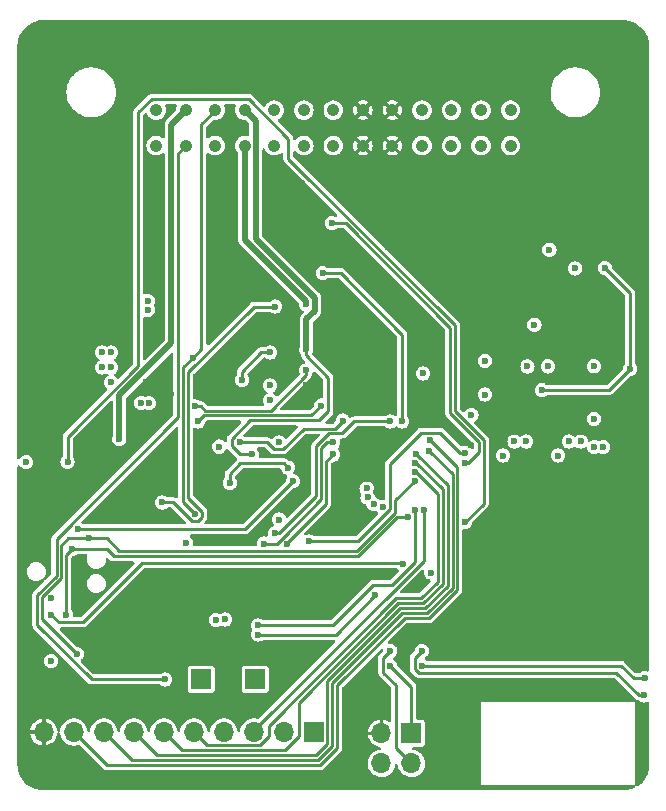
<source format=gbl>
G04 #@! TF.GenerationSoftware,KiCad,Pcbnew,(6.0.1)*
G04 #@! TF.CreationDate,2022-08-31T18:15:56+03:00*
G04 #@! TF.ProjectId,wideband_controller,77696465-6261-46e6-945f-636f6e74726f,rev?*
G04 #@! TF.SameCoordinates,PX5d42830PY713e7a8*
G04 #@! TF.FileFunction,Copper,L4,Bot*
G04 #@! TF.FilePolarity,Positive*
%FSLAX46Y46*%
G04 Gerber Fmt 4.6, Leading zero omitted, Abs format (unit mm)*
G04 Created by KiCad (PCBNEW (6.0.1)) date 2022-08-31 18:15:56*
%MOMM*%
%LPD*%
G01*
G04 APERTURE LIST*
G04 #@! TA.AperFunction,ComponentPad*
%ADD10R,1.700000X1.700000*%
G04 #@! TD*
G04 #@! TA.AperFunction,ComponentPad*
%ADD11O,1.700000X1.700000*%
G04 #@! TD*
G04 #@! TA.AperFunction,ComponentPad*
%ADD12C,1.050000*%
G04 #@! TD*
G04 #@! TA.AperFunction,ViaPad*
%ADD13C,0.600000*%
G04 #@! TD*
G04 #@! TA.AperFunction,Conductor*
%ADD14C,0.250000*%
G04 #@! TD*
G04 #@! TA.AperFunction,Conductor*
%ADD15C,0.500000*%
G04 #@! TD*
G04 APERTURE END LIST*
D10*
G04 #@! TO.P,J3,1,Pin_1*
G04 #@! TO.N,/UART_TX*
X35819000Y6482000D03*
D11*
G04 #@! TO.P,J3,2,Pin_2*
G04 #@! TO.N,/UART_RX*
X35819000Y3942000D03*
G04 #@! TO.P,J3,3,Pin_3*
G04 #@! TO.N,GND*
X33279000Y6482000D03*
G04 #@! TO.P,J3,4,Pin_4*
G04 #@! TO.N,+5V*
X33279000Y3942000D03*
G04 #@! TD*
D10*
G04 #@! TO.P,J4,1,Pin_1*
G04 #@! TO.N,+3V3*
X27554000Y6604000D03*
D11*
G04 #@! TO.P,J4,2,Pin_2*
G04 #@! TO.N,+5V*
X25014000Y6604000D03*
G04 #@! TO.P,J4,3,Pin_3*
G04 #@! TO.N,/DISP0*
X22474000Y6604000D03*
G04 #@! TO.P,J4,4,Pin_4*
G04 #@! TO.N,/SWO*
X19934000Y6604000D03*
G04 #@! TO.P,J4,5,Pin_5*
G04 #@! TO.N,/DISP1*
X17394000Y6604000D03*
G04 #@! TO.P,J4,6,Pin_6*
G04 #@! TO.N,/DISP2*
X14854000Y6604000D03*
G04 #@! TO.P,J4,7,Pin_7*
G04 #@! TO.N,/DISP4*
X12314000Y6604000D03*
G04 #@! TO.P,J4,8,Pin_8*
G04 #@! TO.N,/DISP5*
X9774000Y6604000D03*
G04 #@! TO.P,J4,9,Pin_9*
G04 #@! TO.N,/DISP6*
X7234000Y6604000D03*
G04 #@! TO.P,J4,10,Pin_10*
G04 #@! TO.N,GND*
X4694000Y6604000D03*
G04 #@! TD*
D12*
G04 #@! TO.P,J2,1*
G04 #@! TO.N,12V_PROT*
X14215402Y56257490D03*
G04 #@! TO.P,J2,2*
G04 #@! TO.N,12V_RAW*
X14215402Y59257490D03*
G04 #@! TO.P,J2,3*
G04 #@! TO.N,/Vout2*
X16715402Y56257490D03*
G04 #@! TO.P,J2,4*
G04 #@! TO.N,/Vout1*
X16715402Y59257490D03*
G04 #@! TO.P,J2,5*
G04 #@! TO.N,/LSU_Vm*
X19215402Y56257490D03*
G04 #@! TO.P,J2,6*
G04 #@! TO.N,/LSU_Un*
X19215402Y59257490D03*
G04 #@! TO.P,J2,7*
G04 #@! TO.N,/LSU_Ip*
X21715402Y56257490D03*
G04 #@! TO.P,J2,8*
G04 #@! TO.N,/LSU_Rtrim*
X21715402Y59257490D03*
G04 #@! TO.P,J2,9*
G04 #@! TO.N,unconnected-(J2-Pad9)*
X24215402Y56257490D03*
G04 #@! TO.P,J2,10*
G04 #@! TO.N,unconnected-(J2-Pad10)*
X24215402Y59257490D03*
G04 #@! TO.P,J2,11*
G04 #@! TO.N,unconnected-(J2-Pad11)*
X26715402Y56257490D03*
G04 #@! TO.P,J2,12*
G04 #@! TO.N,unconnected-(J2-Pad12)*
X26715402Y59257490D03*
G04 #@! TO.P,J2,13*
G04 #@! TO.N,unconnected-(J2-Pad13)*
X29215402Y56257490D03*
G04 #@! TO.P,J2,14*
G04 #@! TO.N,unconnected-(J2-Pad14)*
X29215402Y59257490D03*
G04 #@! TO.P,J2,15*
G04 #@! TO.N,GND*
X31715402Y56257490D03*
G04 #@! TO.P,J2,16*
X31715402Y59257490D03*
G04 #@! TO.P,J2,17*
X34215402Y56257490D03*
G04 #@! TO.P,J2,18*
X34215402Y59257490D03*
G04 #@! TO.P,J2,19*
G04 #@! TO.N,/IN3*
X36715402Y56257490D03*
G04 #@! TO.P,J2,20*
G04 #@! TO.N,unconnected-(J2-Pad20)*
X36715402Y59257490D03*
G04 #@! TO.P,J2,21*
G04 #@! TO.N,/IN1*
X39215402Y56257490D03*
G04 #@! TO.P,J2,22*
G04 #@! TO.N,/IN4*
X39215402Y59257490D03*
G04 #@! TO.P,J2,23*
G04 #@! TO.N,/LSU_Heater-*
X41715402Y56257490D03*
G04 #@! TO.P,J2,24*
G04 #@! TO.N,/IN2*
X41715402Y59257490D03*
G04 #@! TO.P,J2,25*
G04 #@! TO.N,/CAN_H*
X44215402Y56257490D03*
G04 #@! TO.P,J2,26*
G04 #@! TO.N,/CAN_L*
X44215402Y59257490D03*
G04 #@! TD*
D10*
G04 #@! TO.P,TP1,1,1*
G04 #@! TO.N,/Boot0*
X22606000Y11049000D03*
G04 #@! TD*
G04 #@! TO.P,TP2,1,1*
G04 #@! TO.N,/nRESET*
X18034000Y11049000D03*
G04 #@! TD*
D13*
G04 #@! TO.N,GND*
X15494000Y17526000D03*
X48514000Y38504250D03*
X30950000Y45400000D03*
X31115000Y6350000D03*
X31115000Y10795000D03*
X39450000Y2600000D03*
X18209935Y22733000D03*
X12144600Y33401000D03*
X44577000Y38504250D03*
X47400000Y36250000D03*
X30861000Y53086000D03*
X32229332Y20066000D03*
X32258000Y53086000D03*
X18288000Y14605000D03*
X33020000Y10795000D03*
X18592175Y30748898D03*
X17780000Y27305000D03*
X40902989Y30942476D03*
X4064000Y42164000D03*
X44600000Y33500000D03*
X4850000Y22550000D03*
X28327425Y44339068D03*
X54229000Y35052000D03*
X29300000Y53100000D03*
X51950000Y31700000D03*
X43695000Y47439000D03*
X32766000Y35941000D03*
X4852779Y33329234D03*
X13335000Y36195000D03*
X40005000Y10795000D03*
X16002000Y24511000D03*
X9398000Y44831000D03*
X49150000Y33450000D03*
X54800000Y29750000D03*
X37846000Y36957000D03*
X38100000Y10795000D03*
X52578000Y38504250D03*
X43314000Y53154000D03*
X55300000Y31750000D03*
X32766000Y37211000D03*
X29763400Y35941000D03*
X40005000Y13335000D03*
X10414000Y19304000D03*
X26924000Y35941000D03*
X44965000Y42105000D03*
X11684000Y17526000D03*
X49450000Y53774000D03*
X15494000Y35179000D03*
X24060000Y53086000D03*
X52200000Y36250000D03*
X4064000Y44069000D03*
X25330000Y53086000D03*
X41400000Y45250000D03*
X10546337Y40235521D03*
X26600000Y53086000D03*
X24638000Y25527000D03*
X24638000Y32131000D03*
X46900000Y32900000D03*
X14478000Y41275000D03*
X12954000Y13335000D03*
X48267000Y42105000D03*
X13309412Y28977833D03*
X36354483Y19524122D03*
X38100000Y13335000D03*
X26924000Y34671000D03*
X42000000Y33435815D03*
X9398000Y43307000D03*
X20828000Y39497000D03*
G04 #@! TO.N,/LSU_Rtrim*
X22312400Y30099000D03*
X26924000Y38989000D03*
G04 #@! TO.N,/LSU_Un*
X17335508Y38290492D03*
X17526000Y25019000D03*
G04 #@! TO.N,/LSU_Vm*
X17526000Y34163000D03*
X26924000Y37211000D03*
G04 #@! TO.N,/LSU_Ip*
X26924000Y42799000D03*
G04 #@! TO.N,+5V*
X46235000Y41089000D03*
X51265379Y37559683D03*
X45645516Y37550158D03*
X47371000Y37557027D03*
X19276000Y16101000D03*
X51277690Y33109114D03*
X20066000Y16129000D03*
X13510500Y42339500D03*
X49700000Y45850000D03*
X13510500Y43101500D03*
G04 #@! TO.N,+3V3*
X44550000Y31200000D03*
X52070000Y30734000D03*
X40900000Y33445780D03*
X3200000Y29450000D03*
X10414000Y38735000D03*
X5334000Y12618400D03*
X5334000Y17907000D03*
X36830000Y36957000D03*
X10414000Y36195000D03*
X37464979Y20105751D03*
X24638000Y31115000D03*
X9652000Y37465000D03*
X49150000Y31200000D03*
X19558000Y30765432D03*
X9652000Y38735000D03*
X42049999Y38036393D03*
X24638000Y24592600D03*
X42030020Y35172942D03*
X47505000Y47439000D03*
X10414000Y37465000D03*
X51308000Y30734000D03*
G04 #@! TO.N,/nRESET*
X34036000Y32893000D03*
X24251131Y23413400D03*
G04 #@! TO.N,/Un_3x_sense*
X20447000Y27686000D03*
X25376369Y28994116D03*
G04 #@! TO.N,Net-(R12-Pad1)*
X23876000Y38735000D03*
X21491205Y36416372D03*
G04 #@! TO.N,/Ip_dac*
X30018979Y32974600D03*
X21336000Y31115000D03*
G04 #@! TO.N,/heater_pwm*
X40350000Y29350000D03*
X29099967Y49696671D03*
G04 #@! TO.N,/UART_TX*
X34036000Y12192000D03*
G04 #@! TO.N,/UART_RX*
X34036000Y13462000D03*
G04 #@! TO.N,/Boot0*
X27178000Y22733000D03*
X40400000Y30250000D03*
G04 #@! TO.N,/LED_BLUE*
X32766000Y18161000D03*
X22860000Y14856397D03*
G04 #@! TO.N,/LED_GREEN*
X36110289Y25366778D03*
X22860000Y15621000D03*
G04 #@! TO.N,/SWCLK*
X35520689Y24795706D03*
X6604000Y16510000D03*
X7076160Y22078659D03*
G04 #@! TO.N,/SWDIO*
X35113600Y20800000D03*
X5334000Y16510000D03*
G04 #@! TO.N,VDDA*
X23876000Y34671000D03*
X16764000Y22606000D03*
X13589000Y34449061D03*
X23876000Y35941000D03*
X12954000Y34462766D03*
G04 #@! TO.N,/Vout1*
X11094524Y31430930D03*
G04 #@! TO.N,/Vout2*
X14986000Y11049000D03*
G04 #@! TO.N,Net-(R20-Pad1)*
X24292916Y42623877D03*
X14732000Y26035000D03*
G04 #@! TO.N,/SWO*
X36113600Y27885724D03*
X7493000Y13208000D03*
X8532618Y22987000D03*
G04 #@! TO.N,/DISP6*
X37413336Y31335705D03*
G04 #@! TO.N,/DISP5*
X37338000Y30414600D03*
G04 #@! TO.N,/DISP4*
X36245669Y30168039D03*
G04 #@! TO.N,/DISP2*
X36113600Y29414930D03*
G04 #@! TO.N,/DISP1*
X36113600Y28650327D03*
G04 #@! TO.N,/DISP0*
X36874756Y25381160D03*
G04 #@! TO.N,/Vbatt_sense*
X25777187Y27828552D03*
X7620000Y23749000D03*
G04 #@! TO.N,/Un_sense*
X28194000Y34238316D03*
X17780000Y32893000D03*
G04 #@! TO.N,/Heater_sense*
X35052000Y32893000D03*
X28312256Y45465183D03*
G04 #@! TO.N,Net-(D3-Pad2)*
X6711194Y29488910D03*
X40386000Y24384000D03*
G04 #@! TO.N,/DAC_B*
X25254455Y22530856D03*
X29210000Y30099000D03*
G04 #@! TO.N,Net-(R56-Pad2)*
X55550000Y9700000D03*
X36703000Y13462000D03*
G04 #@! TO.N,Net-(R57-Pad2)*
X55600000Y11150000D03*
X36703000Y12192000D03*
G04 #@! TO.N,/DAC_A*
X29210000Y31115000D03*
X23368000Y22560600D03*
G04 #@! TO.N,/Input_1*
X32030926Y27219293D03*
X45550000Y31200000D03*
G04 #@! TO.N,/Input_3*
X32624291Y25888088D03*
X50150000Y31200000D03*
G04 #@! TO.N,/Input_4*
X48250000Y30010400D03*
X33388289Y25672111D03*
G04 #@! TO.N,/Input_2*
X32113600Y26457133D03*
X43600000Y30010400D03*
G04 #@! TO.N,Net-(C29-Pad2)*
X54356000Y37361250D03*
X52200000Y45900000D03*
X46881260Y35534762D03*
G04 #@! TD*
D14*
G04 #@! TO.N,/LSU_Rtrim*
X26924000Y38989000D02*
X26924000Y38481000D01*
X28796220Y36608780D02*
X28796220Y33749220D01*
D15*
X27638611Y43354389D02*
X22655013Y48337987D01*
D14*
X26924000Y38481000D02*
X28796220Y36608780D01*
X21341386Y30099000D02*
X22312400Y30099000D01*
D15*
X26924000Y41529000D02*
X27638611Y42243611D01*
X22655013Y58317879D02*
X21715402Y59257490D01*
X22655013Y48337987D02*
X22655013Y58317879D01*
X27638611Y42243611D02*
X27638611Y43354389D01*
D14*
X28033380Y32986380D02*
X22196766Y32986380D01*
D15*
X26924000Y38989000D02*
X26924000Y41529000D01*
D14*
X22196766Y32986380D02*
X20621389Y31411003D01*
X20621389Y31411003D02*
X20621389Y30818997D01*
X20621389Y30818997D02*
X21341386Y30099000D01*
X28796220Y33749220D02*
X28033380Y32986380D01*
G04 #@! TO.N,/LSU_Un*
X17335508Y38290492D02*
X18034000Y38988984D01*
X16510000Y37464984D02*
X16510000Y26035000D01*
X16510000Y26035000D02*
X17526000Y25019000D01*
X18034000Y38988984D02*
X18034000Y58039000D01*
X17335508Y38290492D02*
X16510000Y37464984D01*
X19215402Y59220402D02*
X19215402Y59257490D01*
X18034000Y58039000D02*
X19215402Y59220402D01*
G04 #@! TO.N,/LSU_Vm*
X18381380Y33815620D02*
X23901843Y33815620D01*
X26924000Y36837777D02*
X26924000Y37211000D01*
X18034000Y34163000D02*
X18381380Y33815620D01*
X23901843Y33815620D02*
X26924000Y36837777D01*
X17526000Y34163000D02*
X18034000Y34163000D01*
D15*
G04 #@! TO.N,/LSU_Ip*
X26924000Y42799000D02*
X26924000Y43053000D01*
X26924000Y43053000D02*
X21715402Y48261598D01*
X21715402Y48261598D02*
X21715402Y56257490D01*
D14*
G04 #@! TO.N,/nRESET*
X28877639Y31877000D02*
X29972000Y31877000D01*
X27779380Y30778741D02*
X28877639Y31877000D01*
X27779380Y26543000D02*
X27779380Y30778741D01*
X24251131Y23413400D02*
X24649780Y23413400D01*
X24649780Y23413400D02*
X27779380Y26543000D01*
X29972000Y31877000D02*
X30988000Y32893000D01*
X30988000Y32893000D02*
X34036000Y32893000D01*
G04 #@! TO.N,/Un_3x_sense*
X20447000Y28448000D02*
X20447000Y27686000D01*
X21336000Y29337000D02*
X20447000Y28448000D01*
X25376369Y28994116D02*
X25033485Y29337000D01*
X25033485Y29337000D02*
X21336000Y29337000D01*
G04 #@! TO.N,Net-(R12-Pad1)*
X23114000Y38735000D02*
X23876000Y38735000D01*
X21491205Y37112205D02*
X23114000Y38735000D01*
X21491205Y36416372D02*
X21491205Y37112205D01*
G04 #@! TO.N,/Ip_dac*
X21336000Y31115000D02*
X23622000Y31115000D01*
X29370620Y32291620D02*
X30018979Y32939979D01*
X30018979Y32939979D02*
X30018979Y32974600D01*
X24939062Y30525389D02*
X26705293Y32291620D01*
X26705293Y32291620D02*
X29370620Y32291620D01*
X24211611Y30525389D02*
X24939062Y30525389D01*
X23622000Y31115000D02*
X24211611Y30525389D01*
G04 #@! TO.N,/heater_pwm*
X40597837Y29350000D02*
X41535380Y30287543D01*
X41535380Y30287543D02*
X41535380Y31164620D01*
X41535380Y31164620D02*
X39116000Y33584000D01*
X40350000Y29350000D02*
X40597837Y29350000D01*
X30253329Y49696671D02*
X29099967Y49696671D01*
X39116000Y33584000D02*
X39116000Y40834000D01*
X39116000Y40834000D02*
X30253329Y49696671D01*
G04 #@! TO.N,/UART_TX*
X35814000Y10414000D02*
X35814000Y9906000D01*
X35814000Y9906000D02*
X35819000Y9901000D01*
X34036000Y12192000D02*
X35814000Y10414000D01*
X35819000Y9901000D02*
X35819000Y6482000D01*
G04 #@! TO.N,/UART_RX*
X34544000Y10541000D02*
X34544000Y5217000D01*
X34544000Y5217000D02*
X35819000Y3942000D01*
X33446389Y11638611D02*
X34544000Y10541000D01*
X34036000Y13462000D02*
X33446389Y12872389D01*
X33446389Y12872389D02*
X33446389Y11638611D01*
G04 #@! TO.N,/Boot0*
X34000000Y29301000D02*
X34000000Y25450000D01*
X31283000Y22733000D02*
X27178000Y22733000D01*
X40400000Y30250000D02*
X39950000Y30250000D01*
X34000000Y25450000D02*
X31283000Y22733000D01*
X38274684Y31925316D02*
X36624316Y31925316D01*
X39950000Y30250000D02*
X38274684Y31925316D01*
X36624316Y31925316D02*
X34000000Y29301000D01*
G04 #@! TO.N,/LED_BLUE*
X29461397Y14856397D02*
X32766000Y18161000D01*
X22860000Y14856397D02*
X29461397Y14856397D01*
G04 #@! TO.N,/LED_GREEN*
X29144688Y15621000D02*
X22860000Y15621000D01*
X34197437Y19050000D02*
X32573688Y19050000D01*
X32573688Y19050000D02*
X29144688Y15621000D01*
X36110289Y25366778D02*
X36110289Y20962852D01*
X36110289Y20962852D02*
X34197437Y19050000D01*
G04 #@! TO.N,/SWCLK*
X8783262Y22078659D02*
X7076160Y22078659D01*
X31299362Y21463000D02*
X10628397Y21463000D01*
X34636362Y24800000D02*
X31299362Y21463000D01*
X8783624Y22079021D02*
X8783262Y22078659D01*
X10012376Y22079021D02*
X8783624Y22079021D01*
X35516395Y24800000D02*
X34636362Y24800000D01*
X7076160Y22078659D02*
X6604000Y21606499D01*
X6604000Y21606499D02*
X6604000Y16510000D01*
X10628397Y21463000D02*
X10012376Y22079021D01*
X35520689Y24795706D02*
X35516395Y24800000D01*
G04 #@! TO.N,/SWDIO*
X8001000Y15875000D02*
X5962377Y15875000D01*
X5962377Y15875000D02*
X5334000Y16503377D01*
X5334000Y16503377D02*
X5334000Y16510000D01*
X35040200Y20873400D02*
X12999400Y20873400D01*
X35113600Y20800000D02*
X35040200Y20873400D01*
X12999400Y20873400D02*
X8001000Y15875000D01*
D15*
G04 #@! TO.N,/Vout1*
X15494000Y39497000D02*
X15494000Y58036088D01*
X11100000Y35103000D02*
X15494000Y39497000D01*
X15494000Y58036088D02*
X16715402Y59257490D01*
X11100000Y31436406D02*
X11100000Y35103000D01*
X11094524Y31430930D02*
X11100000Y31436406D01*
D14*
G04 #@! TO.N,/Vout2*
X14986000Y11049000D02*
X8763000Y11049000D01*
X8763000Y11049000D02*
X4157380Y15654620D01*
X5774760Y22919760D02*
X16095380Y33240380D01*
X16095380Y55637468D02*
X16715402Y56257490D01*
X16095380Y33240380D02*
X16095380Y55637468D01*
X4157380Y15654620D02*
X4157380Y18208206D01*
X5774760Y19825586D02*
X5774760Y22919760D01*
X4157380Y18208206D02*
X5774760Y19825586D01*
G04 #@! TO.N,Net-(R20-Pad1)*
X15676163Y26035000D02*
X17281774Y24429389D01*
X17281774Y24429389D02*
X17770226Y24429389D01*
X17770226Y24429389D02*
X18115611Y24774774D01*
X18115611Y25263226D02*
X16924620Y26454217D01*
X16924620Y26454217D02*
X16924620Y37045783D01*
X18115611Y24774774D02*
X18115611Y25263226D01*
X16924620Y37045783D02*
X22502714Y42623877D01*
X14732000Y26035000D02*
X15676163Y26035000D01*
X22502714Y42623877D02*
X24292916Y42623877D01*
G04 #@! TO.N,/SWO*
X4572000Y16129000D02*
X7493000Y13208000D01*
X36085724Y27885724D02*
X34414620Y26214620D01*
X34414620Y25164620D02*
X31191256Y21941256D01*
X34414620Y26214620D02*
X34414620Y25164620D01*
X8532618Y22987000D02*
X6786152Y22987000D01*
X10033000Y22987000D02*
X8532618Y22987000D01*
X6786152Y22987000D02*
X6189380Y22390228D01*
X11078744Y21941256D02*
X10033000Y22987000D01*
X31191256Y21941256D02*
X11078744Y21941256D01*
X36113600Y27885724D02*
X36085724Y27885724D01*
X6189380Y19653845D02*
X4572000Y18036465D01*
X6189380Y22390228D02*
X6189380Y19653845D01*
X4572000Y18036465D02*
X4572000Y16129000D01*
G04 #@! TO.N,/DISP6*
X39717866Y29031175D02*
X39717866Y18635866D01*
X29527851Y5241127D02*
X28092632Y3805909D01*
X37338000Y16256000D02*
X35238447Y16256000D01*
X39717866Y18635866D02*
X37338000Y16256000D01*
X37413336Y31335705D02*
X39717866Y29031175D01*
X28092632Y3805909D02*
X10032091Y3805909D01*
X29527851Y10545404D02*
X29527851Y5241127D01*
X35238447Y16256000D02*
X29527851Y10545404D01*
X10032091Y3805909D02*
X7234000Y6604000D01*
G04 #@! TO.N,/DISP5*
X39303246Y18807608D02*
X37166258Y16670620D01*
X39303246Y28449354D02*
X39303246Y18807608D01*
X37338000Y30414600D02*
X39303246Y28449354D01*
X35066706Y16670620D02*
X29113231Y10717146D01*
X37166258Y16670620D02*
X35066706Y16670620D01*
X29113231Y10717146D02*
X29113231Y5412869D01*
X12157471Y4220529D02*
X9774000Y6604000D01*
X27920891Y4220529D02*
X12157471Y4220529D01*
X29113231Y5412869D02*
X27920891Y4220529D01*
G04 #@! TO.N,/DISP4*
X36245669Y30154331D02*
X38888626Y27511374D01*
X28698611Y10888888D02*
X28698611Y5584611D01*
X36994516Y17085240D02*
X34894964Y17085240D01*
X14282851Y4635149D02*
X12314000Y6604000D01*
X27749149Y4635149D02*
X14282851Y4635149D01*
X34894964Y17085240D02*
X28698611Y10888888D01*
X38888626Y18979350D02*
X36994516Y17085240D01*
X36245669Y30168039D02*
X36245669Y30154331D01*
X38888626Y27511374D02*
X38888626Y18979350D01*
X28698611Y5584611D02*
X27749149Y4635149D01*
G04 #@! TO.N,/DISP2*
X36113600Y29414930D02*
X36235070Y29414930D01*
X38474006Y19151092D02*
X36822774Y17499860D01*
X36822774Y17499860D02*
X34723223Y17499860D01*
X25115769Y5049769D02*
X16408231Y5049769D01*
X26289000Y6223000D02*
X25115769Y5049769D01*
X26289000Y9065639D02*
X26289000Y6223000D01*
X34723223Y17499860D02*
X26289000Y9065639D01*
X36235070Y29414930D02*
X38474006Y27175994D01*
X16408231Y5049769D02*
X14854000Y6604000D01*
X38474006Y27175994D02*
X38474006Y19151092D01*
G04 #@! TO.N,/DISP1*
X22990389Y5464389D02*
X18533611Y5464389D01*
X18533611Y5464389D02*
X17394000Y6604000D01*
X36651032Y17914480D02*
X34551481Y17914480D01*
X34551481Y17914480D02*
X23749000Y7112001D01*
X23749000Y6223000D02*
X22990389Y5464389D01*
X23749000Y7112001D02*
X23749000Y6223000D01*
X36199673Y28650327D02*
X38059386Y26790614D01*
X36113600Y28650327D02*
X36199673Y28650327D01*
X38059386Y19322834D02*
X36651032Y17914480D01*
X38059386Y26790614D02*
X38059386Y19322834D01*
G04 #@! TO.N,/DISP0*
X35155715Y19420715D02*
X22474000Y6739000D01*
X36850000Y21116202D02*
X35155715Y19421917D01*
X35155715Y19421917D02*
X35155715Y19420715D01*
X36850000Y25356404D02*
X36850000Y21116202D01*
X36874756Y25381160D02*
X36850000Y25356404D01*
X22474000Y6739000D02*
X22474000Y6604000D01*
G04 #@! TO.N,/Vbatt_sense*
X7620000Y23749000D02*
X21697635Y23749000D01*
X21697635Y23749000D02*
X25777187Y27828552D01*
G04 #@! TO.N,/Un_sense*
X28194000Y34238316D02*
X27356684Y33401000D01*
X18288000Y33401000D02*
X17780000Y32893000D01*
X27356684Y33401000D02*
X18288000Y33401000D01*
G04 #@! TO.N,/Heater_sense*
X35052000Y40251073D02*
X29837890Y45465183D01*
X29837890Y45465183D02*
X28312256Y45465183D01*
X35052000Y32893000D02*
X35052000Y40251073D01*
G04 #@! TO.N,Net-(D3-Pad2)*
X6711194Y29488910D02*
X6711194Y31603194D01*
X6711194Y31603194D02*
X12700000Y37592000D01*
X39530620Y33755742D02*
X41950000Y31336362D01*
X41950000Y31336362D02*
X41950000Y25948000D01*
X22062319Y60186261D02*
X25400000Y56848580D01*
X25400000Y55150000D02*
X39530620Y41019380D01*
X25400000Y56848580D02*
X25400000Y55150000D01*
X12700000Y59055000D02*
X13831261Y60186261D01*
X13831261Y60186261D02*
X22062319Y60186261D01*
X39530620Y41019380D02*
X39530620Y33755742D01*
X41950000Y25948000D02*
X40386000Y24384000D01*
X12700000Y37592000D02*
X12700000Y59055000D01*
G04 #@! TO.N,/DAC_B*
X25254455Y22530856D02*
X25254455Y22587455D01*
X28608620Y29497620D02*
X29210000Y30099000D01*
X25254455Y22587455D02*
X28608620Y25941620D01*
X28608620Y25941620D02*
X28608620Y29497620D01*
G04 #@! TO.N,Net-(R56-Pad2)*
X36458774Y11602389D02*
X36113389Y11947774D01*
X55070000Y9700000D02*
X53167611Y11602389D01*
X36113389Y12872389D02*
X36703000Y13462000D01*
X36113389Y11947774D02*
X36113389Y12872389D01*
X53167611Y11602389D02*
X36458774Y11602389D01*
X55550000Y9700000D02*
X55070000Y9700000D01*
G04 #@! TO.N,Net-(R57-Pad2)*
X54636000Y11150000D02*
X53594000Y12192000D01*
X53594000Y12192000D02*
X36703000Y12192000D01*
X55600000Y11150000D02*
X54636000Y11150000D01*
G04 #@! TO.N,/DAC_A*
X23368000Y22560600D02*
X24465600Y22560600D01*
X24664844Y22759844D02*
X24664844Y22775082D01*
X25010229Y23120467D02*
X25025467Y23120467D01*
X24664844Y22775082D02*
X25010229Y23120467D01*
X28194000Y30607000D02*
X28702000Y31115000D01*
X28702000Y31115000D02*
X29210000Y31115000D01*
X24465600Y22560600D02*
X24664844Y22759844D01*
X25025467Y23120467D02*
X28194000Y26289000D01*
X28194000Y26289000D02*
X28194000Y30607000D01*
G04 #@! TO.N,Net-(C29-Pad2)*
X54356000Y37361250D02*
X54356000Y43706000D01*
X46881260Y35534762D02*
X46896498Y35550000D01*
X46896498Y35550000D02*
X52544750Y35550000D01*
X54356000Y43744000D02*
X52200000Y45900000D01*
X52544750Y35550000D02*
X54356000Y37361250D01*
G04 #@! TD*
G04 #@! TA.AperFunction,Conductor*
G04 #@! TO.N,GND*
G36*
X53744609Y66873086D02*
G01*
X53749146Y66872286D01*
X53760001Y66870372D01*
X53770856Y66872286D01*
X53781881Y66872286D01*
X53781881Y66872206D01*
X53794388Y66872920D01*
X54017576Y66859420D01*
X54032678Y66857586D01*
X54155839Y66835017D01*
X54278997Y66812448D01*
X54293770Y66808807D01*
X54413315Y66771556D01*
X54532864Y66734303D01*
X54547068Y66728917D01*
X54775464Y66626125D01*
X54788906Y66619069D01*
X54915388Y66542608D01*
X55003225Y66489508D01*
X55015741Y66480869D01*
X55212884Y66326419D01*
X55224264Y66316336D01*
X55401336Y66139264D01*
X55411419Y66127884D01*
X55565866Y65930746D01*
X55574508Y65918225D01*
X55627608Y65830388D01*
X55704067Y65703909D01*
X55711125Y65690464D01*
X55813917Y65462068D01*
X55819303Y65447864D01*
X55856556Y65328315D01*
X55893807Y65208770D01*
X55897448Y65193997D01*
X55942586Y64947681D01*
X55944420Y64932576D01*
X55957920Y64709388D01*
X55957206Y64696881D01*
X55957286Y64696881D01*
X55957286Y64685856D01*
X55955372Y64675001D01*
X55957286Y64664146D01*
X55958086Y64659609D01*
X55960000Y64637730D01*
X55960000Y11839433D01*
X55939998Y11771312D01*
X55886342Y11724819D01*
X55816068Y11714715D01*
X55785784Y11723024D01*
X55764398Y11731882D01*
X55764392Y11731884D01*
X55756762Y11735044D01*
X55600000Y11755682D01*
X55443238Y11735044D01*
X55297159Y11674536D01*
X55290606Y11669508D01*
X55290603Y11669506D01*
X55202025Y11601538D01*
X55135805Y11575937D01*
X55125321Y11575500D01*
X54864438Y11575500D01*
X54796317Y11595502D01*
X54775343Y11612405D01*
X53847220Y12540528D01*
X53825837Y12551423D01*
X53808991Y12561747D01*
X53797604Y12570020D01*
X53789581Y12575849D01*
X53780150Y12578913D01*
X53780147Y12578915D01*
X53766763Y12583264D01*
X53748502Y12590828D01*
X53735964Y12597216D01*
X53735963Y12597216D01*
X53727126Y12601719D01*
X53703429Y12605472D01*
X53684210Y12610086D01*
X53661393Y12617500D01*
X37177679Y12617500D01*
X37109558Y12637502D01*
X37100975Y12643538D01*
X37012394Y12711508D01*
X37012393Y12711509D01*
X37005841Y12716536D01*
X37000550Y12718728D01*
X36952364Y12769262D01*
X36938926Y12838975D01*
X36965312Y12904886D01*
X37000224Y12935137D01*
X37005841Y12937464D01*
X37131282Y13033718D01*
X37150326Y13058536D01*
X37211230Y13137909D01*
X37227536Y13159159D01*
X37288044Y13305238D01*
X37308682Y13462000D01*
X37288044Y13618762D01*
X37284090Y13628309D01*
X37230696Y13757211D01*
X37227536Y13764841D01*
X37131282Y13890282D01*
X37005841Y13986536D01*
X36859762Y14047044D01*
X36703000Y14067682D01*
X36546238Y14047044D01*
X36400159Y13986536D01*
X36274718Y13890282D01*
X36178464Y13764841D01*
X36175304Y13757211D01*
X36121911Y13628309D01*
X36117956Y13618762D01*
X36116878Y13610574D01*
X36116878Y13610573D01*
X36102304Y13499874D01*
X36073582Y13434946D01*
X36066477Y13427225D01*
X35764861Y13125609D01*
X35753966Y13104226D01*
X35743642Y13087380D01*
X35729540Y13067970D01*
X35726476Y13058539D01*
X35726474Y13058536D01*
X35722125Y13045152D01*
X35714561Y13026891D01*
X35703670Y13005515D01*
X35702119Y12995721D01*
X35699917Y12981819D01*
X35695303Y12962599D01*
X35687889Y12939782D01*
X35687889Y11880381D01*
X35695303Y11857564D01*
X35699917Y11838345D01*
X35703670Y11814648D01*
X35708173Y11805811D01*
X35708173Y11805810D01*
X35714561Y11793272D01*
X35722125Y11775011D01*
X35726474Y11761627D01*
X35726476Y11761624D01*
X35729540Y11752193D01*
X35735369Y11744170D01*
X35743642Y11732783D01*
X35753966Y11715937D01*
X35764861Y11694554D01*
X35788835Y11670580D01*
X36110245Y11349171D01*
X36110246Y11349169D01*
X36205554Y11253861D01*
X36226933Y11242968D01*
X36243786Y11232640D01*
X36263193Y11218540D01*
X36272624Y11215476D01*
X36272625Y11215475D01*
X36286011Y11211125D01*
X36304272Y11203561D01*
X36316023Y11197574D01*
X36325648Y11192670D01*
X36349345Y11188917D01*
X36368564Y11184303D01*
X36391381Y11176889D01*
X52939173Y11176889D01*
X53007294Y11156887D01*
X53028268Y11139984D01*
X54812460Y9355792D01*
X54832605Y9318900D01*
X54873138Y9312202D01*
X54874421Y9316150D01*
X54897237Y9308736D01*
X54915498Y9301172D01*
X54928036Y9294784D01*
X54936874Y9290281D01*
X54960571Y9286528D01*
X54979790Y9281914D01*
X55002607Y9274500D01*
X55075321Y9274500D01*
X55143442Y9254498D01*
X55152025Y9248462D01*
X55240603Y9180494D01*
X55240606Y9180492D01*
X55247159Y9175464D01*
X55393238Y9114956D01*
X55550000Y9094318D01*
X55558188Y9095396D01*
X55698574Y9113878D01*
X55706762Y9114956D01*
X55714389Y9118115D01*
X55714392Y9118116D01*
X55785782Y9147687D01*
X55856372Y9155276D01*
X55919859Y9123497D01*
X55956086Y9062438D01*
X55960000Y9031278D01*
X55960000Y3912270D01*
X55958086Y3890391D01*
X55955372Y3874999D01*
X55957286Y3864144D01*
X55957286Y3853119D01*
X55957206Y3853119D01*
X55957920Y3840612D01*
X55944420Y3617424D01*
X55942586Y3602319D01*
X55897448Y3356003D01*
X55893807Y3341230D01*
X55875697Y3283112D01*
X55819312Y3102162D01*
X55819305Y3102141D01*
X55813919Y3087937D01*
X55711125Y2859536D01*
X55704069Y2846094D01*
X55669180Y2788381D01*
X55574508Y2631775D01*
X55565869Y2619259D01*
X55411419Y2422116D01*
X55401336Y2410736D01*
X55224264Y2233664D01*
X55212884Y2223581D01*
X55015741Y2069131D01*
X55003225Y2060492D01*
X54957089Y2032601D01*
X54919005Y2009579D01*
X54850362Y1991454D01*
X54782816Y2013319D01*
X54781965Y2014358D01*
X54785131Y1992336D01*
X54755637Y1927756D01*
X54712125Y1895369D01*
X54547082Y1821089D01*
X54532864Y1815697D01*
X54413315Y1778444D01*
X54293770Y1741193D01*
X54278997Y1737552D01*
X54155839Y1714983D01*
X54032678Y1692414D01*
X54017576Y1690580D01*
X53794388Y1677080D01*
X53781881Y1677794D01*
X53781881Y1677714D01*
X53770856Y1677714D01*
X53760001Y1679628D01*
X53749146Y1677714D01*
X53744609Y1676914D01*
X53722730Y1675000D01*
X4697281Y1675000D01*
X4675396Y1676915D01*
X4670869Y1677714D01*
X4670866Y1677714D01*
X4660014Y1679628D01*
X4649159Y1677715D01*
X4638135Y1677715D01*
X4638135Y1677795D01*
X4625631Y1677081D01*
X4494963Y1684990D01*
X4402439Y1690591D01*
X4387335Y1692426D01*
X4264180Y1714999D01*
X4141021Y1737574D01*
X4126257Y1741213D01*
X3887157Y1815727D01*
X3872942Y1821119D01*
X3644580Y1923901D01*
X3631131Y1930960D01*
X3416792Y2060536D01*
X3404292Y2069166D01*
X3318644Y2136268D01*
X41731941Y2136268D01*
X54660413Y2136268D01*
X54728534Y2116266D01*
X54733882Y2110094D01*
X54731424Y2136268D01*
X54731941Y2136268D01*
X54724870Y9140697D01*
X54719550Y9140695D01*
X54719550Y9140696D01*
X44046192Y9137057D01*
X41731941Y9136268D01*
X41731941Y2136268D01*
X3318644Y2136268D01*
X3207156Y2223615D01*
X3195768Y2233704D01*
X3018704Y2410768D01*
X3008615Y2422156D01*
X2854166Y2619292D01*
X2845536Y2631792D01*
X2715960Y2846131D01*
X2708899Y2859585D01*
X2678742Y2926589D01*
X2606119Y3087942D01*
X2600725Y3102162D01*
X2593612Y3124988D01*
X2526213Y3341257D01*
X2522573Y3356025D01*
X2520098Y3369531D01*
X2485001Y3561006D01*
X2477426Y3602335D01*
X2475591Y3617439D01*
X2466537Y3767019D01*
X2462081Y3840631D01*
X2462795Y3853135D01*
X2462715Y3853135D01*
X2462715Y3864159D01*
X2464628Y3875014D01*
X2462714Y3885866D01*
X2462714Y3885869D01*
X2461915Y3890396D01*
X2460000Y3912281D01*
X2460000Y6438397D01*
X3552305Y6438397D01*
X3552914Y6429099D01*
X3554715Y6417727D01*
X3603896Y6224077D01*
X3607737Y6213231D01*
X3691386Y6031782D01*
X3697137Y6021821D01*
X3812455Y5858650D01*
X3819921Y5849908D01*
X3963047Y5710480D01*
X3971981Y5703246D01*
X4138112Y5592240D01*
X4148225Y5586749D01*
X4331805Y5507877D01*
X4342738Y5504325D01*
X4532700Y5461342D01*
X4541300Y5463509D01*
X4541666Y5463900D01*
X4544000Y5473709D01*
X4544000Y6435885D01*
X4539525Y6451124D01*
X4538135Y6452329D01*
X4530452Y6454000D01*
X3569397Y6454000D01*
X3554357Y6449584D01*
X3552305Y6438397D01*
X2460000Y6438397D01*
X2460000Y6771988D01*
X3555773Y6771988D01*
X3558215Y6757569D01*
X3570957Y6754000D01*
X4525885Y6754000D01*
X4541124Y6758475D01*
X4542329Y6759865D01*
X4544000Y6767548D01*
X4544000Y7727048D01*
X4540194Y7740010D01*
X4525279Y7741946D01*
X4400780Y7720553D01*
X4389660Y7717573D01*
X4202207Y7648418D01*
X4191829Y7643468D01*
X4020119Y7541312D01*
X4010807Y7534547D01*
X3860587Y7402806D01*
X3852670Y7394463D01*
X3728975Y7237557D01*
X3722704Y7227900D01*
X3629679Y7051088D01*
X3625273Y7040451D01*
X3566025Y6849644D01*
X3563632Y6838386D01*
X3555773Y6771988D01*
X2460000Y6771988D01*
X2460000Y10154354D01*
X16883500Y10154354D01*
X16886618Y10128154D01*
X16932061Y10025847D01*
X17011287Y9946759D01*
X17021924Y9942056D01*
X17021926Y9942055D01*
X17081462Y9915735D01*
X17113673Y9901494D01*
X17139354Y9898500D01*
X18928646Y9898500D01*
X18932350Y9898941D01*
X18932353Y9898941D01*
X18939746Y9899821D01*
X18954846Y9901618D01*
X19057153Y9947061D01*
X19136241Y10026287D01*
X19181506Y10128673D01*
X19184500Y10154354D01*
X21455500Y10154354D01*
X21458618Y10128154D01*
X21504061Y10025847D01*
X21583287Y9946759D01*
X21593924Y9942056D01*
X21593926Y9942055D01*
X21653462Y9915735D01*
X21685673Y9901494D01*
X21711354Y9898500D01*
X23500646Y9898500D01*
X23504350Y9898941D01*
X23504353Y9898941D01*
X23511746Y9899821D01*
X23526846Y9901618D01*
X23629153Y9947061D01*
X23708241Y10026287D01*
X23753506Y10128673D01*
X23756500Y10154354D01*
X23756500Y11943646D01*
X23753382Y11969846D01*
X23707939Y12072153D01*
X23628713Y12151241D01*
X23618076Y12155944D01*
X23618074Y12155945D01*
X23552138Y12185095D01*
X23526327Y12196506D01*
X23500646Y12199500D01*
X21711354Y12199500D01*
X21707650Y12199059D01*
X21707647Y12199059D01*
X21700254Y12198179D01*
X21685154Y12196382D01*
X21676514Y12192544D01*
X21676513Y12192544D01*
X21667463Y12188524D01*
X21582847Y12150939D01*
X21503759Y12071713D01*
X21499056Y12061076D01*
X21499055Y12061074D01*
X21478154Y12013796D01*
X21458494Y11969327D01*
X21455500Y11943646D01*
X21455500Y10154354D01*
X19184500Y10154354D01*
X19184500Y11943646D01*
X19181382Y11969846D01*
X19135939Y12072153D01*
X19056713Y12151241D01*
X19046076Y12155944D01*
X19046074Y12155945D01*
X18980138Y12185095D01*
X18954327Y12196506D01*
X18928646Y12199500D01*
X17139354Y12199500D01*
X17135650Y12199059D01*
X17135647Y12199059D01*
X17128254Y12198179D01*
X17113154Y12196382D01*
X17104514Y12192544D01*
X17104513Y12192544D01*
X17095463Y12188524D01*
X17010847Y12150939D01*
X16931759Y12071713D01*
X16927056Y12061076D01*
X16927055Y12061074D01*
X16906154Y12013796D01*
X16886494Y11969327D01*
X16883500Y11943646D01*
X16883500Y10154354D01*
X2460000Y10154354D01*
X2460000Y12618400D01*
X4728318Y12618400D01*
X4748956Y12461638D01*
X4809464Y12315559D01*
X4814491Y12309008D01*
X4899975Y12197603D01*
X4905718Y12190118D01*
X5031159Y12093864D01*
X5177238Y12033356D01*
X5334000Y12012718D01*
X5342188Y12013796D01*
X5482574Y12032278D01*
X5490762Y12033356D01*
X5636841Y12093864D01*
X5762282Y12190118D01*
X5768026Y12197603D01*
X5853509Y12309008D01*
X5858536Y12315559D01*
X5919044Y12461638D01*
X5939682Y12618400D01*
X5919044Y12775162D01*
X5858536Y12921241D01*
X5762282Y13046682D01*
X5636841Y13142936D01*
X5490762Y13203444D01*
X5334000Y13224082D01*
X5177238Y13203444D01*
X5031159Y13142936D01*
X4905718Y13046682D01*
X4809464Y12921241D01*
X4748956Y12775162D01*
X4728318Y12618400D01*
X2460000Y12618400D01*
X2460000Y15587227D01*
X3731880Y15587227D01*
X3739294Y15564410D01*
X3743908Y15545191D01*
X3747661Y15521494D01*
X3752164Y15512657D01*
X3752164Y15512656D01*
X3758552Y15500118D01*
X3766116Y15481857D01*
X3770465Y15468473D01*
X3770467Y15468470D01*
X3773531Y15459039D01*
X3779360Y15451016D01*
X3787633Y15439629D01*
X3797957Y15422783D01*
X3808852Y15401400D01*
X8509780Y10700472D01*
X8531163Y10689577D01*
X8548009Y10679253D01*
X8567419Y10665151D01*
X8576850Y10662087D01*
X8576853Y10662085D01*
X8590237Y10657736D01*
X8608498Y10650172D01*
X8616985Y10645848D01*
X8629874Y10639281D01*
X8653571Y10635528D01*
X8672790Y10630914D01*
X8695607Y10623500D01*
X14511321Y10623500D01*
X14579442Y10603498D01*
X14588025Y10597462D01*
X14676603Y10529494D01*
X14676606Y10529492D01*
X14683159Y10524464D01*
X14829238Y10463956D01*
X14986000Y10443318D01*
X14994188Y10444396D01*
X15134574Y10462878D01*
X15142762Y10463956D01*
X15288841Y10524464D01*
X15414282Y10620718D01*
X15510536Y10746159D01*
X15571044Y10892238D01*
X15591682Y11049000D01*
X15571044Y11205762D01*
X15510536Y11351841D01*
X15440564Y11443030D01*
X15419305Y11470736D01*
X15414282Y11477282D01*
X15288841Y11573536D01*
X15142762Y11634044D01*
X14986000Y11654682D01*
X14829238Y11634044D01*
X14683159Y11573536D01*
X14676608Y11568509D01*
X14676603Y11568506D01*
X14588025Y11500538D01*
X14521805Y11474937D01*
X14511321Y11474500D01*
X8991438Y11474500D01*
X8923317Y11494502D01*
X8902343Y11511405D01*
X7860341Y12553407D01*
X7826315Y12615719D01*
X7831380Y12686534D01*
X7872733Y12742465D01*
X7914733Y12774692D01*
X7914736Y12774695D01*
X7921282Y12779718D01*
X8017536Y12905159D01*
X8078044Y13051238D01*
X8098682Y13208000D01*
X8078044Y13364762D01*
X8017536Y13510841D01*
X7921282Y13636282D01*
X7795841Y13732536D01*
X7649762Y13793044D01*
X7602964Y13799205D01*
X7530874Y13808696D01*
X7465946Y13837418D01*
X7458225Y13844523D01*
X6068343Y15234405D01*
X6034317Y15296717D01*
X6039382Y15367532D01*
X6081929Y15424368D01*
X6148449Y15449179D01*
X6157438Y15449500D01*
X8068393Y15449500D01*
X8091210Y15456914D01*
X8110429Y15461528D01*
X8134126Y15465281D01*
X8142964Y15469784D01*
X8155502Y15476172D01*
X8173763Y15483736D01*
X8187147Y15488085D01*
X8187150Y15488087D01*
X8196581Y15491151D01*
X8215991Y15505253D01*
X8232837Y15515577D01*
X8254220Y15526472D01*
X8349528Y15621780D01*
X8828748Y16101000D01*
X18670318Y16101000D01*
X18690956Y15944238D01*
X18751464Y15798159D01*
X18847718Y15672718D01*
X18973159Y15576464D01*
X19119238Y15515956D01*
X19276000Y15495318D01*
X19284188Y15496396D01*
X19424574Y15514878D01*
X19432762Y15515956D01*
X19578841Y15576464D01*
X19585391Y15581490D01*
X19585398Y15581494D01*
X19612934Y15602624D01*
X19679154Y15628226D01*
X19752639Y15611782D01*
X19756610Y15609490D01*
X19763159Y15604464D01*
X19770785Y15601305D01*
X19770787Y15601304D01*
X19859841Y15564417D01*
X19909238Y15543956D01*
X20066000Y15523318D01*
X20074188Y15524396D01*
X20214574Y15542878D01*
X20222762Y15543956D01*
X20368841Y15604464D01*
X20494282Y15700718D01*
X20590536Y15826159D01*
X20651044Y15972238D01*
X20671682Y16129000D01*
X20651044Y16285762D01*
X20590536Y16431841D01*
X20494282Y16557282D01*
X20368841Y16653536D01*
X20222762Y16714044D01*
X20066000Y16734682D01*
X19909238Y16714044D01*
X19763159Y16653536D01*
X19756609Y16648510D01*
X19756602Y16648506D01*
X19729066Y16627376D01*
X19662846Y16601774D01*
X19589361Y16618218D01*
X19585390Y16620510D01*
X19578841Y16625536D01*
X19571215Y16628695D01*
X19571213Y16628696D01*
X19440391Y16682884D01*
X19432762Y16686044D01*
X19276000Y16706682D01*
X19119238Y16686044D01*
X18973159Y16625536D01*
X18847718Y16529282D01*
X18751464Y16403841D01*
X18690956Y16257762D01*
X18670318Y16101000D01*
X8828748Y16101000D01*
X13138742Y20410995D01*
X13201054Y20445021D01*
X13227837Y20447900D01*
X34564725Y20447900D01*
X34632846Y20427898D01*
X34664688Y20398603D01*
X34680292Y20378267D01*
X34680296Y20378263D01*
X34685318Y20371718D01*
X34691864Y20366695D01*
X34691867Y20366692D01*
X34702654Y20358415D01*
X34744522Y20301077D01*
X34748744Y20230206D01*
X34715046Y20169357D01*
X34058094Y19512405D01*
X33995782Y19478379D01*
X33968999Y19475500D01*
X32506295Y19475500D01*
X32483478Y19468086D01*
X32464259Y19463472D01*
X32440562Y19459719D01*
X32431725Y19455216D01*
X32431724Y19455216D01*
X32419186Y19448828D01*
X32400925Y19441264D01*
X32387541Y19436915D01*
X32387538Y19436913D01*
X32378107Y19433849D01*
X32370084Y19428020D01*
X32358697Y19419747D01*
X32341851Y19409423D01*
X32320468Y19398528D01*
X29005345Y16083405D01*
X28943033Y16049379D01*
X28916250Y16046500D01*
X23334679Y16046500D01*
X23266558Y16066502D01*
X23257975Y16072538D01*
X23169397Y16140506D01*
X23169392Y16140509D01*
X23162841Y16145536D01*
X23016762Y16206044D01*
X22860000Y16226682D01*
X22703238Y16206044D01*
X22557159Y16145536D01*
X22431718Y16049282D01*
X22335464Y15923841D01*
X22274956Y15777762D01*
X22254318Y15621000D01*
X22274956Y15464238D01*
X22335464Y15318159D01*
X22340494Y15311604D01*
X22344620Y15304457D01*
X22342325Y15303132D01*
X22363181Y15249173D01*
X22348911Y15179626D01*
X22344616Y15172943D01*
X22344620Y15172940D01*
X22340493Y15165792D01*
X22335464Y15159238D01*
X22274956Y15013159D01*
X22254318Y14856397D01*
X22274956Y14699635D01*
X22335464Y14553556D01*
X22431718Y14428115D01*
X22557159Y14331861D01*
X22703238Y14271353D01*
X22860000Y14250715D01*
X22868188Y14251793D01*
X23008574Y14270275D01*
X23016762Y14271353D01*
X23162841Y14331861D01*
X23169394Y14336889D01*
X23169397Y14336891D01*
X23257975Y14404859D01*
X23324195Y14430460D01*
X23334679Y14430897D01*
X29259959Y14430897D01*
X29328080Y14410895D01*
X29374573Y14357239D01*
X29384677Y14286965D01*
X29355183Y14222385D01*
X29349054Y14215802D01*
X22885599Y7752347D01*
X22823287Y7718321D01*
X22771923Y7717863D01*
X22600442Y7751972D01*
X22600440Y7751972D01*
X22594775Y7753099D01*
X22589000Y7753175D01*
X22588996Y7753175D01*
X22482976Y7754563D01*
X22383346Y7755867D01*
X22377649Y7754888D01*
X22377648Y7754888D01*
X22180650Y7721038D01*
X22180649Y7721038D01*
X22174953Y7720059D01*
X21976575Y7646873D01*
X21971614Y7643921D01*
X21971613Y7643921D01*
X21871300Y7584241D01*
X21794856Y7538762D01*
X21635881Y7399345D01*
X21504976Y7233292D01*
X21502287Y7228181D01*
X21502285Y7228178D01*
X21488792Y7202531D01*
X21406523Y7046164D01*
X21343820Y6844227D01*
X21343141Y6838490D01*
X21329088Y6719761D01*
X21301217Y6654463D01*
X21242469Y6614599D01*
X21171494Y6612826D01*
X21110828Y6649705D01*
X21079730Y6713529D01*
X21078490Y6723042D01*
X21078068Y6727644D01*
X21070081Y6814560D01*
X21063362Y6838386D01*
X21037781Y6929088D01*
X21012686Y7018069D01*
X21001649Y7040451D01*
X20921719Y7202531D01*
X20919165Y7207710D01*
X20792651Y7377133D01*
X20654160Y7505153D01*
X20641622Y7516743D01*
X20641620Y7516745D01*
X20637381Y7520663D01*
X20605670Y7540671D01*
X20463434Y7630416D01*
X20463433Y7630416D01*
X20458554Y7633495D01*
X20262160Y7711848D01*
X20256503Y7712973D01*
X20256497Y7712975D01*
X20060442Y7751972D01*
X20060440Y7751972D01*
X20054775Y7753099D01*
X20049000Y7753175D01*
X20048996Y7753175D01*
X19942976Y7754563D01*
X19843346Y7755867D01*
X19837649Y7754888D01*
X19837648Y7754888D01*
X19640650Y7721038D01*
X19640649Y7721038D01*
X19634953Y7720059D01*
X19436575Y7646873D01*
X19431614Y7643921D01*
X19431613Y7643921D01*
X19331300Y7584241D01*
X19254856Y7538762D01*
X19095881Y7399345D01*
X18964976Y7233292D01*
X18962287Y7228181D01*
X18962285Y7228178D01*
X18948792Y7202531D01*
X18866523Y7046164D01*
X18803820Y6844227D01*
X18803141Y6838490D01*
X18789088Y6719761D01*
X18761217Y6654463D01*
X18702469Y6614599D01*
X18631494Y6612826D01*
X18570828Y6649705D01*
X18539730Y6713529D01*
X18538490Y6723042D01*
X18538068Y6727644D01*
X18530081Y6814560D01*
X18523362Y6838386D01*
X18497781Y6929088D01*
X18472686Y7018069D01*
X18461649Y7040451D01*
X18381719Y7202531D01*
X18379165Y7207710D01*
X18252651Y7377133D01*
X18114160Y7505153D01*
X18101622Y7516743D01*
X18101620Y7516745D01*
X18097381Y7520663D01*
X18065670Y7540671D01*
X17923434Y7630416D01*
X17923433Y7630416D01*
X17918554Y7633495D01*
X17722160Y7711848D01*
X17716503Y7712973D01*
X17716497Y7712975D01*
X17520442Y7751972D01*
X17520440Y7751972D01*
X17514775Y7753099D01*
X17509000Y7753175D01*
X17508996Y7753175D01*
X17402976Y7754563D01*
X17303346Y7755867D01*
X17297649Y7754888D01*
X17297648Y7754888D01*
X17100650Y7721038D01*
X17100649Y7721038D01*
X17094953Y7720059D01*
X16896575Y7646873D01*
X16891614Y7643921D01*
X16891613Y7643921D01*
X16791300Y7584241D01*
X16714856Y7538762D01*
X16555881Y7399345D01*
X16424976Y7233292D01*
X16422287Y7228181D01*
X16422285Y7228178D01*
X16408792Y7202531D01*
X16326523Y7046164D01*
X16263820Y6844227D01*
X16263141Y6838490D01*
X16249088Y6719761D01*
X16221217Y6654463D01*
X16162469Y6614599D01*
X16091494Y6612826D01*
X16030828Y6649705D01*
X15999730Y6713529D01*
X15998490Y6723042D01*
X15998068Y6727644D01*
X15990081Y6814560D01*
X15983362Y6838386D01*
X15957781Y6929088D01*
X15932686Y7018069D01*
X15921649Y7040451D01*
X15841719Y7202531D01*
X15839165Y7207710D01*
X15712651Y7377133D01*
X15574160Y7505153D01*
X15561622Y7516743D01*
X15561620Y7516745D01*
X15557381Y7520663D01*
X15525670Y7540671D01*
X15383434Y7630416D01*
X15383433Y7630416D01*
X15378554Y7633495D01*
X15182160Y7711848D01*
X15176503Y7712973D01*
X15176497Y7712975D01*
X14980442Y7751972D01*
X14980440Y7751972D01*
X14974775Y7753099D01*
X14969000Y7753175D01*
X14968996Y7753175D01*
X14862976Y7754563D01*
X14763346Y7755867D01*
X14757649Y7754888D01*
X14757648Y7754888D01*
X14560650Y7721038D01*
X14560649Y7721038D01*
X14554953Y7720059D01*
X14356575Y7646873D01*
X14351614Y7643921D01*
X14351613Y7643921D01*
X14251300Y7584241D01*
X14174856Y7538762D01*
X14015881Y7399345D01*
X13884976Y7233292D01*
X13882287Y7228181D01*
X13882285Y7228178D01*
X13868792Y7202531D01*
X13786523Y7046164D01*
X13723820Y6844227D01*
X13723141Y6838490D01*
X13709088Y6719761D01*
X13681217Y6654463D01*
X13622469Y6614599D01*
X13551494Y6612826D01*
X13490828Y6649705D01*
X13459730Y6713529D01*
X13458490Y6723042D01*
X13458068Y6727644D01*
X13450081Y6814560D01*
X13443362Y6838386D01*
X13417781Y6929088D01*
X13392686Y7018069D01*
X13381649Y7040451D01*
X13301719Y7202531D01*
X13299165Y7207710D01*
X13172651Y7377133D01*
X13034160Y7505153D01*
X13021622Y7516743D01*
X13021620Y7516745D01*
X13017381Y7520663D01*
X12985670Y7540671D01*
X12843434Y7630416D01*
X12843433Y7630416D01*
X12838554Y7633495D01*
X12642160Y7711848D01*
X12636503Y7712973D01*
X12636497Y7712975D01*
X12440442Y7751972D01*
X12440440Y7751972D01*
X12434775Y7753099D01*
X12429000Y7753175D01*
X12428996Y7753175D01*
X12322976Y7754563D01*
X12223346Y7755867D01*
X12217649Y7754888D01*
X12217648Y7754888D01*
X12020650Y7721038D01*
X12020649Y7721038D01*
X12014953Y7720059D01*
X11816575Y7646873D01*
X11811614Y7643921D01*
X11811613Y7643921D01*
X11711300Y7584241D01*
X11634856Y7538762D01*
X11475881Y7399345D01*
X11344976Y7233292D01*
X11342287Y7228181D01*
X11342285Y7228178D01*
X11328792Y7202531D01*
X11246523Y7046164D01*
X11183820Y6844227D01*
X11183141Y6838490D01*
X11169088Y6719761D01*
X11141217Y6654463D01*
X11082469Y6614599D01*
X11011494Y6612826D01*
X10950828Y6649705D01*
X10919730Y6713529D01*
X10918490Y6723042D01*
X10918068Y6727644D01*
X10910081Y6814560D01*
X10903362Y6838386D01*
X10877781Y6929088D01*
X10852686Y7018069D01*
X10841649Y7040451D01*
X10761719Y7202531D01*
X10759165Y7207710D01*
X10632651Y7377133D01*
X10494160Y7505153D01*
X10481622Y7516743D01*
X10481620Y7516745D01*
X10477381Y7520663D01*
X10445670Y7540671D01*
X10303434Y7630416D01*
X10303433Y7630416D01*
X10298554Y7633495D01*
X10102160Y7711848D01*
X10096503Y7712973D01*
X10096497Y7712975D01*
X9900442Y7751972D01*
X9900440Y7751972D01*
X9894775Y7753099D01*
X9889000Y7753175D01*
X9888996Y7753175D01*
X9782976Y7754563D01*
X9683346Y7755867D01*
X9677649Y7754888D01*
X9677648Y7754888D01*
X9480650Y7721038D01*
X9480649Y7721038D01*
X9474953Y7720059D01*
X9276575Y7646873D01*
X9271614Y7643921D01*
X9271613Y7643921D01*
X9171300Y7584241D01*
X9094856Y7538762D01*
X8935881Y7399345D01*
X8804976Y7233292D01*
X8802287Y7228181D01*
X8802285Y7228178D01*
X8788792Y7202531D01*
X8706523Y7046164D01*
X8643820Y6844227D01*
X8643141Y6838490D01*
X8629088Y6719761D01*
X8601217Y6654463D01*
X8542469Y6614599D01*
X8471494Y6612826D01*
X8410828Y6649705D01*
X8379730Y6713529D01*
X8378490Y6723042D01*
X8378068Y6727644D01*
X8370081Y6814560D01*
X8363362Y6838386D01*
X8337781Y6929088D01*
X8312686Y7018069D01*
X8301649Y7040451D01*
X8221719Y7202531D01*
X8219165Y7207710D01*
X8092651Y7377133D01*
X7954160Y7505153D01*
X7941622Y7516743D01*
X7941620Y7516745D01*
X7937381Y7520663D01*
X7905670Y7540671D01*
X7763434Y7630416D01*
X7763433Y7630416D01*
X7758554Y7633495D01*
X7562160Y7711848D01*
X7556503Y7712973D01*
X7556497Y7712975D01*
X7360442Y7751972D01*
X7360440Y7751972D01*
X7354775Y7753099D01*
X7349000Y7753175D01*
X7348996Y7753175D01*
X7242976Y7754563D01*
X7143346Y7755867D01*
X7137649Y7754888D01*
X7137648Y7754888D01*
X6940650Y7721038D01*
X6940649Y7721038D01*
X6934953Y7720059D01*
X6736575Y7646873D01*
X6731614Y7643921D01*
X6731613Y7643921D01*
X6631300Y7584241D01*
X6554856Y7538762D01*
X6395881Y7399345D01*
X6264976Y7233292D01*
X6262287Y7228181D01*
X6262285Y7228178D01*
X6248792Y7202531D01*
X6166523Y7046164D01*
X6103820Y6844227D01*
X6103141Y6838490D01*
X6088806Y6717375D01*
X6060935Y6652078D01*
X6002187Y6612214D01*
X5931213Y6610440D01*
X5870546Y6647319D01*
X5839448Y6711143D01*
X5838208Y6720656D01*
X5830117Y6808715D01*
X5828020Y6820029D01*
X5773785Y7012330D01*
X5769663Y7023069D01*
X5681292Y7202267D01*
X5675282Y7212075D01*
X5555731Y7372173D01*
X5548041Y7380713D01*
X5401315Y7516346D01*
X5392190Y7523347D01*
X5223209Y7629966D01*
X5212965Y7635186D01*
X5027385Y7709225D01*
X5016347Y7712495D01*
X4861770Y7743241D01*
X4848894Y7742089D01*
X4844000Y7726936D01*
X4844000Y5481756D01*
X4847966Y5468250D01*
X4861966Y5466246D01*
X4957898Y5480155D01*
X4969081Y5482840D01*
X5158283Y5547066D01*
X5168786Y5551742D01*
X5343124Y5649375D01*
X5352596Y5655885D01*
X5506219Y5783652D01*
X5514348Y5791781D01*
X5642115Y5945404D01*
X5648625Y5954876D01*
X5746258Y6129214D01*
X5750934Y6139717D01*
X5815160Y6328919D01*
X5817845Y6340102D01*
X5838932Y6485541D01*
X5868502Y6550087D01*
X5928273Y6588399D01*
X5999270Y6588315D01*
X6058950Y6549860D01*
X6088367Y6485244D01*
X6089358Y6475702D01*
X6092796Y6423251D01*
X6094217Y6417655D01*
X6094218Y6417650D01*
X6119934Y6316397D01*
X6144845Y6218310D01*
X6233369Y6026286D01*
X6355405Y5853609D01*
X6367642Y5841688D01*
X6484441Y5727908D01*
X6506865Y5706063D01*
X6511661Y5702858D01*
X6511664Y5702856D01*
X6591704Y5649375D01*
X6682677Y5588589D01*
X6687985Y5586308D01*
X6687986Y5586308D01*
X6871650Y5507400D01*
X6871653Y5507399D01*
X6876953Y5505122D01*
X6882582Y5503848D01*
X6882583Y5503848D01*
X7077550Y5459731D01*
X7077553Y5459731D01*
X7083186Y5458456D01*
X7088957Y5458229D01*
X7088959Y5458229D01*
X7150989Y5455792D01*
X7294470Y5450154D01*
X7300179Y5450982D01*
X7300183Y5450982D01*
X7498015Y5479667D01*
X7498019Y5479668D01*
X7503730Y5480496D01*
X7617693Y5519181D01*
X7688628Y5522137D01*
X7747289Y5488963D01*
X9778871Y3457381D01*
X9800254Y3446486D01*
X9817100Y3436162D01*
X9836510Y3422060D01*
X9845941Y3418996D01*
X9845944Y3418994D01*
X9859328Y3414645D01*
X9877589Y3407081D01*
X9890127Y3400693D01*
X9898965Y3396190D01*
X9922662Y3392437D01*
X9941881Y3387823D01*
X9964698Y3380409D01*
X28160025Y3380409D01*
X28182842Y3387823D01*
X28202061Y3392437D01*
X28225758Y3396190D01*
X28234596Y3400693D01*
X28247134Y3407081D01*
X28265395Y3414645D01*
X28278779Y3418994D01*
X28278782Y3418996D01*
X28288213Y3422060D01*
X28307623Y3436162D01*
X28324469Y3446486D01*
X28345852Y3457381D01*
X28441160Y3552689D01*
X29852404Y4963932D01*
X29876379Y4987907D01*
X29887274Y5009290D01*
X29897598Y5026136D01*
X29905871Y5037523D01*
X29911700Y5045546D01*
X29914764Y5054977D01*
X29914766Y5054980D01*
X29919115Y5068364D01*
X29926679Y5086625D01*
X29933067Y5099163D01*
X29933067Y5099164D01*
X29937570Y5108001D01*
X29941323Y5131698D01*
X29945937Y5150917D01*
X29953351Y5173734D01*
X29953351Y6649988D01*
X32140773Y6649988D01*
X32143215Y6635569D01*
X32155957Y6632000D01*
X33110885Y6632000D01*
X33126124Y6636475D01*
X33127329Y6637865D01*
X33129000Y6645548D01*
X33129000Y7605048D01*
X33125194Y7618010D01*
X33110279Y7619946D01*
X32985780Y7598553D01*
X32974660Y7595573D01*
X32787207Y7526418D01*
X32776829Y7521468D01*
X32605119Y7419312D01*
X32595807Y7412547D01*
X32445587Y7280806D01*
X32437670Y7272463D01*
X32313975Y7115557D01*
X32307704Y7105900D01*
X32214679Y6929088D01*
X32210273Y6918451D01*
X32151025Y6727644D01*
X32148632Y6716386D01*
X32140773Y6649988D01*
X29953351Y6649988D01*
X29953351Y10316966D01*
X29973353Y10385087D01*
X29990256Y10406061D01*
X33226090Y13641895D01*
X33288402Y13675921D01*
X33359217Y13670856D01*
X33416053Y13628309D01*
X33440864Y13561789D01*
X33440107Y13536356D01*
X33436748Y13510841D01*
X33435304Y13499873D01*
X33406581Y13434946D01*
X33399477Y13427225D01*
X33097861Y13125609D01*
X33086966Y13104226D01*
X33076642Y13087380D01*
X33062540Y13067970D01*
X33059476Y13058539D01*
X33059474Y13058536D01*
X33055125Y13045152D01*
X33047561Y13026891D01*
X33036670Y13005515D01*
X33035119Y12995721D01*
X33032917Y12981819D01*
X33028303Y12962599D01*
X33020889Y12939782D01*
X33020889Y11571218D01*
X33028303Y11548401D01*
X33032917Y11529182D01*
X33036670Y11505485D01*
X33041173Y11496648D01*
X33041173Y11496647D01*
X33047561Y11484109D01*
X33055125Y11465848D01*
X33059474Y11452464D01*
X33059476Y11452461D01*
X33062540Y11443030D01*
X33068369Y11435007D01*
X33076642Y11423620D01*
X33086966Y11406774D01*
X33097861Y11385391D01*
X34081595Y10401657D01*
X34115621Y10339345D01*
X34118500Y10312562D01*
X34118500Y7540671D01*
X34098498Y7472550D01*
X34044842Y7426057D01*
X33974568Y7415953D01*
X33925264Y7434109D01*
X33808203Y7507969D01*
X33797965Y7513186D01*
X33612385Y7587225D01*
X33601347Y7590495D01*
X33446770Y7621241D01*
X33433894Y7620089D01*
X33429000Y7604936D01*
X33429000Y6458000D01*
X33408998Y6389879D01*
X33355342Y6343386D01*
X33303000Y6332000D01*
X32154397Y6332000D01*
X32139357Y6327584D01*
X32137305Y6316397D01*
X32137914Y6307099D01*
X32139715Y6295727D01*
X32188896Y6102077D01*
X32192737Y6091231D01*
X32276386Y5909782D01*
X32282137Y5899821D01*
X32397455Y5736650D01*
X32404921Y5727908D01*
X32548047Y5588480D01*
X32556981Y5581246D01*
X32723112Y5470240D01*
X32733225Y5464749D01*
X32916805Y5385877D01*
X32927738Y5382325D01*
X33122615Y5338229D01*
X33139753Y5335973D01*
X33139480Y5333900D01*
X33197986Y5314184D01*
X33242326Y5258736D01*
X33249650Y5188118D01*
X33217633Y5124751D01*
X33156439Y5088753D01*
X33147081Y5086776D01*
X32979953Y5058059D01*
X32781575Y4984873D01*
X32776614Y4981921D01*
X32776613Y4981921D01*
X32617633Y4887338D01*
X32599856Y4876762D01*
X32440881Y4737345D01*
X32309976Y4571292D01*
X32307287Y4566181D01*
X32307285Y4566178D01*
X32294928Y4542691D01*
X32211523Y4384164D01*
X32148820Y4182227D01*
X32123967Y3972246D01*
X32137796Y3761251D01*
X32139217Y3755655D01*
X32139218Y3755650D01*
X32178156Y3602335D01*
X32189845Y3556310D01*
X32278369Y3364286D01*
X32400405Y3191609D01*
X32551865Y3044063D01*
X32556661Y3040858D01*
X32556664Y3040856D01*
X32694482Y2948769D01*
X32727677Y2926589D01*
X32732985Y2924308D01*
X32732986Y2924308D01*
X32916650Y2845400D01*
X32916653Y2845399D01*
X32921953Y2843122D01*
X32927582Y2841848D01*
X32927583Y2841848D01*
X33122550Y2797731D01*
X33122553Y2797731D01*
X33128186Y2796456D01*
X33133957Y2796229D01*
X33133959Y2796229D01*
X33195989Y2793792D01*
X33339470Y2788154D01*
X33345179Y2788982D01*
X33345183Y2788982D01*
X33543015Y2817667D01*
X33543019Y2817668D01*
X33548730Y2818496D01*
X33630005Y2846085D01*
X33743483Y2884605D01*
X33743488Y2884607D01*
X33748955Y2886463D01*
X33753998Y2889287D01*
X33928395Y2986954D01*
X33928399Y2986957D01*
X33933442Y2989781D01*
X34096012Y3124988D01*
X34231219Y3287558D01*
X34234043Y3292601D01*
X34234046Y3292605D01*
X34331713Y3467002D01*
X34331714Y3467004D01*
X34334537Y3472045D01*
X34336393Y3477512D01*
X34336395Y3477517D01*
X34400647Y3666800D01*
X34402504Y3672270D01*
X34416242Y3767018D01*
X34424090Y3821140D01*
X34453660Y3885685D01*
X34513432Y3923997D01*
X34584429Y3923913D01*
X34644109Y3885458D01*
X34673525Y3820842D01*
X34674515Y3811305D01*
X34677796Y3761251D01*
X34679217Y3755655D01*
X34679218Y3755650D01*
X34718156Y3602335D01*
X34729845Y3556310D01*
X34818369Y3364286D01*
X34940405Y3191609D01*
X35091865Y3044063D01*
X35096661Y3040858D01*
X35096664Y3040856D01*
X35234482Y2948769D01*
X35267677Y2926589D01*
X35272985Y2924308D01*
X35272986Y2924308D01*
X35456650Y2845400D01*
X35456653Y2845399D01*
X35461953Y2843122D01*
X35467582Y2841848D01*
X35467583Y2841848D01*
X35662550Y2797731D01*
X35662553Y2797731D01*
X35668186Y2796456D01*
X35673957Y2796229D01*
X35673959Y2796229D01*
X35735989Y2793792D01*
X35879470Y2788154D01*
X35885179Y2788982D01*
X35885183Y2788982D01*
X36083015Y2817667D01*
X36083019Y2817668D01*
X36088730Y2818496D01*
X36170005Y2846085D01*
X36283483Y2884605D01*
X36283488Y2884607D01*
X36288955Y2886463D01*
X36293998Y2889287D01*
X36468395Y2986954D01*
X36468399Y2986957D01*
X36473442Y2989781D01*
X36636012Y3124988D01*
X36771219Y3287558D01*
X36774043Y3292601D01*
X36774046Y3292605D01*
X36871713Y3467002D01*
X36871714Y3467004D01*
X36874537Y3472045D01*
X36876393Y3477512D01*
X36876395Y3477517D01*
X36940647Y3666800D01*
X36942504Y3672270D01*
X36956243Y3767019D01*
X36972314Y3877860D01*
X36972314Y3877862D01*
X36972846Y3881530D01*
X36974429Y3942000D01*
X36955081Y4152560D01*
X36897686Y4356069D01*
X36886553Y4378646D01*
X36806719Y4540531D01*
X36804165Y4545710D01*
X36710486Y4671161D01*
X36681104Y4710509D01*
X36681103Y4710510D01*
X36677651Y4715133D01*
X36577286Y4807910D01*
X36526622Y4854743D01*
X36526620Y4854745D01*
X36522381Y4858663D01*
X36372672Y4953123D01*
X36348434Y4968416D01*
X36348433Y4968416D01*
X36343554Y4971495D01*
X36147160Y5049848D01*
X36141503Y5050973D01*
X36141497Y5050975D01*
X35985916Y5081921D01*
X35923006Y5114828D01*
X35887874Y5176523D01*
X35891674Y5247418D01*
X35933199Y5305004D01*
X35999266Y5330998D01*
X36010497Y5331500D01*
X36713646Y5331500D01*
X36717350Y5331941D01*
X36717353Y5331941D01*
X36724746Y5332821D01*
X36739846Y5334618D01*
X36798881Y5360840D01*
X36831518Y5375337D01*
X36842153Y5380061D01*
X36921241Y5459287D01*
X36926084Y5470240D01*
X36952265Y5529462D01*
X36966506Y5561673D01*
X36969500Y5587354D01*
X36969500Y7376646D01*
X36966382Y7402846D01*
X36920939Y7505153D01*
X36909727Y7516346D01*
X36849945Y7576023D01*
X36841713Y7584241D01*
X36831076Y7588944D01*
X36831074Y7588945D01*
X36760951Y7619946D01*
X36739327Y7629506D01*
X36713646Y7632500D01*
X36370500Y7632500D01*
X36302379Y7652502D01*
X36255886Y7706158D01*
X36244500Y7758500D01*
X36244500Y9968393D01*
X36241435Y9977825D01*
X36241051Y9980251D01*
X36239500Y9999962D01*
X36239500Y10481393D01*
X36236437Y10490820D01*
X36236436Y10490827D01*
X36232087Y10504212D01*
X36227473Y10523431D01*
X36225272Y10537328D01*
X36225270Y10537335D01*
X36223719Y10547126D01*
X36212827Y10568502D01*
X36205264Y10586763D01*
X36197850Y10609581D01*
X36183749Y10628989D01*
X36173417Y10645848D01*
X36167031Y10658382D01*
X36162528Y10667220D01*
X34672523Y12157225D01*
X34638497Y12219537D01*
X34636696Y12229874D01*
X34622122Y12340573D01*
X34621044Y12348762D01*
X34560536Y12494841D01*
X34464282Y12620282D01*
X34338841Y12716536D01*
X34333550Y12718728D01*
X34285364Y12769262D01*
X34271926Y12838975D01*
X34298312Y12904886D01*
X34333224Y12935137D01*
X34338841Y12937464D01*
X34464282Y13033718D01*
X34483326Y13058536D01*
X34544230Y13137909D01*
X34560536Y13159159D01*
X34621044Y13305238D01*
X34641682Y13462000D01*
X34621044Y13618762D01*
X34617090Y13628309D01*
X34563696Y13757211D01*
X34560536Y13764841D01*
X34464282Y13890282D01*
X34338841Y13986536D01*
X34192762Y14047044D01*
X34036000Y14067682D01*
X33961645Y14057893D01*
X33891498Y14068832D01*
X33838399Y14115960D01*
X33819209Y14184314D01*
X33840020Y14252192D01*
X33856105Y14271910D01*
X35377790Y15793595D01*
X35440102Y15827621D01*
X35466885Y15830500D01*
X37405393Y15830500D01*
X37428210Y15837914D01*
X37447429Y15842528D01*
X37471126Y15846281D01*
X37479964Y15850784D01*
X37492502Y15857172D01*
X37510763Y15864736D01*
X37524147Y15869085D01*
X37524150Y15869087D01*
X37533581Y15872151D01*
X37552991Y15886253D01*
X37569837Y15896577D01*
X37591220Y15907472D01*
X40066394Y18382646D01*
X40077285Y18404022D01*
X40087615Y18420877D01*
X40095887Y18432262D01*
X40095887Y18432263D01*
X40101716Y18440285D01*
X40109130Y18463103D01*
X40116693Y18481364D01*
X40127585Y18502740D01*
X40129136Y18512531D01*
X40129138Y18512538D01*
X40131339Y18526435D01*
X40135953Y18545654D01*
X40140302Y18559039D01*
X40140303Y18559046D01*
X40143366Y18568473D01*
X40143366Y23666586D01*
X40163368Y23734707D01*
X40217024Y23781200D01*
X40285812Y23791508D01*
X40386000Y23778318D01*
X40394188Y23779396D01*
X40534574Y23797878D01*
X40542762Y23798956D01*
X40688841Y23859464D01*
X40814282Y23955718D01*
X40910536Y24081159D01*
X40971044Y24227238D01*
X40986696Y24346126D01*
X41015418Y24411054D01*
X41022523Y24418775D01*
X42298528Y25694780D01*
X42309423Y25716163D01*
X42319747Y25733009D01*
X42328020Y25744396D01*
X42333849Y25752419D01*
X42336913Y25761850D01*
X42336915Y25761853D01*
X42341264Y25775237D01*
X42348828Y25793498D01*
X42355216Y25806036D01*
X42355216Y25806037D01*
X42359719Y25814874D01*
X42363472Y25838571D01*
X42368086Y25857790D01*
X42375500Y25880607D01*
X42375500Y30010400D01*
X42994318Y30010400D01*
X42995396Y30002212D01*
X43005355Y29926569D01*
X43014956Y29853638D01*
X43075464Y29707559D01*
X43171718Y29582118D01*
X43297159Y29485864D01*
X43443238Y29425356D01*
X43600000Y29404718D01*
X43608188Y29405796D01*
X43748574Y29424278D01*
X43756762Y29425356D01*
X43902841Y29485864D01*
X44028282Y29582118D01*
X44124536Y29707559D01*
X44185044Y29853638D01*
X44194646Y29926569D01*
X44204604Y30002212D01*
X44205682Y30010400D01*
X47644318Y30010400D01*
X47645396Y30002212D01*
X47655355Y29926569D01*
X47664956Y29853638D01*
X47725464Y29707559D01*
X47821718Y29582118D01*
X47947159Y29485864D01*
X48093238Y29425356D01*
X48250000Y29404718D01*
X48258188Y29405796D01*
X48398574Y29424278D01*
X48406762Y29425356D01*
X48552841Y29485864D01*
X48678282Y29582118D01*
X48774536Y29707559D01*
X48835044Y29853638D01*
X48844646Y29926569D01*
X48854604Y30002212D01*
X48855682Y30010400D01*
X48840016Y30129396D01*
X48836122Y30158974D01*
X48835044Y30167162D01*
X48774536Y30313241D01*
X48678282Y30438682D01*
X48552841Y30534936D01*
X48406762Y30595444D01*
X48250000Y30616082D01*
X48093238Y30595444D01*
X47947159Y30534936D01*
X47821718Y30438682D01*
X47725464Y30313241D01*
X47664956Y30167162D01*
X47663878Y30158974D01*
X47659984Y30129396D01*
X47644318Y30010400D01*
X44205682Y30010400D01*
X44190016Y30129396D01*
X44186122Y30158974D01*
X44185044Y30167162D01*
X44124536Y30313241D01*
X44028282Y30438682D01*
X43902841Y30534936D01*
X43756762Y30595444D01*
X43600000Y30616082D01*
X43443238Y30595444D01*
X43297159Y30534936D01*
X43171718Y30438682D01*
X43075464Y30313241D01*
X43014956Y30167162D01*
X43013878Y30158974D01*
X43009984Y30129396D01*
X42994318Y30010400D01*
X42375500Y30010400D01*
X42375500Y31200000D01*
X43944318Y31200000D01*
X43964956Y31043238D01*
X44025464Y30897159D01*
X44121718Y30771718D01*
X44247159Y30675464D01*
X44393238Y30614956D01*
X44550000Y30594318D01*
X44558188Y30595396D01*
X44601067Y30601041D01*
X44706762Y30614956D01*
X44852841Y30675464D01*
X44973296Y30767892D01*
X45039517Y30793492D01*
X45109065Y30779227D01*
X45126704Y30767892D01*
X45247159Y30675464D01*
X45393238Y30614956D01*
X45550000Y30594318D01*
X45558188Y30595396D01*
X45601067Y30601041D01*
X45706762Y30614956D01*
X45852841Y30675464D01*
X45978282Y30771718D01*
X46074536Y30897159D01*
X46135044Y31043238D01*
X46155682Y31200000D01*
X48544318Y31200000D01*
X48564956Y31043238D01*
X48625464Y30897159D01*
X48721718Y30771718D01*
X48847159Y30675464D01*
X48993238Y30614956D01*
X49150000Y30594318D01*
X49158188Y30595396D01*
X49201067Y30601041D01*
X49306762Y30614956D01*
X49452841Y30675464D01*
X49573296Y30767892D01*
X49639517Y30793492D01*
X49709065Y30779227D01*
X49726704Y30767892D01*
X49847159Y30675464D01*
X49993238Y30614956D01*
X50150000Y30594318D01*
X50158188Y30595396D01*
X50201067Y30601041D01*
X50306762Y30614956D01*
X50452841Y30675464D01*
X50459394Y30680492D01*
X50459397Y30680494D01*
X50513287Y30721845D01*
X50579507Y30747446D01*
X50649056Y30733181D01*
X50699852Y30683580D01*
X50714913Y30638330D01*
X50716989Y30622565D01*
X50722956Y30577238D01*
X50783464Y30431159D01*
X50879718Y30305718D01*
X51005159Y30209464D01*
X51151238Y30148956D01*
X51159426Y30147878D01*
X51207568Y30141540D01*
X51308000Y30128318D01*
X51316188Y30129396D01*
X51456574Y30147878D01*
X51464762Y30148956D01*
X51610841Y30209464D01*
X51617393Y30214491D01*
X51624546Y30218621D01*
X51626104Y30215922D01*
X51678541Y30236182D01*
X51748087Y30221904D01*
X51753384Y30218500D01*
X51753454Y30218621D01*
X51760607Y30214491D01*
X51767159Y30209464D01*
X51913238Y30148956D01*
X51921426Y30147878D01*
X51969568Y30141540D01*
X52070000Y30128318D01*
X52078188Y30129396D01*
X52218574Y30147878D01*
X52226762Y30148956D01*
X52372841Y30209464D01*
X52498282Y30305718D01*
X52594536Y30431159D01*
X52655044Y30577238D01*
X52675682Y30734000D01*
X52662225Y30836215D01*
X52656122Y30882574D01*
X52655044Y30890762D01*
X52594536Y31036841D01*
X52498282Y31162282D01*
X52372841Y31258536D01*
X52226762Y31319044D01*
X52070000Y31339682D01*
X51913238Y31319044D01*
X51767159Y31258536D01*
X51760607Y31253509D01*
X51753454Y31249379D01*
X51751896Y31252078D01*
X51699459Y31231818D01*
X51629913Y31246096D01*
X51624616Y31249500D01*
X51624546Y31249379D01*
X51617393Y31253509D01*
X51610841Y31258536D01*
X51464762Y31319044D01*
X51308000Y31339682D01*
X51151238Y31319044D01*
X51005159Y31258536D01*
X50998608Y31253509D01*
X50998603Y31253506D01*
X50944713Y31212155D01*
X50878493Y31186554D01*
X50808944Y31200819D01*
X50758148Y31250420D01*
X50743087Y31295670D01*
X50736122Y31348574D01*
X50735044Y31356762D01*
X50674536Y31502841D01*
X50578282Y31628282D01*
X50563616Y31639536D01*
X50542082Y31656059D01*
X50452841Y31724536D01*
X50306762Y31785044D01*
X50150000Y31805682D01*
X49993238Y31785044D01*
X49847159Y31724536D01*
X49811122Y31696884D01*
X49726704Y31632108D01*
X49660483Y31606508D01*
X49590935Y31620773D01*
X49573296Y31632108D01*
X49488878Y31696884D01*
X49452841Y31724536D01*
X49306762Y31785044D01*
X49150000Y31805682D01*
X48993238Y31785044D01*
X48847159Y31724536D01*
X48757918Y31656059D01*
X48736385Y31639536D01*
X48721718Y31628282D01*
X48625464Y31502841D01*
X48564956Y31356762D01*
X48544318Y31200000D01*
X46155682Y31200000D01*
X46135044Y31356762D01*
X46074536Y31502841D01*
X45978282Y31628282D01*
X45963616Y31639536D01*
X45942082Y31656059D01*
X45852841Y31724536D01*
X45706762Y31785044D01*
X45550000Y31805682D01*
X45393238Y31785044D01*
X45247159Y31724536D01*
X45211122Y31696884D01*
X45126704Y31632108D01*
X45060483Y31606508D01*
X44990935Y31620773D01*
X44973296Y31632108D01*
X44888878Y31696884D01*
X44852841Y31724536D01*
X44706762Y31785044D01*
X44550000Y31805682D01*
X44393238Y31785044D01*
X44247159Y31724536D01*
X44157918Y31656059D01*
X44136385Y31639536D01*
X44121718Y31628282D01*
X44025464Y31502841D01*
X43964956Y31356762D01*
X43944318Y31200000D01*
X42375500Y31200000D01*
X42375500Y31403755D01*
X42368086Y31426572D01*
X42363472Y31445792D01*
X42362420Y31452434D01*
X42359719Y31469488D01*
X42353001Y31482674D01*
X42348828Y31490864D01*
X42341264Y31509125D01*
X42336915Y31522509D01*
X42336913Y31522512D01*
X42333849Y31531943D01*
X42319747Y31551353D01*
X42309423Y31568199D01*
X42298528Y31589582D01*
X41168561Y32719549D01*
X41134535Y32781861D01*
X41139600Y32852676D01*
X41182147Y32909512D01*
X41194658Y32917765D01*
X41195207Y32918082D01*
X41202841Y32921244D01*
X41328282Y33017498D01*
X41398581Y33109114D01*
X50672008Y33109114D01*
X50673086Y33100926D01*
X50689599Y32975500D01*
X50692646Y32952352D01*
X50753154Y32806273D01*
X50849408Y32680832D01*
X50974849Y32584578D01*
X51120928Y32524070D01*
X51277690Y32503432D01*
X51285878Y32504510D01*
X51426264Y32522992D01*
X51434452Y32524070D01*
X51580531Y32584578D01*
X51705972Y32680832D01*
X51802226Y32806273D01*
X51862734Y32952352D01*
X51865782Y32975500D01*
X51882294Y33100926D01*
X51883372Y33109114D01*
X51862734Y33265876D01*
X51802226Y33411955D01*
X51705972Y33537396D01*
X51695260Y33545616D01*
X51614923Y33607260D01*
X51580531Y33633650D01*
X51434452Y33694158D01*
X51277690Y33714796D01*
X51120928Y33694158D01*
X50974849Y33633650D01*
X50940457Y33607260D01*
X50860121Y33545616D01*
X50849408Y33537396D01*
X50753154Y33411955D01*
X50692646Y33265876D01*
X50672008Y33109114D01*
X41398581Y33109114D01*
X41424536Y33142939D01*
X41485044Y33289018D01*
X41505682Y33445780D01*
X41488281Y33577956D01*
X41486122Y33594354D01*
X41485044Y33602542D01*
X41424536Y33748621D01*
X41350999Y33844457D01*
X41333305Y33867516D01*
X41328282Y33874062D01*
X41202841Y33970316D01*
X41056762Y34030824D01*
X41028962Y34034484D01*
X40908188Y34050384D01*
X40900000Y34051462D01*
X40891812Y34050384D01*
X40771039Y34034484D01*
X40743238Y34030824D01*
X40597159Y33970316D01*
X40471718Y33874062D01*
X40466695Y33867516D01*
X40449001Y33844457D01*
X40375464Y33748621D01*
X40372304Y33740991D01*
X40371985Y33740438D01*
X40320603Y33691444D01*
X40250890Y33678006D01*
X40184978Y33704392D01*
X40173769Y33714341D01*
X39993025Y33895085D01*
X39958999Y33957397D01*
X39956120Y33984180D01*
X39956120Y35172942D01*
X41424338Y35172942D01*
X41444976Y35016180D01*
X41505484Y34870101D01*
X41526341Y34842920D01*
X41591520Y34757977D01*
X41601738Y34744660D01*
X41727179Y34648406D01*
X41873258Y34587898D01*
X42030020Y34567260D01*
X42038208Y34568338D01*
X42083267Y34574270D01*
X42186782Y34587898D01*
X42332861Y34648406D01*
X42458302Y34744660D01*
X42468521Y34757977D01*
X42533699Y34842920D01*
X42554556Y34870101D01*
X42615064Y35016180D01*
X42635702Y35172942D01*
X42615064Y35329704D01*
X42554556Y35475783D01*
X42509300Y35534762D01*
X46275578Y35534762D01*
X46296216Y35378000D01*
X46356724Y35231921D01*
X46452978Y35106480D01*
X46578419Y35010226D01*
X46724498Y34949718D01*
X46881260Y34929080D01*
X46889448Y34930158D01*
X47029834Y34948640D01*
X47038022Y34949718D01*
X47184101Y35010226D01*
X47299094Y35098463D01*
X47365315Y35124063D01*
X47375798Y35124500D01*
X52612143Y35124500D01*
X52634960Y35131914D01*
X52654179Y35136528D01*
X52677876Y35140281D01*
X52686714Y35144784D01*
X52699252Y35151172D01*
X52717513Y35158736D01*
X52730897Y35163085D01*
X52730900Y35163087D01*
X52740331Y35166151D01*
X52759741Y35180253D01*
X52776587Y35190577D01*
X52797970Y35201472D01*
X54321225Y36724727D01*
X54383537Y36758753D01*
X54393874Y36760554D01*
X54468539Y36770384D01*
X54512762Y36776206D01*
X54658841Y36836714D01*
X54784282Y36932968D01*
X54796440Y36948812D01*
X54859235Y37030649D01*
X54880536Y37058409D01*
X54941044Y37204488D01*
X54947937Y37256842D01*
X54953401Y37298352D01*
X54961682Y37361250D01*
X54941044Y37518012D01*
X54880536Y37664091D01*
X54875508Y37670644D01*
X54875506Y37670647D01*
X54807538Y37759225D01*
X54781937Y37825445D01*
X54781500Y37835929D01*
X54781500Y43811393D01*
X54739849Y43939581D01*
X54722232Y43963829D01*
X54683465Y44017188D01*
X54683460Y44017194D01*
X54680553Y44021195D01*
X52836523Y45865225D01*
X52802497Y45927537D01*
X52800696Y45937874D01*
X52786122Y46048573D01*
X52786122Y46048574D01*
X52785044Y46056762D01*
X52724536Y46202841D01*
X52628282Y46328282D01*
X52502841Y46424536D01*
X52356762Y46485044D01*
X52200000Y46505682D01*
X52043238Y46485044D01*
X51897159Y46424536D01*
X51771718Y46328282D01*
X51675464Y46202841D01*
X51614956Y46056762D01*
X51594318Y45900000D01*
X51614956Y45743238D01*
X51675464Y45597159D01*
X51771718Y45471718D01*
X51778264Y45466695D01*
X51790905Y45456995D01*
X51897159Y45375464D01*
X52043238Y45314956D01*
X52090036Y45308795D01*
X52162126Y45299304D01*
X52227054Y45270582D01*
X52234775Y45263477D01*
X53893595Y43604657D01*
X53927621Y43542345D01*
X53930500Y43515562D01*
X53930500Y37835929D01*
X53910498Y37767808D01*
X53904462Y37759225D01*
X53836494Y37670647D01*
X53836492Y37670644D01*
X53831464Y37664091D01*
X53770956Y37518012D01*
X53769878Y37509824D01*
X53769878Y37509823D01*
X53755304Y37399124D01*
X53726582Y37334196D01*
X53719477Y37326475D01*
X52405407Y36012405D01*
X52343095Y35978379D01*
X52316312Y35975500D01*
X47336081Y35975500D01*
X47267960Y35995502D01*
X47259377Y36001537D01*
X47190652Y36054271D01*
X47184101Y36059298D01*
X47038022Y36119806D01*
X46881260Y36140444D01*
X46724498Y36119806D01*
X46578419Y36059298D01*
X46452978Y35963044D01*
X46356724Y35837603D01*
X46296216Y35691524D01*
X46275578Y35534762D01*
X42509300Y35534762D01*
X42458302Y35601224D01*
X42332861Y35697478D01*
X42186782Y35757986D01*
X42030020Y35778624D01*
X41873258Y35757986D01*
X41727179Y35697478D01*
X41601738Y35601224D01*
X41505484Y35475783D01*
X41444976Y35329704D01*
X41424338Y35172942D01*
X39956120Y35172942D01*
X39956120Y38036393D01*
X41444317Y38036393D01*
X41464955Y37879631D01*
X41525463Y37733552D01*
X41621717Y37608111D01*
X41747158Y37511857D01*
X41893237Y37451349D01*
X42049999Y37430711D01*
X42058187Y37431789D01*
X42198573Y37450271D01*
X42206761Y37451349D01*
X42352840Y37511857D01*
X42402755Y37550158D01*
X45039834Y37550158D01*
X45060472Y37393396D01*
X45120980Y37247317D01*
X45217234Y37121876D01*
X45223780Y37116853D01*
X45253434Y37094099D01*
X45342675Y37025622D01*
X45488754Y36965114D01*
X45645516Y36944476D01*
X45653704Y36945554D01*
X45657062Y36945996D01*
X45802278Y36965114D01*
X45948357Y37025622D01*
X46037598Y37094099D01*
X46067252Y37116853D01*
X46073798Y37121876D01*
X46170052Y37247317D01*
X46230560Y37393396D01*
X46251198Y37550158D01*
X46250294Y37557027D01*
X46765318Y37557027D01*
X46785956Y37400265D01*
X46846464Y37254186D01*
X46942718Y37128745D01*
X47068159Y37032491D01*
X47214238Y36971983D01*
X47222426Y36970905D01*
X47274602Y36964036D01*
X47371000Y36951345D01*
X47379188Y36952423D01*
X47519574Y36970905D01*
X47527762Y36971983D01*
X47673841Y37032491D01*
X47799282Y37128745D01*
X47895536Y37254186D01*
X47956044Y37400265D01*
X47976682Y37557027D01*
X47976332Y37559683D01*
X50659697Y37559683D01*
X50680335Y37402921D01*
X50740843Y37256842D01*
X50837097Y37131401D01*
X50962538Y37035147D01*
X51108617Y36974639D01*
X51265379Y36954001D01*
X51273567Y36955079D01*
X51413953Y36973561D01*
X51422141Y36974639D01*
X51568220Y37035147D01*
X51693661Y37131401D01*
X51789915Y37256842D01*
X51850423Y37402921D01*
X51871061Y37559683D01*
X51858320Y37656461D01*
X51851501Y37708257D01*
X51850423Y37716445D01*
X51844598Y37730509D01*
X51832703Y37759225D01*
X51789915Y37862524D01*
X51693661Y37987965D01*
X51568220Y38084219D01*
X51422141Y38144727D01*
X51265379Y38165365D01*
X51108617Y38144727D01*
X50962538Y38084219D01*
X50837097Y37987965D01*
X50740843Y37862524D01*
X50698055Y37759225D01*
X50686161Y37730509D01*
X50680335Y37716445D01*
X50679257Y37708257D01*
X50672438Y37656461D01*
X50659697Y37559683D01*
X47976332Y37559683D01*
X47956044Y37713789D01*
X47895536Y37859868D01*
X47799282Y37985309D01*
X47673841Y38081563D01*
X47527762Y38142071D01*
X47476058Y38148878D01*
X47431364Y38154762D01*
X47371000Y38162709D01*
X47310636Y38154762D01*
X47265943Y38148878D01*
X47214238Y38142071D01*
X47068159Y38081563D01*
X46942718Y37985309D01*
X46846464Y37859868D01*
X46785956Y37713789D01*
X46765318Y37557027D01*
X46250294Y37557027D01*
X46230560Y37706920D01*
X46170052Y37852999D01*
X46073798Y37978440D01*
X45948357Y38074694D01*
X45802278Y38135202D01*
X45750103Y38142071D01*
X45653704Y38154762D01*
X45645516Y38155840D01*
X45637328Y38154762D01*
X45540930Y38142071D01*
X45488754Y38135202D01*
X45342675Y38074694D01*
X45217234Y37978440D01*
X45120980Y37852999D01*
X45060472Y37706920D01*
X45039834Y37550158D01*
X42402755Y37550158D01*
X42478281Y37608111D01*
X42574535Y37733552D01*
X42635043Y37879631D01*
X42655681Y38036393D01*
X42635043Y38193155D01*
X42574535Y38339234D01*
X42478281Y38464675D01*
X42352840Y38560929D01*
X42206761Y38621437D01*
X42049999Y38642075D01*
X41893237Y38621437D01*
X41747158Y38560929D01*
X41621717Y38464675D01*
X41525463Y38339234D01*
X41464955Y38193155D01*
X41444317Y38036393D01*
X39956120Y38036393D01*
X39956120Y41086773D01*
X39955396Y41089000D01*
X45629318Y41089000D01*
X45649956Y40932238D01*
X45710464Y40786159D01*
X45806718Y40660718D01*
X45932159Y40564464D01*
X46078238Y40503956D01*
X46235000Y40483318D01*
X46243188Y40484396D01*
X46383574Y40502878D01*
X46391762Y40503956D01*
X46537841Y40564464D01*
X46663282Y40660718D01*
X46759536Y40786159D01*
X46820044Y40932238D01*
X46840682Y41089000D01*
X46820044Y41245762D01*
X46759536Y41391841D01*
X46663282Y41517282D01*
X46537841Y41613536D01*
X46391762Y41674044D01*
X46235000Y41694682D01*
X46078238Y41674044D01*
X45932159Y41613536D01*
X45806718Y41517282D01*
X45710464Y41391841D01*
X45649956Y41245762D01*
X45629318Y41089000D01*
X39955396Y41089000D01*
X39948706Y41109590D01*
X39944092Y41128810D01*
X39941890Y41142712D01*
X39940339Y41152506D01*
X39929448Y41173882D01*
X39921884Y41192143D01*
X39917535Y41205527D01*
X39917533Y41205530D01*
X39914469Y41214961D01*
X39900367Y41234371D01*
X39890043Y41251217D01*
X39879148Y41272600D01*
X35301748Y45850000D01*
X49094318Y45850000D01*
X49114956Y45693238D01*
X49175464Y45547159D01*
X49271718Y45421718D01*
X49397159Y45325464D01*
X49543238Y45264956D01*
X49700000Y45244318D01*
X49708188Y45245396D01*
X49848574Y45263878D01*
X49856762Y45264956D01*
X50002841Y45325464D01*
X50128282Y45421718D01*
X50224536Y45547159D01*
X50285044Y45693238D01*
X50305682Y45850000D01*
X50285044Y46006762D01*
X50224536Y46152841D01*
X50128282Y46278282D01*
X50002841Y46374536D01*
X49856762Y46435044D01*
X49700000Y46455682D01*
X49543238Y46435044D01*
X49397159Y46374536D01*
X49271718Y46278282D01*
X49175464Y46152841D01*
X49114956Y46006762D01*
X49094318Y45850000D01*
X35301748Y45850000D01*
X33712748Y47439000D01*
X46899318Y47439000D01*
X46919956Y47282238D01*
X46980464Y47136159D01*
X47076718Y47010718D01*
X47202159Y46914464D01*
X47348238Y46853956D01*
X47505000Y46833318D01*
X47513188Y46834396D01*
X47653574Y46852878D01*
X47661762Y46853956D01*
X47807841Y46914464D01*
X47933282Y47010718D01*
X48029536Y47136159D01*
X48090044Y47282238D01*
X48110682Y47439000D01*
X48090044Y47595762D01*
X48029536Y47741841D01*
X47933282Y47867282D01*
X47807841Y47963536D01*
X47661762Y48024044D01*
X47505000Y48044682D01*
X47348238Y48024044D01*
X47202159Y47963536D01*
X47076718Y47867282D01*
X46980464Y47741841D01*
X46919956Y47595762D01*
X46899318Y47439000D01*
X33712748Y47439000D01*
X25862405Y55289343D01*
X25828379Y55351655D01*
X25825500Y55378438D01*
X25825500Y55683896D01*
X25845502Y55752017D01*
X25899158Y55798510D01*
X25969432Y55808614D01*
X26034012Y55779120D01*
X26045136Y55768206D01*
X26159992Y55640645D01*
X26300378Y55538648D01*
X26306406Y55535964D01*
X26306408Y55535963D01*
X26452872Y55470753D01*
X26458903Y55468068D01*
X26543770Y55450029D01*
X26622181Y55433362D01*
X26622185Y55433362D01*
X26628638Y55431990D01*
X26802166Y55431990D01*
X26808619Y55433362D01*
X26808623Y55433362D01*
X26887034Y55450029D01*
X26971901Y55468068D01*
X26977932Y55470753D01*
X27124396Y55535963D01*
X27124398Y55535964D01*
X27130426Y55538648D01*
X27270812Y55640645D01*
X27386924Y55769601D01*
X27473688Y55919879D01*
X27527310Y56084914D01*
X27545449Y56257490D01*
X28385355Y56257490D01*
X28403494Y56084914D01*
X28457116Y55919879D01*
X28543880Y55769601D01*
X28659992Y55640645D01*
X28800378Y55538648D01*
X28806406Y55535964D01*
X28806408Y55535963D01*
X28952872Y55470753D01*
X28958903Y55468068D01*
X29043770Y55450029D01*
X29122181Y55433362D01*
X29122185Y55433362D01*
X29128638Y55431990D01*
X29302166Y55431990D01*
X29308619Y55433362D01*
X29308623Y55433362D01*
X29387034Y55450029D01*
X29471901Y55468068D01*
X29477932Y55470753D01*
X29624396Y55535963D01*
X29624398Y55535964D01*
X29630426Y55538648D01*
X29684988Y55578290D01*
X31253832Y55578290D01*
X31262660Y55566671D01*
X31295288Y55542965D01*
X31306660Y55536399D01*
X31453028Y55471232D01*
X31465516Y55467175D01*
X31622234Y55433862D01*
X31635294Y55432490D01*
X31795510Y55432490D01*
X31808570Y55433862D01*
X31965288Y55467175D01*
X31977776Y55471232D01*
X32124144Y55536399D01*
X32135516Y55542965D01*
X32168515Y55566940D01*
X32176939Y55577865D01*
X32176711Y55578290D01*
X33753832Y55578290D01*
X33762660Y55566671D01*
X33795288Y55542965D01*
X33806660Y55536399D01*
X33953028Y55471232D01*
X33965516Y55467175D01*
X34122234Y55433862D01*
X34135294Y55432490D01*
X34295510Y55432490D01*
X34308570Y55433862D01*
X34465288Y55467175D01*
X34477776Y55471232D01*
X34624144Y55536399D01*
X34635516Y55542965D01*
X34668515Y55566940D01*
X34676939Y55577865D01*
X34670036Y55590724D01*
X34228214Y56032546D01*
X34214270Y56040160D01*
X34212437Y56040029D01*
X34205822Y56035778D01*
X33760445Y55590401D01*
X33753832Y55578290D01*
X32176711Y55578290D01*
X32170036Y55590724D01*
X31728214Y56032546D01*
X31714270Y56040160D01*
X31712437Y56040029D01*
X31705822Y56035778D01*
X31260445Y55590401D01*
X31253832Y55578290D01*
X29684988Y55578290D01*
X29770812Y55640645D01*
X29886924Y55769601D01*
X29973688Y55919879D01*
X30027310Y56084914D01*
X30044759Y56250925D01*
X30886548Y56250925D01*
X30903296Y56091582D01*
X30906026Y56078739D01*
X30955534Y55926369D01*
X30960880Y55914361D01*
X31024757Y55803724D01*
X31034963Y55793993D01*
X31042984Y55797204D01*
X31490458Y56244678D01*
X31496836Y56256358D01*
X31932732Y56256358D01*
X31932863Y56254525D01*
X31937114Y56247910D01*
X32384177Y55800847D01*
X32396557Y55794087D01*
X32403472Y55799263D01*
X32469924Y55914361D01*
X32475270Y55926369D01*
X32524778Y56078739D01*
X32527508Y56091582D01*
X32544256Y56250925D01*
X33386548Y56250925D01*
X33403296Y56091582D01*
X33406026Y56078739D01*
X33455534Y55926369D01*
X33460880Y55914361D01*
X33524757Y55803724D01*
X33534963Y55793993D01*
X33542984Y55797204D01*
X33990458Y56244678D01*
X33996836Y56256358D01*
X34432732Y56256358D01*
X34432863Y56254525D01*
X34437114Y56247910D01*
X34884177Y55800847D01*
X34896557Y55794087D01*
X34903472Y55799263D01*
X34969924Y55914361D01*
X34975270Y55926369D01*
X35024778Y56078739D01*
X35027508Y56091582D01*
X35044256Y56250925D01*
X35044256Y56257490D01*
X35885355Y56257490D01*
X35903494Y56084914D01*
X35957116Y55919879D01*
X36043880Y55769601D01*
X36159992Y55640645D01*
X36300378Y55538648D01*
X36306406Y55535964D01*
X36306408Y55535963D01*
X36452872Y55470753D01*
X36458903Y55468068D01*
X36543770Y55450029D01*
X36622181Y55433362D01*
X36622185Y55433362D01*
X36628638Y55431990D01*
X36802166Y55431990D01*
X36808619Y55433362D01*
X36808623Y55433362D01*
X36887034Y55450029D01*
X36971901Y55468068D01*
X36977932Y55470753D01*
X37124396Y55535963D01*
X37124398Y55535964D01*
X37130426Y55538648D01*
X37270812Y55640645D01*
X37386924Y55769601D01*
X37473688Y55919879D01*
X37527310Y56084914D01*
X37545449Y56257490D01*
X38385355Y56257490D01*
X38403494Y56084914D01*
X38457116Y55919879D01*
X38543880Y55769601D01*
X38659992Y55640645D01*
X38800378Y55538648D01*
X38806406Y55535964D01*
X38806408Y55535963D01*
X38952872Y55470753D01*
X38958903Y55468068D01*
X39043770Y55450029D01*
X39122181Y55433362D01*
X39122185Y55433362D01*
X39128638Y55431990D01*
X39302166Y55431990D01*
X39308619Y55433362D01*
X39308623Y55433362D01*
X39387034Y55450029D01*
X39471901Y55468068D01*
X39477932Y55470753D01*
X39624396Y55535963D01*
X39624398Y55535964D01*
X39630426Y55538648D01*
X39770812Y55640645D01*
X39886924Y55769601D01*
X39973688Y55919879D01*
X40027310Y56084914D01*
X40045449Y56257490D01*
X40885355Y56257490D01*
X40903494Y56084914D01*
X40957116Y55919879D01*
X41043880Y55769601D01*
X41159992Y55640645D01*
X41300378Y55538648D01*
X41306406Y55535964D01*
X41306408Y55535963D01*
X41452872Y55470753D01*
X41458903Y55468068D01*
X41543770Y55450029D01*
X41622181Y55433362D01*
X41622185Y55433362D01*
X41628638Y55431990D01*
X41802166Y55431990D01*
X41808619Y55433362D01*
X41808623Y55433362D01*
X41887034Y55450029D01*
X41971901Y55468068D01*
X41977932Y55470753D01*
X42124396Y55535963D01*
X42124398Y55535964D01*
X42130426Y55538648D01*
X42270812Y55640645D01*
X42386924Y55769601D01*
X42473688Y55919879D01*
X42527310Y56084914D01*
X42545449Y56257490D01*
X43385355Y56257490D01*
X43403494Y56084914D01*
X43457116Y55919879D01*
X43543880Y55769601D01*
X43659992Y55640645D01*
X43800378Y55538648D01*
X43806406Y55535964D01*
X43806408Y55535963D01*
X43952872Y55470753D01*
X43958903Y55468068D01*
X44043770Y55450029D01*
X44122181Y55433362D01*
X44122185Y55433362D01*
X44128638Y55431990D01*
X44302166Y55431990D01*
X44308619Y55433362D01*
X44308623Y55433362D01*
X44387034Y55450029D01*
X44471901Y55468068D01*
X44477932Y55470753D01*
X44624396Y55535963D01*
X44624398Y55535964D01*
X44630426Y55538648D01*
X44770812Y55640645D01*
X44886924Y55769601D01*
X44973688Y55919879D01*
X45027310Y56084914D01*
X45045449Y56257490D01*
X45027310Y56430066D01*
X44973688Y56595101D01*
X44886924Y56745379D01*
X44809755Y56831084D01*
X44775234Y56869424D01*
X44775233Y56869425D01*
X44770812Y56874335D01*
X44630426Y56976332D01*
X44624398Y56979016D01*
X44624396Y56979017D01*
X44477932Y57044227D01*
X44477931Y57044227D01*
X44471901Y57046912D01*
X44387034Y57064951D01*
X44308623Y57081618D01*
X44308619Y57081618D01*
X44302166Y57082990D01*
X44128638Y57082990D01*
X44122185Y57081618D01*
X44122181Y57081618D01*
X44043770Y57064951D01*
X43958903Y57046912D01*
X43952874Y57044228D01*
X43952872Y57044227D01*
X43806409Y56979017D01*
X43806407Y56979016D01*
X43800379Y56976332D01*
X43795038Y56972452D01*
X43795037Y56972451D01*
X43669916Y56881545D01*
X43659992Y56874335D01*
X43655571Y56869425D01*
X43655570Y56869424D01*
X43621049Y56831084D01*
X43543880Y56745379D01*
X43457116Y56595101D01*
X43403494Y56430066D01*
X43385355Y56257490D01*
X42545449Y56257490D01*
X42527310Y56430066D01*
X42473688Y56595101D01*
X42386924Y56745379D01*
X42309755Y56831084D01*
X42275234Y56869424D01*
X42275233Y56869425D01*
X42270812Y56874335D01*
X42130426Y56976332D01*
X42124398Y56979016D01*
X42124396Y56979017D01*
X41977932Y57044227D01*
X41977931Y57044227D01*
X41971901Y57046912D01*
X41887034Y57064951D01*
X41808623Y57081618D01*
X41808619Y57081618D01*
X41802166Y57082990D01*
X41628638Y57082990D01*
X41622185Y57081618D01*
X41622181Y57081618D01*
X41543770Y57064951D01*
X41458903Y57046912D01*
X41452874Y57044228D01*
X41452872Y57044227D01*
X41306409Y56979017D01*
X41306407Y56979016D01*
X41300379Y56976332D01*
X41295038Y56972452D01*
X41295037Y56972451D01*
X41169916Y56881545D01*
X41159992Y56874335D01*
X41155571Y56869425D01*
X41155570Y56869424D01*
X41121049Y56831084D01*
X41043880Y56745379D01*
X40957116Y56595101D01*
X40903494Y56430066D01*
X40885355Y56257490D01*
X40045449Y56257490D01*
X40027310Y56430066D01*
X39973688Y56595101D01*
X39886924Y56745379D01*
X39809755Y56831084D01*
X39775234Y56869424D01*
X39775233Y56869425D01*
X39770812Y56874335D01*
X39630426Y56976332D01*
X39624398Y56979016D01*
X39624396Y56979017D01*
X39477932Y57044227D01*
X39477931Y57044227D01*
X39471901Y57046912D01*
X39387034Y57064951D01*
X39308623Y57081618D01*
X39308619Y57081618D01*
X39302166Y57082990D01*
X39128638Y57082990D01*
X39122185Y57081618D01*
X39122181Y57081618D01*
X39043770Y57064951D01*
X38958903Y57046912D01*
X38952874Y57044228D01*
X38952872Y57044227D01*
X38806409Y56979017D01*
X38806407Y56979016D01*
X38800379Y56976332D01*
X38795038Y56972452D01*
X38795037Y56972451D01*
X38669916Y56881545D01*
X38659992Y56874335D01*
X38655571Y56869425D01*
X38655570Y56869424D01*
X38621049Y56831084D01*
X38543880Y56745379D01*
X38457116Y56595101D01*
X38403494Y56430066D01*
X38385355Y56257490D01*
X37545449Y56257490D01*
X37527310Y56430066D01*
X37473688Y56595101D01*
X37386924Y56745379D01*
X37309755Y56831084D01*
X37275234Y56869424D01*
X37275233Y56869425D01*
X37270812Y56874335D01*
X37130426Y56976332D01*
X37124398Y56979016D01*
X37124396Y56979017D01*
X36977932Y57044227D01*
X36977931Y57044227D01*
X36971901Y57046912D01*
X36887034Y57064951D01*
X36808623Y57081618D01*
X36808619Y57081618D01*
X36802166Y57082990D01*
X36628638Y57082990D01*
X36622185Y57081618D01*
X36622181Y57081618D01*
X36543770Y57064951D01*
X36458903Y57046912D01*
X36452874Y57044228D01*
X36452872Y57044227D01*
X36306409Y56979017D01*
X36306407Y56979016D01*
X36300379Y56976332D01*
X36295038Y56972452D01*
X36295037Y56972451D01*
X36169916Y56881545D01*
X36159992Y56874335D01*
X36155571Y56869425D01*
X36155570Y56869424D01*
X36121049Y56831084D01*
X36043880Y56745379D01*
X35957116Y56595101D01*
X35903494Y56430066D01*
X35885355Y56257490D01*
X35044256Y56257490D01*
X35044256Y56264055D01*
X35027508Y56423398D01*
X35024778Y56436241D01*
X34975270Y56588611D01*
X34969924Y56600619D01*
X34906047Y56711256D01*
X34895841Y56720987D01*
X34887820Y56717776D01*
X34440346Y56270302D01*
X34432732Y56256358D01*
X33996836Y56256358D01*
X33998072Y56258622D01*
X33997941Y56260455D01*
X33993690Y56267070D01*
X33546627Y56714133D01*
X33534247Y56720893D01*
X33527332Y56715717D01*
X33460880Y56600619D01*
X33455534Y56588611D01*
X33406026Y56436241D01*
X33403296Y56423398D01*
X33386548Y56264055D01*
X33386548Y56250925D01*
X32544256Y56250925D01*
X32544256Y56264055D01*
X32527508Y56423398D01*
X32524778Y56436241D01*
X32475270Y56588611D01*
X32469924Y56600619D01*
X32406047Y56711256D01*
X32395841Y56720987D01*
X32387820Y56717776D01*
X31940346Y56270302D01*
X31932732Y56256358D01*
X31496836Y56256358D01*
X31498072Y56258622D01*
X31497941Y56260455D01*
X31493690Y56267070D01*
X31046627Y56714133D01*
X31034247Y56720893D01*
X31027332Y56715717D01*
X30960880Y56600619D01*
X30955534Y56588611D01*
X30906026Y56436241D01*
X30903296Y56423398D01*
X30886548Y56264055D01*
X30886548Y56250925D01*
X30044759Y56250925D01*
X30045449Y56257490D01*
X30027310Y56430066D01*
X29973688Y56595101D01*
X29886924Y56745379D01*
X29809755Y56831084D01*
X29775234Y56869424D01*
X29775233Y56869425D01*
X29770812Y56874335D01*
X29684403Y56937115D01*
X31253865Y56937115D01*
X31260768Y56924256D01*
X31702590Y56482434D01*
X31716534Y56474820D01*
X31718367Y56474951D01*
X31724982Y56479202D01*
X32170359Y56924579D01*
X32176972Y56936690D01*
X32176649Y56937115D01*
X33753865Y56937115D01*
X33760768Y56924256D01*
X34202590Y56482434D01*
X34216534Y56474820D01*
X34218367Y56474951D01*
X34224982Y56479202D01*
X34670359Y56924579D01*
X34676972Y56936690D01*
X34668144Y56948309D01*
X34635516Y56972015D01*
X34624144Y56978581D01*
X34477776Y57043748D01*
X34465288Y57047805D01*
X34308570Y57081118D01*
X34295510Y57082490D01*
X34135294Y57082490D01*
X34122234Y57081118D01*
X33965516Y57047805D01*
X33953028Y57043748D01*
X33806660Y56978581D01*
X33795288Y56972015D01*
X33762289Y56948040D01*
X33753865Y56937115D01*
X32176649Y56937115D01*
X32168144Y56948309D01*
X32135516Y56972015D01*
X32124144Y56978581D01*
X31977776Y57043748D01*
X31965288Y57047805D01*
X31808570Y57081118D01*
X31795510Y57082490D01*
X31635294Y57082490D01*
X31622234Y57081118D01*
X31465516Y57047805D01*
X31453028Y57043748D01*
X31306660Y56978581D01*
X31295288Y56972015D01*
X31262289Y56948040D01*
X31253865Y56937115D01*
X29684403Y56937115D01*
X29630426Y56976332D01*
X29624398Y56979016D01*
X29624396Y56979017D01*
X29477932Y57044227D01*
X29477931Y57044227D01*
X29471901Y57046912D01*
X29387034Y57064951D01*
X29308623Y57081618D01*
X29308619Y57081618D01*
X29302166Y57082990D01*
X29128638Y57082990D01*
X29122185Y57081618D01*
X29122181Y57081618D01*
X29043770Y57064951D01*
X28958903Y57046912D01*
X28952874Y57044228D01*
X28952872Y57044227D01*
X28806409Y56979017D01*
X28806407Y56979016D01*
X28800379Y56976332D01*
X28795038Y56972452D01*
X28795037Y56972451D01*
X28669916Y56881545D01*
X28659992Y56874335D01*
X28655571Y56869425D01*
X28655570Y56869424D01*
X28621049Y56831084D01*
X28543880Y56745379D01*
X28457116Y56595101D01*
X28403494Y56430066D01*
X28385355Y56257490D01*
X27545449Y56257490D01*
X27527310Y56430066D01*
X27473688Y56595101D01*
X27386924Y56745379D01*
X27309755Y56831084D01*
X27275234Y56869424D01*
X27275233Y56869425D01*
X27270812Y56874335D01*
X27130426Y56976332D01*
X27124398Y56979016D01*
X27124396Y56979017D01*
X26977932Y57044227D01*
X26977931Y57044227D01*
X26971901Y57046912D01*
X26887034Y57064951D01*
X26808623Y57081618D01*
X26808619Y57081618D01*
X26802166Y57082990D01*
X26628638Y57082990D01*
X26622185Y57081618D01*
X26622181Y57081618D01*
X26543770Y57064951D01*
X26458903Y57046912D01*
X26452874Y57044228D01*
X26452872Y57044227D01*
X26306409Y56979017D01*
X26306407Y56979016D01*
X26300379Y56976332D01*
X26295038Y56972452D01*
X26295037Y56972451D01*
X26169916Y56881545D01*
X26159992Y56874335D01*
X26155571Y56869425D01*
X26155570Y56869424D01*
X26045136Y56746774D01*
X25984690Y56709534D01*
X25913707Y56710886D01*
X25854722Y56750399D01*
X25826464Y56815530D01*
X25825500Y56831084D01*
X25825500Y56915973D01*
X25822437Y56925400D01*
X25822436Y56925407D01*
X25818087Y56938792D01*
X25813473Y56958011D01*
X25811272Y56971908D01*
X25811270Y56971915D01*
X25809719Y56981706D01*
X25798827Y57003082D01*
X25791264Y57021343D01*
X25786914Y57034730D01*
X25783850Y57044161D01*
X25769749Y57063569D01*
X25759417Y57080428D01*
X25759066Y57081118D01*
X25748528Y57101800D01*
X24539510Y58310818D01*
X24505484Y58373130D01*
X24510549Y58443945D01*
X24553096Y58500781D01*
X24577357Y58515020D01*
X24624393Y58535961D01*
X24624400Y58535965D01*
X24630426Y58538648D01*
X24770812Y58640645D01*
X24822771Y58698351D01*
X24882503Y58764691D01*
X24886924Y58769601D01*
X24973688Y58919879D01*
X25027310Y59084914D01*
X25045449Y59257490D01*
X25885355Y59257490D01*
X25903494Y59084914D01*
X25957116Y58919879D01*
X26043880Y58769601D01*
X26048301Y58764691D01*
X26108034Y58698351D01*
X26159992Y58640645D01*
X26300378Y58538648D01*
X26306406Y58535964D01*
X26306408Y58535963D01*
X26452872Y58470753D01*
X26458903Y58468068D01*
X26532832Y58452354D01*
X26622181Y58433362D01*
X26622185Y58433362D01*
X26628638Y58431990D01*
X26802166Y58431990D01*
X26808619Y58433362D01*
X26808623Y58433362D01*
X26897972Y58452354D01*
X26971901Y58468068D01*
X26977932Y58470753D01*
X27124396Y58535963D01*
X27124398Y58535964D01*
X27130426Y58538648D01*
X27270812Y58640645D01*
X27322771Y58698351D01*
X27382503Y58764691D01*
X27386924Y58769601D01*
X27473688Y58919879D01*
X27527310Y59084914D01*
X27545449Y59257490D01*
X28385355Y59257490D01*
X28403494Y59084914D01*
X28457116Y58919879D01*
X28543880Y58769601D01*
X28548301Y58764691D01*
X28608034Y58698351D01*
X28659992Y58640645D01*
X28800378Y58538648D01*
X28806406Y58535964D01*
X28806408Y58535963D01*
X28952872Y58470753D01*
X28958903Y58468068D01*
X29032832Y58452354D01*
X29122181Y58433362D01*
X29122185Y58433362D01*
X29128638Y58431990D01*
X29302166Y58431990D01*
X29308619Y58433362D01*
X29308623Y58433362D01*
X29397972Y58452354D01*
X29471901Y58468068D01*
X29477932Y58470753D01*
X29624396Y58535963D01*
X29624398Y58535964D01*
X29630426Y58538648D01*
X29684988Y58578290D01*
X31253832Y58578290D01*
X31262660Y58566671D01*
X31295288Y58542965D01*
X31306660Y58536399D01*
X31453028Y58471232D01*
X31465516Y58467175D01*
X31622234Y58433862D01*
X31635294Y58432490D01*
X31795510Y58432490D01*
X31808570Y58433862D01*
X31965288Y58467175D01*
X31977776Y58471232D01*
X32124144Y58536399D01*
X32135516Y58542965D01*
X32168515Y58566940D01*
X32176939Y58577865D01*
X32176711Y58578290D01*
X33753832Y58578290D01*
X33762660Y58566671D01*
X33795288Y58542965D01*
X33806660Y58536399D01*
X33953028Y58471232D01*
X33965516Y58467175D01*
X34122234Y58433862D01*
X34135294Y58432490D01*
X34295510Y58432490D01*
X34308570Y58433862D01*
X34465288Y58467175D01*
X34477776Y58471232D01*
X34624144Y58536399D01*
X34635516Y58542965D01*
X34668515Y58566940D01*
X34676939Y58577865D01*
X34670036Y58590724D01*
X34228214Y59032546D01*
X34214270Y59040160D01*
X34212437Y59040029D01*
X34205822Y59035778D01*
X33760445Y58590401D01*
X33753832Y58578290D01*
X32176711Y58578290D01*
X32170036Y58590724D01*
X31728214Y59032546D01*
X31714270Y59040160D01*
X31712437Y59040029D01*
X31705822Y59035778D01*
X31260445Y58590401D01*
X31253832Y58578290D01*
X29684988Y58578290D01*
X29770812Y58640645D01*
X29822771Y58698351D01*
X29882503Y58764691D01*
X29886924Y58769601D01*
X29973688Y58919879D01*
X30027310Y59084914D01*
X30044759Y59250925D01*
X30886548Y59250925D01*
X30903296Y59091582D01*
X30906026Y59078739D01*
X30955534Y58926369D01*
X30960880Y58914361D01*
X31024757Y58803724D01*
X31034963Y58793993D01*
X31042984Y58797204D01*
X31490458Y59244678D01*
X31496836Y59256358D01*
X31932732Y59256358D01*
X31932863Y59254525D01*
X31937114Y59247910D01*
X32384177Y58800847D01*
X32396557Y58794087D01*
X32403472Y58799263D01*
X32469924Y58914361D01*
X32475270Y58926369D01*
X32524778Y59078739D01*
X32527508Y59091582D01*
X32544256Y59250925D01*
X33386548Y59250925D01*
X33403296Y59091582D01*
X33406026Y59078739D01*
X33455534Y58926369D01*
X33460880Y58914361D01*
X33524757Y58803724D01*
X33534963Y58793993D01*
X33542984Y58797204D01*
X33990458Y59244678D01*
X33996836Y59256358D01*
X34432732Y59256358D01*
X34432863Y59254525D01*
X34437114Y59247910D01*
X34884177Y58800847D01*
X34896557Y58794087D01*
X34903472Y58799263D01*
X34969924Y58914361D01*
X34975270Y58926369D01*
X35024778Y59078739D01*
X35027508Y59091582D01*
X35044256Y59250925D01*
X35044256Y59257490D01*
X35885355Y59257490D01*
X35903494Y59084914D01*
X35957116Y58919879D01*
X36043880Y58769601D01*
X36048301Y58764691D01*
X36108034Y58698351D01*
X36159992Y58640645D01*
X36300378Y58538648D01*
X36306406Y58535964D01*
X36306408Y58535963D01*
X36452872Y58470753D01*
X36458903Y58468068D01*
X36532832Y58452354D01*
X36622181Y58433362D01*
X36622185Y58433362D01*
X36628638Y58431990D01*
X36802166Y58431990D01*
X36808619Y58433362D01*
X36808623Y58433362D01*
X36897972Y58452354D01*
X36971901Y58468068D01*
X36977932Y58470753D01*
X37124396Y58535963D01*
X37124398Y58535964D01*
X37130426Y58538648D01*
X37270812Y58640645D01*
X37322771Y58698351D01*
X37382503Y58764691D01*
X37386924Y58769601D01*
X37473688Y58919879D01*
X37527310Y59084914D01*
X37545449Y59257490D01*
X38385355Y59257490D01*
X38403494Y59084914D01*
X38457116Y58919879D01*
X38543880Y58769601D01*
X38548301Y58764691D01*
X38608034Y58698351D01*
X38659992Y58640645D01*
X38800378Y58538648D01*
X38806406Y58535964D01*
X38806408Y58535963D01*
X38952872Y58470753D01*
X38958903Y58468068D01*
X39032832Y58452354D01*
X39122181Y58433362D01*
X39122185Y58433362D01*
X39128638Y58431990D01*
X39302166Y58431990D01*
X39308619Y58433362D01*
X39308623Y58433362D01*
X39397972Y58452354D01*
X39471901Y58468068D01*
X39477932Y58470753D01*
X39624396Y58535963D01*
X39624398Y58535964D01*
X39630426Y58538648D01*
X39770812Y58640645D01*
X39822771Y58698351D01*
X39882503Y58764691D01*
X39886924Y58769601D01*
X39973688Y58919879D01*
X40027310Y59084914D01*
X40045449Y59257490D01*
X40885355Y59257490D01*
X40903494Y59084914D01*
X40957116Y58919879D01*
X41043880Y58769601D01*
X41048301Y58764691D01*
X41108034Y58698351D01*
X41159992Y58640645D01*
X41300378Y58538648D01*
X41306406Y58535964D01*
X41306408Y58535963D01*
X41452872Y58470753D01*
X41458903Y58468068D01*
X41532832Y58452354D01*
X41622181Y58433362D01*
X41622185Y58433362D01*
X41628638Y58431990D01*
X41802166Y58431990D01*
X41808619Y58433362D01*
X41808623Y58433362D01*
X41897972Y58452354D01*
X41971901Y58468068D01*
X41977932Y58470753D01*
X42124396Y58535963D01*
X42124398Y58535964D01*
X42130426Y58538648D01*
X42270812Y58640645D01*
X42322771Y58698351D01*
X42382503Y58764691D01*
X42386924Y58769601D01*
X42473688Y58919879D01*
X42527310Y59084914D01*
X42545449Y59257490D01*
X43385355Y59257490D01*
X43403494Y59084914D01*
X43457116Y58919879D01*
X43543880Y58769601D01*
X43548301Y58764691D01*
X43608034Y58698351D01*
X43659992Y58640645D01*
X43800378Y58538648D01*
X43806406Y58535964D01*
X43806408Y58535963D01*
X43952872Y58470753D01*
X43958903Y58468068D01*
X44032832Y58452354D01*
X44122181Y58433362D01*
X44122185Y58433362D01*
X44128638Y58431990D01*
X44302166Y58431990D01*
X44308619Y58433362D01*
X44308623Y58433362D01*
X44397972Y58452354D01*
X44471901Y58468068D01*
X44477932Y58470753D01*
X44624396Y58535963D01*
X44624398Y58535964D01*
X44630426Y58538648D01*
X44770812Y58640645D01*
X44822771Y58698351D01*
X44882503Y58764691D01*
X44886924Y58769601D01*
X44973688Y58919879D01*
X45027310Y59084914D01*
X45045449Y59257490D01*
X45027310Y59430066D01*
X45018928Y59455866D01*
X44992318Y59537762D01*
X44973688Y59595101D01*
X44886924Y59745379D01*
X44770812Y59874335D01*
X44630426Y59976332D01*
X44624398Y59979016D01*
X44624396Y59979017D01*
X44477932Y60044227D01*
X44477931Y60044227D01*
X44471901Y60046912D01*
X44387034Y60064951D01*
X44308623Y60081618D01*
X44308619Y60081618D01*
X44302166Y60082990D01*
X44128638Y60082990D01*
X44122185Y60081618D01*
X44122181Y60081618D01*
X44043770Y60064951D01*
X43958903Y60046912D01*
X43952874Y60044228D01*
X43952872Y60044227D01*
X43806409Y59979017D01*
X43806407Y59979016D01*
X43800379Y59976332D01*
X43795038Y59972452D01*
X43795037Y59972451D01*
X43668589Y59880581D01*
X43659992Y59874335D01*
X43543880Y59745379D01*
X43457116Y59595101D01*
X43438486Y59537762D01*
X43411877Y59455866D01*
X43403494Y59430066D01*
X43385355Y59257490D01*
X42545449Y59257490D01*
X42527310Y59430066D01*
X42518928Y59455866D01*
X42492318Y59537762D01*
X42473688Y59595101D01*
X42386924Y59745379D01*
X42270812Y59874335D01*
X42130426Y59976332D01*
X42124398Y59979016D01*
X42124396Y59979017D01*
X41977932Y60044227D01*
X41977931Y60044227D01*
X41971901Y60046912D01*
X41887034Y60064951D01*
X41808623Y60081618D01*
X41808619Y60081618D01*
X41802166Y60082990D01*
X41628638Y60082990D01*
X41622185Y60081618D01*
X41622181Y60081618D01*
X41543770Y60064951D01*
X41458903Y60046912D01*
X41452874Y60044228D01*
X41452872Y60044227D01*
X41306409Y59979017D01*
X41306407Y59979016D01*
X41300379Y59976332D01*
X41295038Y59972452D01*
X41295037Y59972451D01*
X41168589Y59880581D01*
X41159992Y59874335D01*
X41043880Y59745379D01*
X40957116Y59595101D01*
X40938486Y59537762D01*
X40911877Y59455866D01*
X40903494Y59430066D01*
X40885355Y59257490D01*
X40045449Y59257490D01*
X40027310Y59430066D01*
X40018928Y59455866D01*
X39992318Y59537762D01*
X39973688Y59595101D01*
X39886924Y59745379D01*
X39770812Y59874335D01*
X39630426Y59976332D01*
X39624398Y59979016D01*
X39624396Y59979017D01*
X39477932Y60044227D01*
X39477931Y60044227D01*
X39471901Y60046912D01*
X39387034Y60064951D01*
X39308623Y60081618D01*
X39308619Y60081618D01*
X39302166Y60082990D01*
X39128638Y60082990D01*
X39122185Y60081618D01*
X39122181Y60081618D01*
X39043770Y60064951D01*
X38958903Y60046912D01*
X38952874Y60044228D01*
X38952872Y60044227D01*
X38806409Y59979017D01*
X38806407Y59979016D01*
X38800379Y59976332D01*
X38795038Y59972452D01*
X38795037Y59972451D01*
X38668589Y59880581D01*
X38659992Y59874335D01*
X38543880Y59745379D01*
X38457116Y59595101D01*
X38438486Y59537762D01*
X38411877Y59455866D01*
X38403494Y59430066D01*
X38385355Y59257490D01*
X37545449Y59257490D01*
X37527310Y59430066D01*
X37518928Y59455866D01*
X37492318Y59537762D01*
X37473688Y59595101D01*
X37386924Y59745379D01*
X37270812Y59874335D01*
X37130426Y59976332D01*
X37124398Y59979016D01*
X37124396Y59979017D01*
X36977932Y60044227D01*
X36977931Y60044227D01*
X36971901Y60046912D01*
X36887034Y60064951D01*
X36808623Y60081618D01*
X36808619Y60081618D01*
X36802166Y60082990D01*
X36628638Y60082990D01*
X36622185Y60081618D01*
X36622181Y60081618D01*
X36543770Y60064951D01*
X36458903Y60046912D01*
X36452874Y60044228D01*
X36452872Y60044227D01*
X36306409Y59979017D01*
X36306407Y59979016D01*
X36300379Y59976332D01*
X36295038Y59972452D01*
X36295037Y59972451D01*
X36168589Y59880581D01*
X36159992Y59874335D01*
X36043880Y59745379D01*
X35957116Y59595101D01*
X35938486Y59537762D01*
X35911877Y59455866D01*
X35903494Y59430066D01*
X35885355Y59257490D01*
X35044256Y59257490D01*
X35044256Y59264055D01*
X35027508Y59423398D01*
X35024778Y59436241D01*
X34975270Y59588611D01*
X34969924Y59600619D01*
X34906047Y59711256D01*
X34895841Y59720987D01*
X34887820Y59717776D01*
X34440346Y59270302D01*
X34432732Y59256358D01*
X33996836Y59256358D01*
X33998072Y59258622D01*
X33997941Y59260455D01*
X33993690Y59267070D01*
X33546627Y59714133D01*
X33534247Y59720893D01*
X33527332Y59715717D01*
X33460880Y59600619D01*
X33455534Y59588611D01*
X33406026Y59436241D01*
X33403296Y59423398D01*
X33386548Y59264055D01*
X33386548Y59250925D01*
X32544256Y59250925D01*
X32544256Y59264055D01*
X32527508Y59423398D01*
X32524778Y59436241D01*
X32475270Y59588611D01*
X32469924Y59600619D01*
X32406047Y59711256D01*
X32395841Y59720987D01*
X32387820Y59717776D01*
X31940346Y59270302D01*
X31932732Y59256358D01*
X31496836Y59256358D01*
X31498072Y59258622D01*
X31497941Y59260455D01*
X31493690Y59267070D01*
X31046627Y59714133D01*
X31034247Y59720893D01*
X31027332Y59715717D01*
X30960880Y59600619D01*
X30955534Y59588611D01*
X30906026Y59436241D01*
X30903296Y59423398D01*
X30886548Y59264055D01*
X30886548Y59250925D01*
X30044759Y59250925D01*
X30045449Y59257490D01*
X30027310Y59430066D01*
X30018928Y59455866D01*
X29992318Y59537762D01*
X29973688Y59595101D01*
X29886924Y59745379D01*
X29770812Y59874335D01*
X29684403Y59937115D01*
X31253865Y59937115D01*
X31260768Y59924256D01*
X31702590Y59482434D01*
X31716534Y59474820D01*
X31718367Y59474951D01*
X31724982Y59479202D01*
X32170359Y59924579D01*
X32176972Y59936690D01*
X32176649Y59937115D01*
X33753865Y59937115D01*
X33760768Y59924256D01*
X34202590Y59482434D01*
X34216534Y59474820D01*
X34218367Y59474951D01*
X34224982Y59479202D01*
X34670359Y59924579D01*
X34676972Y59936690D01*
X34668144Y59948309D01*
X34635516Y59972015D01*
X34624144Y59978581D01*
X34477776Y60043748D01*
X34465288Y60047805D01*
X34308570Y60081118D01*
X34295510Y60082490D01*
X34135294Y60082490D01*
X34122234Y60081118D01*
X33965516Y60047805D01*
X33953028Y60043748D01*
X33806660Y59978581D01*
X33795288Y59972015D01*
X33762289Y59948040D01*
X33753865Y59937115D01*
X32176649Y59937115D01*
X32168144Y59948309D01*
X32135516Y59972015D01*
X32124144Y59978581D01*
X31977776Y60043748D01*
X31965288Y60047805D01*
X31808570Y60081118D01*
X31795510Y60082490D01*
X31635294Y60082490D01*
X31622234Y60081118D01*
X31465516Y60047805D01*
X31453028Y60043748D01*
X31306660Y59978581D01*
X31295288Y59972015D01*
X31262289Y59948040D01*
X31253865Y59937115D01*
X29684403Y59937115D01*
X29630426Y59976332D01*
X29624398Y59979016D01*
X29624396Y59979017D01*
X29477932Y60044227D01*
X29477931Y60044227D01*
X29471901Y60046912D01*
X29387034Y60064951D01*
X29308623Y60081618D01*
X29308619Y60081618D01*
X29302166Y60082990D01*
X29128638Y60082990D01*
X29122185Y60081618D01*
X29122181Y60081618D01*
X29043770Y60064951D01*
X28958903Y60046912D01*
X28952874Y60044228D01*
X28952872Y60044227D01*
X28806409Y59979017D01*
X28806407Y59979016D01*
X28800379Y59976332D01*
X28795038Y59972452D01*
X28795037Y59972451D01*
X28668589Y59880581D01*
X28659992Y59874335D01*
X28543880Y59745379D01*
X28457116Y59595101D01*
X28438486Y59537762D01*
X28411877Y59455866D01*
X28403494Y59430066D01*
X28385355Y59257490D01*
X27545449Y59257490D01*
X27527310Y59430066D01*
X27518928Y59455866D01*
X27492318Y59537762D01*
X27473688Y59595101D01*
X27386924Y59745379D01*
X27270812Y59874335D01*
X27130426Y59976332D01*
X27124398Y59979016D01*
X27124396Y59979017D01*
X26977932Y60044227D01*
X26977931Y60044227D01*
X26971901Y60046912D01*
X26887034Y60064951D01*
X26808623Y60081618D01*
X26808619Y60081618D01*
X26802166Y60082990D01*
X26628638Y60082990D01*
X26622185Y60081618D01*
X26622181Y60081618D01*
X26543770Y60064951D01*
X26458903Y60046912D01*
X26452874Y60044228D01*
X26452872Y60044227D01*
X26306409Y59979017D01*
X26306407Y59979016D01*
X26300379Y59976332D01*
X26295038Y59972452D01*
X26295037Y59972451D01*
X26168589Y59880581D01*
X26159992Y59874335D01*
X26043880Y59745379D01*
X25957116Y59595101D01*
X25938486Y59537762D01*
X25911877Y59455866D01*
X25903494Y59430066D01*
X25885355Y59257490D01*
X25045449Y59257490D01*
X25027310Y59430066D01*
X25018928Y59455866D01*
X24992318Y59537762D01*
X24973688Y59595101D01*
X24886924Y59745379D01*
X24770812Y59874335D01*
X24630426Y59976332D01*
X24624398Y59979016D01*
X24624396Y59979017D01*
X24477932Y60044227D01*
X24477931Y60044227D01*
X24471901Y60046912D01*
X24387034Y60064951D01*
X24308623Y60081618D01*
X24308619Y60081618D01*
X24302166Y60082990D01*
X24128638Y60082990D01*
X24122185Y60081618D01*
X24122181Y60081618D01*
X24043770Y60064951D01*
X23958903Y60046912D01*
X23952874Y60044228D01*
X23952872Y60044227D01*
X23806409Y59979017D01*
X23806407Y59979016D01*
X23800379Y59976332D01*
X23795038Y59972452D01*
X23795037Y59972451D01*
X23668589Y59880581D01*
X23659992Y59874335D01*
X23543880Y59745379D01*
X23525840Y59714133D01*
X23465322Y59609314D01*
X23413939Y59560321D01*
X23344225Y59546886D01*
X23278315Y59573273D01*
X23267108Y59583220D01*
X22315539Y60534789D01*
X22294156Y60545684D01*
X22277310Y60556008D01*
X22265923Y60564281D01*
X22257900Y60570110D01*
X22248469Y60573174D01*
X22248466Y60573176D01*
X22235082Y60577525D01*
X22216821Y60585089D01*
X22204283Y60591477D01*
X22204282Y60591477D01*
X22195445Y60595980D01*
X22171748Y60599733D01*
X22152529Y60604347D01*
X22129712Y60611761D01*
X13763868Y60611761D01*
X13754441Y60608698D01*
X13754434Y60608697D01*
X13741049Y60604348D01*
X13721830Y60599734D01*
X13707933Y60597533D01*
X13707926Y60597531D01*
X13698135Y60595980D01*
X13676760Y60585089D01*
X13658498Y60577525D01*
X13635680Y60570111D01*
X13627658Y60564282D01*
X13627657Y60564282D01*
X13616272Y60556010D01*
X13599417Y60545680D01*
X13578041Y60534789D01*
X12351472Y59308220D01*
X12340577Y59286837D01*
X12330253Y59269991D01*
X12316151Y59250581D01*
X12313087Y59241150D01*
X12313085Y59241147D01*
X12308736Y59227763D01*
X12301172Y59209502D01*
X12290281Y59188126D01*
X12288730Y59178332D01*
X12286528Y59164430D01*
X12281914Y59145210D01*
X12274500Y59122393D01*
X12274500Y37820438D01*
X12254498Y37752317D01*
X12237595Y37731343D01*
X11068593Y36562341D01*
X11006281Y36528315D01*
X10935466Y36533380D01*
X10879535Y36574733D01*
X10847308Y36616733D01*
X10847305Y36616736D01*
X10842282Y36623282D01*
X10716841Y36719536D01*
X10711550Y36721728D01*
X10663364Y36772262D01*
X10649926Y36841975D01*
X10676312Y36907886D01*
X10711224Y36938137D01*
X10716841Y36940464D01*
X10842282Y37036718D01*
X10938536Y37162159D01*
X10999044Y37308238D01*
X11019682Y37465000D01*
X10999044Y37621762D01*
X10938536Y37767841D01*
X10862895Y37866419D01*
X10847305Y37886736D01*
X10842282Y37893282D01*
X10716841Y37989536D01*
X10711550Y37991728D01*
X10663364Y38042262D01*
X10649926Y38111975D01*
X10676312Y38177886D01*
X10711224Y38208137D01*
X10716841Y38210464D01*
X10842282Y38306718D01*
X10938536Y38432159D01*
X10999044Y38578238D01*
X11019682Y38735000D01*
X10999044Y38891762D01*
X10938536Y39037841D01*
X10842282Y39163282D01*
X10716841Y39259536D01*
X10570762Y39320044D01*
X10414000Y39340682D01*
X10257238Y39320044D01*
X10111159Y39259536D01*
X10104607Y39254509D01*
X10097454Y39250379D01*
X10095896Y39253078D01*
X10043459Y39232818D01*
X9973913Y39247096D01*
X9968616Y39250500D01*
X9968546Y39250379D01*
X9961393Y39254509D01*
X9954841Y39259536D01*
X9808762Y39320044D01*
X9652000Y39340682D01*
X9495238Y39320044D01*
X9349159Y39259536D01*
X9223718Y39163282D01*
X9127464Y39037841D01*
X9066956Y38891762D01*
X9046318Y38735000D01*
X9066956Y38578238D01*
X9127464Y38432159D01*
X9223718Y38306718D01*
X9349159Y38210464D01*
X9354450Y38208272D01*
X9402636Y38157738D01*
X9416074Y38088025D01*
X9389688Y38022114D01*
X9354776Y37991863D01*
X9349159Y37989536D01*
X9223718Y37893282D01*
X9218695Y37886736D01*
X9203105Y37866419D01*
X9127464Y37767841D01*
X9066956Y37621762D01*
X9046318Y37465000D01*
X9066956Y37308238D01*
X9127464Y37162159D01*
X9223718Y37036718D01*
X9349159Y36940464D01*
X9495238Y36879956D01*
X9503426Y36878878D01*
X9573619Y36869637D01*
X9652000Y36859318D01*
X9660188Y36860396D01*
X9800574Y36878878D01*
X9808762Y36879956D01*
X9954841Y36940464D01*
X9961393Y36945491D01*
X9968546Y36949621D01*
X9970104Y36946922D01*
X10022541Y36967182D01*
X10092087Y36952904D01*
X10097383Y36949500D01*
X10097453Y36949621D01*
X10104611Y36945489D01*
X10111159Y36940464D01*
X10116450Y36938272D01*
X10164636Y36887738D01*
X10178074Y36818025D01*
X10151688Y36752114D01*
X10116776Y36721863D01*
X10111159Y36719536D01*
X9985718Y36623282D01*
X9889464Y36497841D01*
X9828956Y36351762D01*
X9808318Y36195000D01*
X9828956Y36038238D01*
X9889464Y35892159D01*
X9985718Y35766718D01*
X9992264Y35761695D01*
X9992267Y35761692D01*
X10034267Y35729465D01*
X10076135Y35672128D01*
X10080357Y35601257D01*
X10046659Y35540407D01*
X6362666Y31856414D01*
X6351771Y31835031D01*
X6341447Y31818185D01*
X6327345Y31798775D01*
X6324281Y31789344D01*
X6324279Y31789341D01*
X6319930Y31775957D01*
X6312366Y31757696D01*
X6301475Y31736320D01*
X6297722Y31712624D01*
X6293108Y31693404D01*
X6285694Y31670587D01*
X6285694Y29963589D01*
X6265692Y29895468D01*
X6259656Y29886885D01*
X6191688Y29798307D01*
X6191686Y29798304D01*
X6186658Y29791751D01*
X6126150Y29645672D01*
X6105512Y29488910D01*
X6126150Y29332148D01*
X6186658Y29186069D01*
X6282912Y29060628D01*
X6408353Y28964374D01*
X6554432Y28903866D01*
X6711194Y28883228D01*
X6719382Y28884306D01*
X6859768Y28902788D01*
X6867956Y28903866D01*
X7014035Y28964374D01*
X7139476Y29060628D01*
X7235730Y29186069D01*
X7296238Y29332148D01*
X7316876Y29488910D01*
X7296238Y29645672D01*
X7235730Y29791751D01*
X7230702Y29798304D01*
X7230700Y29798307D01*
X7162732Y29886885D01*
X7137131Y29953105D01*
X7136694Y29963589D01*
X7136694Y31374756D01*
X7156696Y31442877D01*
X7173599Y31463851D01*
X10334405Y34624657D01*
X10396717Y34658683D01*
X10467532Y34653618D01*
X10524368Y34611071D01*
X10549179Y34544551D01*
X10549500Y34535562D01*
X10549500Y31709372D01*
X10539909Y31661154D01*
X10509480Y31587692D01*
X10488842Y31430930D01*
X10509480Y31274168D01*
X10569988Y31128089D01*
X10610860Y31074824D01*
X10643057Y31032864D01*
X10666242Y31002648D01*
X10672788Y30997625D01*
X10684847Y30988372D01*
X10791683Y30906394D01*
X10937762Y30845886D01*
X11094524Y30825248D01*
X11102712Y30826326D01*
X11243098Y30844808D01*
X11251286Y30845886D01*
X11397365Y30906394D01*
X11504201Y30988372D01*
X11516260Y30997625D01*
X11522806Y31002648D01*
X11545992Y31032864D01*
X11578188Y31074824D01*
X11619060Y31128089D01*
X11679568Y31274168D01*
X11700206Y31430930D01*
X11679568Y31587692D01*
X11660090Y31634715D01*
X11650500Y31682931D01*
X11650500Y34462766D01*
X12348318Y34462766D01*
X12368956Y34306004D01*
X12429464Y34159925D01*
X12434491Y34153374D01*
X12520262Y34041595D01*
X12525718Y34034484D01*
X12651159Y33938230D01*
X12797238Y33877722D01*
X12805426Y33876644D01*
X12874761Y33867516D01*
X12954000Y33857084D01*
X12962188Y33858162D01*
X13102574Y33876644D01*
X13110762Y33877722D01*
X13206739Y33917477D01*
X13277329Y33925066D01*
X13303173Y33917478D01*
X13432238Y33864017D01*
X13589000Y33843379D01*
X13597188Y33844457D01*
X13612722Y33846502D01*
X13745762Y33864017D01*
X13891841Y33924525D01*
X14017282Y34020779D01*
X14113536Y34146220D01*
X14174044Y34292299D01*
X14194682Y34449061D01*
X14174044Y34605823D01*
X14113536Y34751902D01*
X14017282Y34877343D01*
X13891841Y34973597D01*
X13745762Y35034105D01*
X13589000Y35054743D01*
X13432238Y35034105D01*
X13424609Y35030945D01*
X13336261Y34994350D01*
X13265671Y34986761D01*
X13239827Y34994349D01*
X13110762Y35047810D01*
X12954000Y35068448D01*
X12797238Y35047810D01*
X12651159Y34987302D01*
X12600774Y34948640D01*
X12532546Y34896287D01*
X12525718Y34891048D01*
X12520695Y34884502D01*
X12515202Y34877343D01*
X12429464Y34765607D01*
X12368956Y34619528D01*
X12367878Y34611340D01*
X12362217Y34568338D01*
X12348318Y34462766D01*
X11650500Y34462766D01*
X11650500Y34822785D01*
X11670502Y34890906D01*
X11687405Y34911880D01*
X15454785Y38679260D01*
X15517097Y38713286D01*
X15587912Y38708221D01*
X15644748Y38665674D01*
X15669559Y38599154D01*
X15669880Y38590165D01*
X15669880Y33468818D01*
X15649878Y33400697D01*
X15632975Y33379723D01*
X5426232Y23172980D01*
X5415337Y23151597D01*
X5405013Y23134751D01*
X5390911Y23115341D01*
X5387847Y23105910D01*
X5387845Y23105907D01*
X5383496Y23092523D01*
X5375932Y23074262D01*
X5365041Y23052886D01*
X5361288Y23029190D01*
X5356674Y23009970D01*
X5349260Y22987153D01*
X5349260Y20054024D01*
X5329258Y19985903D01*
X5312355Y19964929D01*
X4887016Y19539590D01*
X4824704Y19505564D01*
X4753889Y19510629D01*
X4714841Y19539860D01*
X4741690Y19508069D01*
X4750901Y19437672D01*
X4720591Y19373471D01*
X4715516Y19368090D01*
X3808852Y18461426D01*
X3797957Y18440043D01*
X3787633Y18423197D01*
X3773531Y18403787D01*
X3770467Y18394356D01*
X3770465Y18394353D01*
X3766116Y18380969D01*
X3758552Y18362708D01*
X3747661Y18341332D01*
X3746110Y18331538D01*
X3743908Y18317636D01*
X3739294Y18298416D01*
X3731880Y18275599D01*
X3731880Y15587227D01*
X2460000Y15587227D01*
X2460000Y20198592D01*
X3262983Y20198592D01*
X3281649Y20020989D01*
X3283919Y20014321D01*
X3323890Y19896909D01*
X3339200Y19851935D01*
X3432774Y19699832D01*
X3461823Y19670168D01*
X3547014Y19583175D01*
X3557721Y19572241D01*
X3707831Y19475502D01*
X3714451Y19473092D01*
X3714454Y19473091D01*
X3869023Y19416832D01*
X3875642Y19414423D01*
X3882630Y19413540D01*
X3882631Y19413540D01*
X3895859Y19411869D01*
X4013561Y19397000D01*
X4108907Y19397000D01*
X4185068Y19405543D01*
X4234473Y19411084D01*
X4234475Y19411085D01*
X4241469Y19411869D01*
X4410117Y19470599D01*
X4559651Y19564039D01*
X4628020Y19583175D01*
X4693357Y19563086D01*
X4672242Y19619696D01*
X4687333Y19689070D01*
X4691524Y19696180D01*
X4783967Y19841848D01*
X4843873Y20010083D01*
X4865017Y20187408D01*
X4846351Y20365011D01*
X4824952Y20427869D01*
X4791070Y20527398D01*
X4791069Y20527401D01*
X4788800Y20534065D01*
X4695226Y20686168D01*
X4570279Y20813759D01*
X4420169Y20910498D01*
X4413549Y20912908D01*
X4413546Y20912909D01*
X4258977Y20969168D01*
X4258976Y20969168D01*
X4252358Y20971577D01*
X4245370Y20972460D01*
X4245369Y20972460D01*
X4221223Y20975510D01*
X4114439Y20989000D01*
X4019093Y20989000D01*
X3942932Y20980457D01*
X3893527Y20974916D01*
X3893525Y20974915D01*
X3886531Y20974131D01*
X3717883Y20915401D01*
X3566438Y20820767D01*
X3561435Y20815799D01*
X3561434Y20815798D01*
X3510028Y20764750D01*
X3439721Y20694933D01*
X3344033Y20544152D01*
X3284127Y20375917D01*
X3262983Y20198592D01*
X2460000Y20198592D01*
X2460000Y29056772D01*
X2480002Y29124893D01*
X2533658Y29171386D01*
X2603932Y29181490D01*
X2668512Y29151996D01*
X2685962Y29133476D01*
X2766691Y29028268D01*
X2766695Y29028264D01*
X2771718Y29021718D01*
X2897159Y28925464D01*
X3043238Y28864956D01*
X3200000Y28844318D01*
X3208188Y28845396D01*
X3348574Y28863878D01*
X3356762Y28864956D01*
X3502841Y28925464D01*
X3628282Y29021718D01*
X3724536Y29147159D01*
X3785044Y29293238D01*
X3805682Y29450000D01*
X3785044Y29606762D01*
X3724536Y29752841D01*
X3628282Y29878282D01*
X3502841Y29974536D01*
X3356762Y30035044D01*
X3200000Y30055682D01*
X3043238Y30035044D01*
X2897159Y29974536D01*
X2771718Y29878282D01*
X2766695Y29871736D01*
X2766691Y29871732D01*
X2685962Y29766524D01*
X2628624Y29724657D01*
X2557754Y29720435D01*
X2495851Y29755199D01*
X2462569Y29817912D01*
X2460000Y29843228D01*
X2460000Y60788532D01*
X6615610Y60788532D01*
X6632093Y60502675D01*
X6632918Y60498470D01*
X6632919Y60498462D01*
X6664721Y60336371D01*
X6687218Y60221700D01*
X6688605Y60217650D01*
X6688606Y60217645D01*
X6778577Y59954862D01*
X6779966Y59950806D01*
X6815285Y59880581D01*
X6900447Y59711256D01*
X6908620Y59695005D01*
X6911046Y59691476D01*
X6911049Y59691470D01*
X6962349Y59616829D01*
X7070800Y59459032D01*
X7112012Y59413741D01*
X7260163Y59250925D01*
X7263505Y59247252D01*
X7286814Y59227763D01*
X7479877Y59066336D01*
X7479882Y59066332D01*
X7483169Y59063584D01*
X7547236Y59023395D01*
X7722087Y58913711D01*
X7722091Y58913709D01*
X7725727Y58911428D01*
X7986690Y58793599D01*
X7990809Y58792379D01*
X8257118Y58713494D01*
X8257123Y58713493D01*
X8261231Y58712276D01*
X8265465Y58711628D01*
X8265470Y58711627D01*
X8516274Y58673249D01*
X8544268Y58668965D01*
X8690084Y58666675D01*
X8826273Y58664535D01*
X8826279Y58664535D01*
X8830564Y58664468D01*
X9114822Y58698867D01*
X9391782Y58771526D01*
X9395742Y58773166D01*
X9395747Y58773168D01*
X9650649Y58878752D01*
X9656318Y58881100D01*
X9708219Y58911428D01*
X9899827Y59023395D01*
X9899829Y59023397D01*
X9903535Y59025562D01*
X10128860Y59202239D01*
X10135899Y59209502D01*
X10325139Y59404784D01*
X10328122Y59407862D01*
X10330655Y59411310D01*
X10330659Y59411315D01*
X10495096Y59635169D01*
X10497634Y59638624D01*
X10499680Y59642392D01*
X10632209Y59886482D01*
X10632210Y59886484D01*
X10634259Y59890258D01*
X10735471Y60158105D01*
X10799394Y60437210D01*
X10805620Y60506963D01*
X10824627Y60719943D01*
X10824847Y60722408D01*
X10825309Y60766490D01*
X10825140Y60768970D01*
X10823806Y60788532D01*
X47605610Y60788532D01*
X47622093Y60502675D01*
X47622918Y60498470D01*
X47622919Y60498462D01*
X47654721Y60336371D01*
X47677218Y60221700D01*
X47678605Y60217650D01*
X47678606Y60217645D01*
X47768577Y59954862D01*
X47769966Y59950806D01*
X47805285Y59880581D01*
X47890447Y59711256D01*
X47898620Y59695005D01*
X47901046Y59691476D01*
X47901049Y59691470D01*
X47952349Y59616829D01*
X48060800Y59459032D01*
X48102012Y59413741D01*
X48250163Y59250925D01*
X48253505Y59247252D01*
X48276814Y59227763D01*
X48469877Y59066336D01*
X48469882Y59066332D01*
X48473169Y59063584D01*
X48537236Y59023395D01*
X48712087Y58913711D01*
X48712091Y58913709D01*
X48715727Y58911428D01*
X48976690Y58793599D01*
X48980809Y58792379D01*
X49247118Y58713494D01*
X49247123Y58713493D01*
X49251231Y58712276D01*
X49255465Y58711628D01*
X49255470Y58711627D01*
X49506274Y58673249D01*
X49534268Y58668965D01*
X49680084Y58666675D01*
X49816273Y58664535D01*
X49816279Y58664535D01*
X49820564Y58664468D01*
X50104822Y58698867D01*
X50381782Y58771526D01*
X50385742Y58773166D01*
X50385747Y58773168D01*
X50640649Y58878752D01*
X50646318Y58881100D01*
X50698219Y58911428D01*
X50889827Y59023395D01*
X50889829Y59023397D01*
X50893535Y59025562D01*
X51118860Y59202239D01*
X51125899Y59209502D01*
X51315139Y59404784D01*
X51318122Y59407862D01*
X51320655Y59411310D01*
X51320659Y59411315D01*
X51485096Y59635169D01*
X51487634Y59638624D01*
X51489680Y59642392D01*
X51622209Y59886482D01*
X51622210Y59886484D01*
X51624259Y59890258D01*
X51725471Y60158105D01*
X51789394Y60437210D01*
X51795620Y60506963D01*
X51814627Y60719943D01*
X51814847Y60722408D01*
X51815309Y60766490D01*
X51815140Y60768970D01*
X51796126Y61047882D01*
X51796125Y61047888D01*
X51795834Y61052159D01*
X51737770Y61332541D01*
X51642190Y61602449D01*
X51510864Y61856889D01*
X51497656Y61875683D01*
X51348685Y62087646D01*
X51346222Y62091151D01*
X51151310Y62300901D01*
X50929735Y62482258D01*
X50685597Y62631866D01*
X50681661Y62633594D01*
X50427342Y62745233D01*
X50427338Y62745234D01*
X50423414Y62746957D01*
X50148037Y62825400D01*
X49937080Y62855423D01*
X49868814Y62865139D01*
X49868812Y62865139D01*
X49864562Y62865744D01*
X49713567Y62866534D01*
X49582520Y62867221D01*
X49582514Y62867221D01*
X49578234Y62867243D01*
X49573990Y62866684D01*
X49573986Y62866684D01*
X49449623Y62850311D01*
X49294352Y62829870D01*
X49290212Y62828737D01*
X49290210Y62828737D01*
X49191494Y62801731D01*
X49018168Y62754314D01*
X48754794Y62641976D01*
X48751113Y62639773D01*
X48512785Y62497137D01*
X48512781Y62497134D01*
X48509103Y62494933D01*
X48285641Y62315906D01*
X48232430Y62259833D01*
X48127524Y62149285D01*
X48088543Y62108208D01*
X47921457Y61875683D01*
X47787474Y61622633D01*
X47689073Y61353740D01*
X47628076Y61073981D01*
X47627740Y61069711D01*
X47606760Y60803138D01*
X47606759Y60803138D01*
X47606760Y60803133D01*
X47605610Y60788532D01*
X10823806Y60788532D01*
X10806126Y61047882D01*
X10806125Y61047888D01*
X10805834Y61052159D01*
X10747770Y61332541D01*
X10652190Y61602449D01*
X10520864Y61856889D01*
X10507656Y61875683D01*
X10358685Y62087646D01*
X10356222Y62091151D01*
X10161310Y62300901D01*
X9939735Y62482258D01*
X9695597Y62631866D01*
X9691661Y62633594D01*
X9437342Y62745233D01*
X9437338Y62745234D01*
X9433414Y62746957D01*
X9158037Y62825400D01*
X8947080Y62855423D01*
X8878814Y62865139D01*
X8878812Y62865139D01*
X8874562Y62865744D01*
X8723567Y62866534D01*
X8592520Y62867221D01*
X8592514Y62867221D01*
X8588234Y62867243D01*
X8583990Y62866684D01*
X8583986Y62866684D01*
X8459623Y62850311D01*
X8304352Y62829870D01*
X8300212Y62828737D01*
X8300210Y62828737D01*
X8201494Y62801731D01*
X8028168Y62754314D01*
X7764794Y62641976D01*
X7761113Y62639773D01*
X7522785Y62497137D01*
X7522781Y62497134D01*
X7519103Y62494933D01*
X7295641Y62315906D01*
X7242430Y62259833D01*
X7137524Y62149285D01*
X7098543Y62108208D01*
X6931457Y61875683D01*
X6797474Y61622633D01*
X6699073Y61353740D01*
X6638076Y61073981D01*
X6637740Y61069711D01*
X6616760Y60803138D01*
X6616759Y60803138D01*
X6616760Y60803133D01*
X6615610Y60788532D01*
X2460000Y60788532D01*
X2460000Y64637726D01*
X2461914Y64659607D01*
X2462714Y64664144D01*
X2462714Y64664146D01*
X2464628Y64674998D01*
X2462714Y64685853D01*
X2462714Y64696878D01*
X2462795Y64696878D01*
X2462080Y64709386D01*
X2475582Y64932573D01*
X2477416Y64947676D01*
X2522555Y65193991D01*
X2526196Y65208765D01*
X2554328Y65299040D01*
X2600702Y65447861D01*
X2606097Y65462083D01*
X2606099Y65462086D01*
X2708874Y65690442D01*
X2715942Y65703909D01*
X2829521Y65891790D01*
X2845496Y65918216D01*
X2854138Y65930737D01*
X3008584Y66127872D01*
X3018674Y66139260D01*
X3195740Y66316326D01*
X3207128Y66326416D01*
X3404263Y66480862D01*
X3416785Y66489505D01*
X3631091Y66619058D01*
X3644564Y66626129D01*
X3644580Y66626136D01*
X3872920Y66728904D01*
X3887139Y66734298D01*
X4126241Y66808805D01*
X4141003Y66812444D01*
X4332782Y66847589D01*
X4387324Y66857584D01*
X4402427Y66859418D01*
X4583496Y66870372D01*
X4625614Y66872920D01*
X4638122Y66872205D01*
X4638122Y66872286D01*
X4649147Y66872286D01*
X4660002Y66870372D01*
X4670856Y66872286D01*
X4675393Y66873086D01*
X4697274Y66875000D01*
X53722730Y66875000D01*
X53744609Y66873086D01*
G37*
G04 #@! TD.AperFunction*
G04 #@! TA.AperFunction,Conductor*
G36*
X8346656Y21633157D02*
G01*
X8393149Y21579501D01*
X8403253Y21509227D01*
X8397234Y21484892D01*
X8364127Y21391917D01*
X8342983Y21214592D01*
X8361649Y21036989D01*
X8363919Y21030321D01*
X8413611Y20884353D01*
X8419200Y20867935D01*
X8512774Y20715832D01*
X8637721Y20588241D01*
X8787831Y20491502D01*
X8794451Y20489092D01*
X8794454Y20489091D01*
X8949023Y20432832D01*
X8955642Y20430423D01*
X8962630Y20429540D01*
X8962631Y20429540D01*
X8975859Y20427869D01*
X9093561Y20413000D01*
X9188907Y20413000D01*
X9265068Y20421543D01*
X9314473Y20427084D01*
X9314475Y20427085D01*
X9321469Y20427869D01*
X9490117Y20486599D01*
X9641562Y20581233D01*
X9653687Y20593273D01*
X9741192Y20680169D01*
X9768279Y20707067D01*
X9863967Y20857848D01*
X9923873Y21026083D01*
X9945017Y21203408D01*
X9942133Y21230846D01*
X9954905Y21300683D01*
X10003406Y21352530D01*
X10072239Y21369925D01*
X10139549Y21347344D01*
X10156538Y21333111D01*
X10375177Y21114472D01*
X10396560Y21103577D01*
X10413406Y21093253D01*
X10432816Y21079151D01*
X10442247Y21076087D01*
X10442250Y21076085D01*
X10455634Y21071736D01*
X10473895Y21064172D01*
X10484588Y21058724D01*
X10495271Y21053281D01*
X10518968Y21049528D01*
X10538187Y21044914D01*
X10561004Y21037500D01*
X12257563Y21037500D01*
X12325684Y21017498D01*
X12372177Y20963842D01*
X12382281Y20893568D01*
X12352787Y20828988D01*
X12346659Y20822406D01*
X10102640Y18578388D01*
X7861657Y16337405D01*
X7799345Y16303379D01*
X7772562Y16300500D01*
X7325776Y16300500D01*
X7257655Y16320502D01*
X7211162Y16374158D01*
X7200854Y16442947D01*
X7208604Y16501813D01*
X7209682Y16510000D01*
X7189044Y16666762D01*
X7128536Y16812841D01*
X7123508Y16819394D01*
X7123506Y16819397D01*
X7055538Y16907975D01*
X7029937Y16974195D01*
X7029500Y16984679D01*
X7029500Y19182592D01*
X8342983Y19182592D01*
X8361649Y19004989D01*
X8419200Y18835935D01*
X8512774Y18683832D01*
X8574709Y18620586D01*
X8610187Y18584358D01*
X8637721Y18556241D01*
X8787831Y18459502D01*
X8794451Y18457092D01*
X8794454Y18457091D01*
X8949023Y18400832D01*
X8955642Y18398423D01*
X8962630Y18397540D01*
X8962631Y18397540D01*
X8975859Y18395869D01*
X9093561Y18381000D01*
X9188907Y18381000D01*
X9265068Y18389543D01*
X9314473Y18395084D01*
X9314475Y18395085D01*
X9321469Y18395869D01*
X9490117Y18454599D01*
X9641562Y18549233D01*
X9653687Y18561273D01*
X9763276Y18670099D01*
X9768279Y18675067D01*
X9863967Y18825848D01*
X9923873Y18994083D01*
X9945017Y19171408D01*
X9926351Y19349011D01*
X9904952Y19411869D01*
X9871070Y19511398D01*
X9871069Y19511401D01*
X9868800Y19518065D01*
X9775226Y19670168D01*
X9650279Y19797759D01*
X9500169Y19894498D01*
X9493549Y19896908D01*
X9493546Y19896909D01*
X9338977Y19953168D01*
X9338976Y19953168D01*
X9332358Y19955577D01*
X9325370Y19956460D01*
X9325369Y19956460D01*
X9301223Y19959510D01*
X9194439Y19973000D01*
X9099093Y19973000D01*
X9022932Y19964457D01*
X8973527Y19958916D01*
X8973525Y19958915D01*
X8966531Y19958131D01*
X8797883Y19899401D01*
X8646438Y19804767D01*
X8641435Y19799799D01*
X8641434Y19799798D01*
X8584594Y19743354D01*
X8519721Y19678933D01*
X8424033Y19528152D01*
X8364127Y19359917D01*
X8342983Y19182592D01*
X7029500Y19182592D01*
X7029500Y21356335D01*
X7049502Y21424456D01*
X7103158Y21470949D01*
X7139054Y21481257D01*
X7224734Y21492537D01*
X7232922Y21493615D01*
X7379001Y21554123D01*
X7385554Y21559151D01*
X7385557Y21559153D01*
X7474135Y21627121D01*
X7540355Y21652722D01*
X7550839Y21653159D01*
X8278535Y21653159D01*
X8346656Y21633157D01*
G37*
G04 #@! TD.AperFunction*
G04 #@! TA.AperFunction,Conductor*
G36*
X36793332Y20353620D02*
G01*
X36850168Y20311073D01*
X36874979Y20244553D01*
X36874222Y20219118D01*
X36859297Y20105751D01*
X36879935Y19948989D01*
X36940443Y19802910D01*
X37036697Y19677469D01*
X37162138Y19581215D01*
X37308217Y19520707D01*
X37361793Y19513654D01*
X37426719Y19484932D01*
X37465811Y19425667D01*
X37466656Y19354675D01*
X37434441Y19299637D01*
X36511689Y18376885D01*
X36449377Y18342859D01*
X36422594Y18339980D01*
X34980918Y18339980D01*
X34912797Y18359982D01*
X34866304Y18413638D01*
X34856200Y18483912D01*
X34885694Y18548492D01*
X34891823Y18555075D01*
X35504243Y19167495D01*
X35505073Y19169123D01*
X35507437Y19171891D01*
X36660205Y20324659D01*
X36722517Y20358685D01*
X36793332Y20353620D01*
G37*
G04 #@! TD.AperFunction*
G04 #@! TA.AperFunction,Conductor*
G36*
X28028942Y31846118D02*
G01*
X28075435Y31792462D01*
X28085539Y31722188D01*
X28056045Y31657608D01*
X28049916Y31651025D01*
X27430852Y31031961D01*
X27419957Y31010578D01*
X27409633Y30993732D01*
X27395531Y30974322D01*
X27392467Y30964891D01*
X27392465Y30964888D01*
X27388116Y30951504D01*
X27380552Y30933243D01*
X27369661Y30911867D01*
X27366318Y30890762D01*
X27365908Y30888171D01*
X27361294Y30868951D01*
X27353880Y30846134D01*
X27353880Y26771438D01*
X27333878Y26703317D01*
X27316975Y26682343D01*
X25403526Y24768894D01*
X25341214Y24734868D01*
X25270399Y24739933D01*
X25213563Y24782480D01*
X25198022Y24809771D01*
X25165697Y24887811D01*
X25165695Y24887814D01*
X25162536Y24895441D01*
X25066282Y25020882D01*
X24940841Y25117136D01*
X24794762Y25177644D01*
X24638000Y25198282D01*
X24481238Y25177644D01*
X24335159Y25117136D01*
X24209718Y25020882D01*
X24113464Y24895441D01*
X24052956Y24749362D01*
X24032318Y24592600D01*
X24052956Y24435838D01*
X24113464Y24289759D01*
X24155154Y24235427D01*
X24181881Y24200596D01*
X24207481Y24134375D01*
X24193216Y24064827D01*
X24143615Y24014031D01*
X24110198Y24002908D01*
X24110533Y24001659D01*
X24102557Y23999522D01*
X24094369Y23998444D01*
X23948290Y23937936D01*
X23822849Y23841682D01*
X23726595Y23716241D01*
X23666087Y23570162D01*
X23645449Y23413400D01*
X23657327Y23323179D01*
X23662017Y23287553D01*
X23651078Y23217404D01*
X23603950Y23164306D01*
X23535596Y23145116D01*
X23520658Y23146184D01*
X23368000Y23166282D01*
X23211238Y23145644D01*
X23065159Y23085136D01*
X22939718Y22988882D01*
X22843464Y22863441D01*
X22782956Y22717362D01*
X22762318Y22560600D01*
X22765278Y22538121D01*
X22769085Y22509203D01*
X22758146Y22439054D01*
X22711018Y22385955D01*
X22644163Y22366756D01*
X17481860Y22366756D01*
X17413739Y22386758D01*
X17367246Y22440414D01*
X17356938Y22509201D01*
X17369682Y22606000D01*
X17349044Y22762762D01*
X17288536Y22908841D01*
X17192282Y23034282D01*
X17109846Y23097537D01*
X17067979Y23154875D01*
X17063757Y23225746D01*
X17098521Y23287649D01*
X17161233Y23320930D01*
X17186550Y23323500D01*
X21765028Y23323500D01*
X21787845Y23330914D01*
X21807064Y23335528D01*
X21830761Y23339281D01*
X21839599Y23343784D01*
X21852137Y23350172D01*
X21870398Y23357736D01*
X21883782Y23362085D01*
X21883785Y23362087D01*
X21893216Y23365151D01*
X21912626Y23379253D01*
X21929472Y23389577D01*
X21950855Y23400472D01*
X25742412Y27192029D01*
X25804724Y27226055D01*
X25815061Y27227856D01*
X25887151Y27237347D01*
X25933949Y27243508D01*
X26080028Y27304016D01*
X26174632Y27376608D01*
X26198923Y27395247D01*
X26205469Y27400270D01*
X26301723Y27525711D01*
X26362231Y27671790D01*
X26382869Y27828552D01*
X26362231Y27985314D01*
X26358055Y27995397D01*
X26341941Y28034298D01*
X26301723Y28131393D01*
X26205469Y28256834D01*
X26080028Y28353088D01*
X25933949Y28413596D01*
X25925761Y28414674D01*
X25917785Y28416811D01*
X25918194Y28418339D01*
X25861857Y28443264D01*
X25822768Y28502530D01*
X25821925Y28573522D01*
X25843272Y28616165D01*
X25895875Y28684719D01*
X25895878Y28684724D01*
X25900905Y28691275D01*
X25961413Y28837354D01*
X25982051Y28994116D01*
X25961413Y29150878D01*
X25900905Y29296957D01*
X25804651Y29422398D01*
X25679210Y29518652D01*
X25533131Y29579160D01*
X25460941Y29588664D01*
X25414243Y29594812D01*
X25349315Y29623534D01*
X25341594Y29630639D01*
X25286705Y29685528D01*
X25265322Y29696423D01*
X25248476Y29706747D01*
X25247358Y29707559D01*
X25229066Y29720849D01*
X25219635Y29723913D01*
X25219632Y29723915D01*
X25206248Y29728264D01*
X25187987Y29735828D01*
X25175449Y29742216D01*
X25175448Y29742216D01*
X25166611Y29746719D01*
X25142914Y29750472D01*
X25123695Y29755086D01*
X25100878Y29762500D01*
X23011567Y29762500D01*
X22943446Y29782502D01*
X22896953Y29836158D01*
X22886849Y29906432D01*
X22892373Y29926569D01*
X22892146Y29926630D01*
X22894284Y29934609D01*
X22897444Y29942238D01*
X22918082Y30099000D01*
X22897444Y30255762D01*
X22836936Y30401841D01*
X22771748Y30486796D01*
X22746148Y30553017D01*
X22760413Y30622565D01*
X22810014Y30673361D01*
X22871711Y30689500D01*
X23393562Y30689500D01*
X23461683Y30669498D01*
X23482657Y30652595D01*
X23958391Y30176861D01*
X23979774Y30165966D01*
X23996620Y30155642D01*
X24016030Y30141540D01*
X24025461Y30138476D01*
X24025464Y30138474D01*
X24038848Y30134125D01*
X24057109Y30126561D01*
X24069647Y30120173D01*
X24078485Y30115670D01*
X24102182Y30111917D01*
X24121401Y30107303D01*
X24144218Y30099889D01*
X25006455Y30099889D01*
X25029272Y30107303D01*
X25048491Y30111917D01*
X25072188Y30115670D01*
X25081026Y30120173D01*
X25093564Y30126561D01*
X25111825Y30134125D01*
X25125209Y30138474D01*
X25125212Y30138476D01*
X25134643Y30141540D01*
X25154053Y30155642D01*
X25170899Y30165966D01*
X25192282Y30176861D01*
X26844636Y31829215D01*
X26906948Y31863241D01*
X26933731Y31866120D01*
X27960821Y31866120D01*
X28028942Y31846118D01*
G37*
G04 #@! TD.AperFunction*
G04 #@! TA.AperFunction,Conductor*
G36*
X23414025Y55993927D02*
G01*
X23451345Y55937641D01*
X23457116Y55919879D01*
X23543880Y55769601D01*
X23659992Y55640645D01*
X23800378Y55538648D01*
X23806406Y55535964D01*
X23806408Y55535963D01*
X23952872Y55470753D01*
X23958903Y55468068D01*
X24043770Y55450029D01*
X24122181Y55433362D01*
X24122185Y55433362D01*
X24128638Y55431990D01*
X24302166Y55431990D01*
X24308619Y55433362D01*
X24308623Y55433362D01*
X24387034Y55450029D01*
X24471901Y55468068D01*
X24477932Y55470753D01*
X24624396Y55535963D01*
X24624398Y55535964D01*
X24630426Y55538648D01*
X24669367Y55566940D01*
X24770812Y55640645D01*
X24771812Y55639268D01*
X24828193Y55666328D01*
X24898647Y55657566D01*
X24953179Y55612105D01*
X24974500Y55541975D01*
X24974500Y55082607D01*
X24981914Y55059790D01*
X24986528Y55040571D01*
X24990281Y55016874D01*
X24994784Y55008037D01*
X24994784Y55008036D01*
X25001172Y54995498D01*
X25008736Y54977237D01*
X25013085Y54963853D01*
X25013087Y54963850D01*
X25016151Y54954419D01*
X25021980Y54946396D01*
X25030253Y54935009D01*
X25040577Y54918163D01*
X25051472Y54896780D01*
X29508403Y50439849D01*
X29542429Y50377537D01*
X29537364Y50306722D01*
X29494817Y50249886D01*
X29428297Y50225075D01*
X29371090Y50234345D01*
X29264358Y50278555D01*
X29256729Y50281715D01*
X29099967Y50302353D01*
X28943205Y50281715D01*
X28797126Y50221207D01*
X28671685Y50124953D01*
X28575431Y49999512D01*
X28514923Y49853433D01*
X28494285Y49696671D01*
X28514923Y49539909D01*
X28575431Y49393830D01*
X28671685Y49268389D01*
X28797126Y49172135D01*
X28943205Y49111627D01*
X29099967Y49090989D01*
X29108155Y49092067D01*
X29248541Y49110549D01*
X29256729Y49111627D01*
X29402808Y49172135D01*
X29409361Y49177163D01*
X29409364Y49177165D01*
X29497942Y49245133D01*
X29564162Y49270734D01*
X29574646Y49271171D01*
X30024891Y49271171D01*
X30093012Y49251169D01*
X30113986Y49234266D01*
X38653595Y40694657D01*
X38687621Y40632345D01*
X38690500Y40605562D01*
X38690500Y33516607D01*
X38697914Y33493790D01*
X38702528Y33474571D01*
X38706281Y33450874D01*
X38710784Y33442037D01*
X38710784Y33442036D01*
X38717172Y33429498D01*
X38724736Y33411237D01*
X38729085Y33397853D01*
X38729087Y33397850D01*
X38732151Y33388419D01*
X38737980Y33380396D01*
X38746253Y33369009D01*
X38756577Y33352163D01*
X38767472Y33330780D01*
X41072975Y31025277D01*
X41107001Y30962965D01*
X41109880Y30936182D01*
X41109880Y30682481D01*
X41089878Y30614360D01*
X41036222Y30567867D01*
X40965948Y30557763D01*
X40901368Y30587257D01*
X40883917Y30605777D01*
X40833305Y30671736D01*
X40828282Y30678282D01*
X40821378Y30683580D01*
X40768711Y30723992D01*
X40702841Y30774536D01*
X40556762Y30835044D01*
X40547868Y30836215D01*
X40408188Y30854604D01*
X40400000Y30855682D01*
X40391812Y30854604D01*
X40252133Y30836215D01*
X40243238Y30835044D01*
X40235609Y30831884D01*
X40125480Y30786267D01*
X40054890Y30778678D01*
X39988167Y30813581D01*
X38527904Y32273844D01*
X38506521Y32284739D01*
X38489675Y32295063D01*
X38478288Y32303336D01*
X38470265Y32309165D01*
X38460834Y32312229D01*
X38460831Y32312231D01*
X38447447Y32316580D01*
X38429186Y32324144D01*
X38416648Y32330532D01*
X38416647Y32330532D01*
X38407810Y32335035D01*
X38384113Y32338788D01*
X38364894Y32343402D01*
X38342077Y32350816D01*
X36556923Y32350816D01*
X36534106Y32343402D01*
X36514887Y32338788D01*
X36491190Y32335035D01*
X36482353Y32330532D01*
X36482352Y32330532D01*
X36469814Y32324144D01*
X36451553Y32316580D01*
X36438169Y32312231D01*
X36438166Y32312229D01*
X36428735Y32309165D01*
X36420712Y32303336D01*
X36409325Y32295063D01*
X36392479Y32284739D01*
X36371096Y32273844D01*
X33651472Y29554220D01*
X33640577Y29532837D01*
X33630253Y29515991D01*
X33616151Y29496581D01*
X33613087Y29487150D01*
X33613085Y29487147D01*
X33608736Y29473763D01*
X33601172Y29455502D01*
X33590281Y29434126D01*
X33587387Y29415852D01*
X33586528Y29410430D01*
X33581914Y29391210D01*
X33574500Y29368393D01*
X33574500Y26396953D01*
X33554498Y26328832D01*
X33500842Y26282339D01*
X33432054Y26272031D01*
X33388289Y26277793D01*
X33231527Y26257155D01*
X33223898Y26253995D01*
X33219533Y26252187D01*
X33148943Y26244599D01*
X33085457Y26276380D01*
X33071355Y26291893D01*
X33057602Y26309817D01*
X33057599Y26309820D01*
X33052573Y26316370D01*
X33024592Y26337841D01*
X32933683Y26407597D01*
X32927132Y26412624D01*
X32781053Y26473132D01*
X32782402Y26476390D01*
X32735625Y26504952D01*
X32704003Y26573188D01*
X32699722Y26605707D01*
X32698644Y26613895D01*
X32638136Y26759974D01*
X32586637Y26827089D01*
X32561037Y26893310D01*
X32570191Y26952011D01*
X32612810Y27054902D01*
X32615970Y27062531D01*
X32636608Y27219293D01*
X32615970Y27376055D01*
X32555462Y27522134D01*
X32459208Y27647575D01*
X32333767Y27743829D01*
X32187688Y27804337D01*
X32030926Y27824975D01*
X31874164Y27804337D01*
X31728085Y27743829D01*
X31602644Y27647575D01*
X31506390Y27522134D01*
X31445882Y27376055D01*
X31425244Y27219293D01*
X31445882Y27062531D01*
X31506390Y26916452D01*
X31556273Y26851443D01*
X31557889Y26849337D01*
X31583489Y26783116D01*
X31574335Y26724415D01*
X31535420Y26630465D01*
X31528556Y26613895D01*
X31507918Y26457133D01*
X31508996Y26448945D01*
X31524628Y26330211D01*
X31528556Y26300371D01*
X31589064Y26154292D01*
X31685318Y26028851D01*
X31810759Y25932597D01*
X31922561Y25886287D01*
X31956838Y25872089D01*
X31955489Y25868831D01*
X32002266Y25840269D01*
X32033888Y25772033D01*
X32039247Y25731326D01*
X32099755Y25585247D01*
X32196009Y25459806D01*
X32202555Y25454783D01*
X32208846Y25449956D01*
X32321450Y25363552D01*
X32467529Y25303044D01*
X32624291Y25282406D01*
X32632479Y25283484D01*
X32772865Y25301966D01*
X32781053Y25303044D01*
X32793047Y25308012D01*
X32863637Y25315600D01*
X32927123Y25283819D01*
X32941225Y25268306D01*
X32954978Y25250382D01*
X32954981Y25250379D01*
X32960007Y25243829D01*
X32966557Y25238803D01*
X32966562Y25238798D01*
X32977338Y25230529D01*
X33019203Y25173190D01*
X33023423Y25102319D01*
X32989726Y25041474D01*
X31143657Y23195405D01*
X31081345Y23161379D01*
X31054562Y23158500D01*
X27652679Y23158500D01*
X27584558Y23178502D01*
X27575975Y23184538D01*
X27487397Y23252506D01*
X27487394Y23252508D01*
X27480841Y23257536D01*
X27334762Y23318044D01*
X27178000Y23338682D01*
X27021238Y23318044D01*
X26875159Y23257536D01*
X26873073Y23255935D01*
X26806612Y23239813D01*
X26739520Y23263034D01*
X26695633Y23318842D01*
X26688885Y23389517D01*
X26723513Y23454765D01*
X28957148Y25688400D01*
X28968039Y25709776D01*
X28978369Y25726631D01*
X28986641Y25738016D01*
X28986641Y25738017D01*
X28992470Y25746039D01*
X28999884Y25768857D01*
X29007447Y25787118D01*
X29018339Y25808494D01*
X29019890Y25818285D01*
X29019892Y25818292D01*
X29022093Y25832189D01*
X29026707Y25851408D01*
X29031056Y25864793D01*
X29031057Y25864800D01*
X29034120Y25874227D01*
X29034120Y29269182D01*
X29054122Y29337303D01*
X29071025Y29358277D01*
X29175225Y29462477D01*
X29237537Y29496503D01*
X29247874Y29498304D01*
X29319964Y29507795D01*
X29366762Y29513956D01*
X29512841Y29574464D01*
X29638282Y29670718D01*
X29734536Y29796159D01*
X29795044Y29942238D01*
X29815682Y30099000D01*
X29795044Y30255762D01*
X29734536Y30401841D01*
X29638282Y30527282D01*
X29640208Y30528760D01*
X29612110Y30580217D01*
X29617175Y30651032D01*
X29639506Y30685779D01*
X29638282Y30686718D01*
X29656000Y30709809D01*
X29734536Y30812159D01*
X29795044Y30958238D01*
X29797162Y30974322D01*
X29814604Y31106812D01*
X29815682Y31115000D01*
X29800303Y31231818D01*
X29796122Y31263574D01*
X29795044Y31271762D01*
X29791884Y31279391D01*
X29789746Y31287370D01*
X29791618Y31287872D01*
X29785171Y31347881D01*
X29816954Y31411365D01*
X29878015Y31447588D01*
X29909167Y31451500D01*
X30039393Y31451500D01*
X30062210Y31458914D01*
X30081429Y31463528D01*
X30105126Y31467281D01*
X30113964Y31471784D01*
X30126502Y31478172D01*
X30144763Y31485736D01*
X30158147Y31490085D01*
X30158150Y31490087D01*
X30167581Y31493151D01*
X30186991Y31507253D01*
X30203837Y31517577D01*
X30225220Y31528472D01*
X31127343Y32430595D01*
X31189655Y32464621D01*
X31216438Y32467500D01*
X33561321Y32467500D01*
X33629442Y32447498D01*
X33638025Y32441462D01*
X33726603Y32373494D01*
X33726606Y32373492D01*
X33733159Y32368464D01*
X33879238Y32307956D01*
X33887426Y32306878D01*
X33934854Y32300634D01*
X34036000Y32287318D01*
X34044188Y32288396D01*
X34184574Y32306878D01*
X34192762Y32307956D01*
X34338841Y32368464D01*
X34464282Y32464718D01*
X34465760Y32462792D01*
X34517217Y32490890D01*
X34588032Y32485825D01*
X34622779Y32463494D01*
X34623718Y32464718D01*
X34749159Y32368464D01*
X34895238Y32307956D01*
X34903426Y32306878D01*
X34950854Y32300634D01*
X35052000Y32287318D01*
X35060188Y32288396D01*
X35200574Y32306878D01*
X35208762Y32307956D01*
X35354841Y32368464D01*
X35480282Y32464718D01*
X35576536Y32590159D01*
X35637044Y32736238D01*
X35657682Y32893000D01*
X35637044Y33049762D01*
X35576536Y33195841D01*
X35571508Y33202394D01*
X35571506Y33202397D01*
X35503538Y33290975D01*
X35477937Y33357195D01*
X35477500Y33367679D01*
X35477500Y36957000D01*
X36224318Y36957000D01*
X36225396Y36948812D01*
X36243099Y36814347D01*
X36244956Y36800238D01*
X36305464Y36654159D01*
X36401718Y36528718D01*
X36527159Y36432464D01*
X36673238Y36371956D01*
X36830000Y36351318D01*
X36838188Y36352396D01*
X36978574Y36370878D01*
X36986762Y36371956D01*
X37132841Y36432464D01*
X37258282Y36528718D01*
X37354536Y36654159D01*
X37415044Y36800238D01*
X37416902Y36814347D01*
X37434604Y36948812D01*
X37435682Y36957000D01*
X37415044Y37113762D01*
X37354536Y37259841D01*
X37271726Y37367762D01*
X37263305Y37378736D01*
X37258282Y37385282D01*
X37132841Y37481536D01*
X36986762Y37542044D01*
X36830000Y37562682D01*
X36673238Y37542044D01*
X36527159Y37481536D01*
X36401718Y37385282D01*
X36396695Y37378736D01*
X36388274Y37367762D01*
X36305464Y37259841D01*
X36244956Y37113762D01*
X36224318Y36957000D01*
X35477500Y36957000D01*
X35477500Y40318466D01*
X35470086Y40341283D01*
X35465472Y40360503D01*
X35463270Y40374405D01*
X35461719Y40384199D01*
X35450828Y40405575D01*
X35443264Y40423836D01*
X35438914Y40437222D01*
X35438913Y40437223D01*
X35435849Y40446654D01*
X35421749Y40466061D01*
X35411421Y40482914D01*
X35400528Y40504293D01*
X35305220Y40599601D01*
X35305218Y40599602D01*
X30115084Y45789737D01*
X30091110Y45813711D01*
X30069727Y45824606D01*
X30052881Y45834930D01*
X30041494Y45843203D01*
X30033471Y45849032D01*
X30024040Y45852096D01*
X30024037Y45852098D01*
X30010653Y45856447D01*
X29992392Y45864011D01*
X29979854Y45870399D01*
X29979853Y45870399D01*
X29971016Y45874902D01*
X29947319Y45878655D01*
X29928100Y45883269D01*
X29905283Y45890683D01*
X28786935Y45890683D01*
X28718814Y45910685D01*
X28710231Y45916721D01*
X28621653Y45984689D01*
X28621648Y45984692D01*
X28615097Y45989719D01*
X28469018Y46050227D01*
X28419380Y46056762D01*
X28320444Y46069787D01*
X28312256Y46070865D01*
X28304068Y46069787D01*
X28205133Y46056762D01*
X28155494Y46050227D01*
X28009415Y45989719D01*
X28002864Y45984692D01*
X27892491Y45900000D01*
X27883974Y45893465D01*
X27787720Y45768024D01*
X27727212Y45621945D01*
X27706574Y45465183D01*
X27727212Y45308421D01*
X27787720Y45162342D01*
X27883974Y45036901D01*
X28009415Y44940647D01*
X28155494Y44880139D01*
X28312256Y44859501D01*
X28320444Y44860579D01*
X28460830Y44879061D01*
X28469018Y44880139D01*
X28615097Y44940647D01*
X28621650Y44945675D01*
X28621653Y44945677D01*
X28710231Y45013645D01*
X28776451Y45039246D01*
X28786935Y45039683D01*
X29609452Y45039683D01*
X29677573Y45019681D01*
X29698547Y45002778D01*
X34589595Y40111731D01*
X34623621Y40049419D01*
X34626500Y40022636D01*
X34626500Y33452311D01*
X34606498Y33384190D01*
X34552842Y33337697D01*
X34482568Y33327593D01*
X34423796Y33352348D01*
X34360786Y33400697D01*
X34338841Y33417536D01*
X34192762Y33478044D01*
X34036000Y33498682D01*
X33879238Y33478044D01*
X33733159Y33417536D01*
X33726608Y33412509D01*
X33726603Y33412506D01*
X33638025Y33344538D01*
X33571805Y33318937D01*
X33561321Y33318500D01*
X30920607Y33318500D01*
X30897790Y33311086D01*
X30878571Y33306472D01*
X30854874Y33302719D01*
X30846037Y33298216D01*
X30846036Y33298216D01*
X30833498Y33291828D01*
X30815237Y33284264D01*
X30801853Y33279915D01*
X30801850Y33279913D01*
X30792419Y33276849D01*
X30784396Y33271020D01*
X30773009Y33262747D01*
X30756163Y33252423D01*
X30734780Y33241528D01*
X30727765Y33234513D01*
X30727758Y33234508D01*
X30660891Y33210650D01*
X30591739Y33226730D01*
X30545582Y33272450D01*
X30543515Y33277441D01*
X30473253Y33369009D01*
X30452284Y33396336D01*
X30447261Y33402882D01*
X30428164Y33417536D01*
X30380684Y33453968D01*
X30321820Y33499136D01*
X30175741Y33559644D01*
X30018979Y33580282D01*
X29862217Y33559644D01*
X29716138Y33499136D01*
X29657274Y33453968D01*
X29609795Y33417536D01*
X29590697Y33402882D01*
X29585674Y33396336D01*
X29564705Y33369009D01*
X29494443Y33277441D01*
X29433935Y33131362D01*
X29413297Y32974600D01*
X29410176Y32975011D01*
X29394373Y32921192D01*
X29377470Y32900218D01*
X29231277Y32754025D01*
X29168965Y32719999D01*
X29142182Y32717120D01*
X28670058Y32717120D01*
X28601937Y32737122D01*
X28555444Y32790778D01*
X28545340Y32861052D01*
X28574834Y32925632D01*
X28580963Y32932215D01*
X29144748Y33496000D01*
X29155639Y33517376D01*
X29165969Y33534231D01*
X29174241Y33545616D01*
X29174241Y33545617D01*
X29180070Y33553639D01*
X29187484Y33576457D01*
X29195047Y33594718D01*
X29205939Y33616094D01*
X29207490Y33625885D01*
X29207492Y33625892D01*
X29209693Y33639789D01*
X29214307Y33659008D01*
X29218656Y33672393D01*
X29218657Y33672400D01*
X29221720Y33681827D01*
X29221720Y36676173D01*
X29214306Y36698990D01*
X29209692Y36718210D01*
X29208495Y36725769D01*
X29205939Y36741906D01*
X29195048Y36763282D01*
X29187484Y36781543D01*
X29183135Y36794927D01*
X29183133Y36794930D01*
X29180069Y36804361D01*
X29165967Y36823771D01*
X29155643Y36840617D01*
X29144748Y36862000D01*
X27469281Y38537467D01*
X27435255Y38599779D01*
X27440320Y38670594D01*
X27446249Y38683178D01*
X27448536Y38686159D01*
X27451697Y38693789D01*
X27505884Y38824609D01*
X27509044Y38832238D01*
X27529682Y38989000D01*
X27509044Y39145762D01*
X27484090Y39206005D01*
X27474500Y39254221D01*
X27474500Y41248785D01*
X27494502Y41316906D01*
X27511405Y41337880D01*
X28017266Y41843741D01*
X28021075Y41847394D01*
X28054366Y41878007D01*
X28066767Y41889410D01*
X28089698Y41926394D01*
X28096421Y41936176D01*
X28117529Y41963985D01*
X28122723Y41970828D01*
X28128257Y41984807D01*
X28138318Y42004810D01*
X28146246Y42017597D01*
X28152103Y42037755D01*
X28158386Y42059383D01*
X28162232Y42070616D01*
X28168682Y42086905D01*
X28178247Y42111064D01*
X28179145Y42119606D01*
X28179146Y42119611D01*
X28179820Y42126020D01*
X28184131Y42147996D01*
X28186485Y42156099D01*
X28186485Y42156100D01*
X28188326Y42162436D01*
X28189111Y42173126D01*
X28189111Y42207821D01*
X28189801Y42220992D01*
X28193115Y42252522D01*
X28194013Y42261066D01*
X28192282Y42271304D01*
X28190876Y42279613D01*
X28189111Y42300626D01*
X28189111Y43339396D01*
X28189222Y43344672D01*
X28191461Y43398098D01*
X28191821Y43406683D01*
X28189859Y43415048D01*
X28181884Y43449051D01*
X28179721Y43460722D01*
X28174983Y43495308D01*
X28173817Y43503821D01*
X28167846Y43517619D01*
X28160812Y43538888D01*
X28159340Y43545164D01*
X28157379Y43553525D01*
X28153242Y43561050D01*
X28153241Y43561053D01*
X28136416Y43591657D01*
X28131200Y43602302D01*
X28113916Y43642244D01*
X28104453Y43653930D01*
X28091965Y43672515D01*
X28087901Y43679907D01*
X28084718Y43685697D01*
X28077714Y43693811D01*
X28053178Y43718347D01*
X28044353Y43728148D01*
X28024405Y43752781D01*
X28024404Y43752782D01*
X28018997Y43759459D01*
X28011999Y43764432D01*
X28011994Y43764437D01*
X28003663Y43770357D01*
X27987557Y43783968D01*
X25618684Y46152841D01*
X23242418Y48529106D01*
X23208392Y48591418D01*
X23205513Y48618201D01*
X23205513Y55898703D01*
X23225515Y55966824D01*
X23279171Y56013317D01*
X23349445Y56023421D01*
X23414025Y55993927D01*
G37*
G04 #@! TD.AperFunction*
G04 #@! TA.AperFunction,Conductor*
G36*
X21348069Y32955498D02*
G01*
X21394562Y32901842D01*
X21404666Y32831568D01*
X21375172Y32766988D01*
X21369043Y32760405D01*
X20272861Y31664223D01*
X20261966Y31642840D01*
X20251642Y31625994D01*
X20237540Y31606584D01*
X20234476Y31597153D01*
X20234474Y31597150D01*
X20230125Y31583766D01*
X20222561Y31565505D01*
X20216173Y31552967D01*
X20211670Y31544129D01*
X20208246Y31522509D01*
X20207917Y31520433D01*
X20203303Y31501213D01*
X20195889Y31478396D01*
X20195889Y31286774D01*
X20175887Y31218653D01*
X20122231Y31172160D01*
X20051957Y31162056D01*
X19988248Y31191152D01*
X19986282Y31193714D01*
X19860841Y31289968D01*
X19714762Y31350476D01*
X19558000Y31371114D01*
X19401238Y31350476D01*
X19255159Y31289968D01*
X19129718Y31193714D01*
X19033464Y31068273D01*
X18972956Y30922194D01*
X18952318Y30765432D01*
X18972956Y30608670D01*
X19033464Y30462591D01*
X19129718Y30337150D01*
X19136264Y30332127D01*
X19152339Y30319792D01*
X19255159Y30240896D01*
X19401238Y30180388D01*
X19558000Y30159750D01*
X19566188Y30160828D01*
X19571050Y30161468D01*
X19714762Y30180388D01*
X19860841Y30240896D01*
X19963661Y30319792D01*
X19979736Y30332127D01*
X19986282Y30337150D01*
X20082536Y30462591D01*
X20096340Y30495917D01*
X20140888Y30551198D01*
X20208252Y30573619D01*
X20277043Y30556061D01*
X20301844Y30536794D01*
X21028850Y29809788D01*
X21062876Y29747476D01*
X21057811Y29676661D01*
X21028850Y29631598D01*
X20098472Y28701220D01*
X20087577Y28679837D01*
X20077253Y28662991D01*
X20063151Y28643581D01*
X20060087Y28634150D01*
X20060085Y28634147D01*
X20055736Y28620763D01*
X20048172Y28602502D01*
X20037281Y28581126D01*
X20033528Y28557430D01*
X20028914Y28538210D01*
X20021500Y28515393D01*
X20021500Y28160679D01*
X20001498Y28092558D01*
X19995462Y28083975D01*
X19927494Y27995397D01*
X19927492Y27995394D01*
X19922464Y27988841D01*
X19861956Y27842762D01*
X19841318Y27686000D01*
X19861956Y27529238D01*
X19922464Y27383159D01*
X20018718Y27257718D01*
X20144159Y27161464D01*
X20290238Y27100956D01*
X20447000Y27080318D01*
X20455188Y27081396D01*
X20595574Y27099878D01*
X20603762Y27100956D01*
X20749841Y27161464D01*
X20875282Y27257718D01*
X20971536Y27383159D01*
X21032044Y27529238D01*
X21052682Y27686000D01*
X21032044Y27842762D01*
X20971536Y27988841D01*
X20966508Y27995394D01*
X20966506Y27995397D01*
X20898538Y28083975D01*
X20872937Y28150195D01*
X20872500Y28160679D01*
X20872500Y28219562D01*
X20892502Y28287683D01*
X20909405Y28308657D01*
X21475343Y28874595D01*
X21537655Y28908621D01*
X21564438Y28911500D01*
X24676422Y28911500D01*
X24744543Y28891498D01*
X24792831Y28833718D01*
X24851833Y28691275D01*
X24948087Y28565834D01*
X25073528Y28469580D01*
X25219607Y28409072D01*
X25227795Y28407994D01*
X25235771Y28405857D01*
X25235362Y28404329D01*
X25291699Y28379404D01*
X25330788Y28320138D01*
X25331631Y28249146D01*
X25310284Y28206503D01*
X25257681Y28137949D01*
X25257679Y28137946D01*
X25252651Y28131393D01*
X25212433Y28034298D01*
X25196320Y27995397D01*
X25192143Y27985314D01*
X25191065Y27977126D01*
X25191065Y27977125D01*
X25176491Y27866426D01*
X25147769Y27801498D01*
X25140664Y27793777D01*
X21558292Y24211405D01*
X21495980Y24177379D01*
X21469197Y24174500D01*
X18421274Y24174500D01*
X18353153Y24194502D01*
X18306660Y24248158D01*
X18296556Y24318432D01*
X18326050Y24383012D01*
X18332179Y24389595D01*
X18368827Y24426243D01*
X18368830Y24426245D01*
X18464139Y24521554D01*
X18475032Y24542933D01*
X18485360Y24559786D01*
X18493632Y24571171D01*
X18493633Y24571173D01*
X18499460Y24579193D01*
X18502525Y24588625D01*
X18506875Y24602011D01*
X18514439Y24620272D01*
X18520827Y24632810D01*
X18520827Y24632811D01*
X18525330Y24641648D01*
X18529083Y24665345D01*
X18533697Y24684564D01*
X18541111Y24707381D01*
X18541111Y25330619D01*
X18538048Y25340046D01*
X18538047Y25340053D01*
X18533698Y25353438D01*
X18529084Y25372657D01*
X18526883Y25386554D01*
X18526881Y25386561D01*
X18525330Y25396352D01*
X18514438Y25417728D01*
X18506875Y25435989D01*
X18502525Y25449376D01*
X18499461Y25458807D01*
X18485360Y25478215D01*
X18475028Y25495074D01*
X18468642Y25507608D01*
X18464139Y25516446D01*
X17387025Y26593560D01*
X17352999Y26655872D01*
X17350120Y26682655D01*
X17350120Y32232513D01*
X17370122Y32300634D01*
X17423778Y32347127D01*
X17494052Y32357231D01*
X17524336Y32348922D01*
X17623238Y32307956D01*
X17631426Y32306878D01*
X17678854Y32300634D01*
X17780000Y32287318D01*
X17788188Y32288396D01*
X17928574Y32306878D01*
X17936762Y32307956D01*
X18082841Y32368464D01*
X18208282Y32464718D01*
X18304536Y32590159D01*
X18365044Y32736238D01*
X18380696Y32855126D01*
X18409418Y32920054D01*
X18416523Y32927775D01*
X18427343Y32938595D01*
X18489655Y32972621D01*
X18516438Y32975500D01*
X21279948Y32975500D01*
X21348069Y32955498D01*
G37*
G04 #@! TD.AperFunction*
G04 #@! TA.AperFunction,Conductor*
G36*
X16002532Y32441618D02*
G01*
X16059368Y32399071D01*
X16084179Y32332551D01*
X16084500Y32323562D01*
X16084500Y26511562D01*
X16064498Y26443441D01*
X16010842Y26396948D01*
X15940568Y26386844D01*
X15884440Y26409625D01*
X15879767Y26413020D01*
X15871744Y26418849D01*
X15862313Y26421913D01*
X15862310Y26421915D01*
X15848926Y26426264D01*
X15830665Y26433828D01*
X15818127Y26440216D01*
X15818126Y26440216D01*
X15809289Y26444719D01*
X15785592Y26448472D01*
X15766373Y26453086D01*
X15743556Y26460500D01*
X15206679Y26460500D01*
X15138558Y26480502D01*
X15129975Y26486538D01*
X15041397Y26554506D01*
X15041392Y26554509D01*
X15034841Y26559536D01*
X14888762Y26620044D01*
X14732000Y26640682D01*
X14575238Y26620044D01*
X14429159Y26559536D01*
X14303718Y26463282D01*
X14298695Y26456736D01*
X14286019Y26440216D01*
X14207464Y26337841D01*
X14146956Y26191762D01*
X14145878Y26183574D01*
X14142023Y26154292D01*
X14126318Y26035000D01*
X14127396Y26026812D01*
X14145235Y25891314D01*
X14146956Y25878238D01*
X14150116Y25870609D01*
X14152525Y25864793D01*
X14207464Y25732159D01*
X14303718Y25606718D01*
X14429159Y25510464D01*
X14575238Y25449956D01*
X14732000Y25429318D01*
X14740188Y25430396D01*
X14782672Y25435989D01*
X14888762Y25449956D01*
X15034841Y25510464D01*
X15041394Y25515492D01*
X15041397Y25515494D01*
X15129975Y25583462D01*
X15196195Y25609063D01*
X15206679Y25609500D01*
X15447725Y25609500D01*
X15515846Y25589498D01*
X15536820Y25572595D01*
X16719820Y24389595D01*
X16753846Y24327283D01*
X16748781Y24256468D01*
X16706234Y24199632D01*
X16639714Y24174821D01*
X16630725Y24174500D01*
X8094679Y24174500D01*
X8026558Y24194502D01*
X8017975Y24200537D01*
X7927871Y24269676D01*
X7886005Y24327013D01*
X7881783Y24397884D01*
X7915481Y24458733D01*
X15869405Y32412657D01*
X15931717Y32446683D01*
X16002532Y32441618D01*
G37*
G04 #@! TD.AperFunction*
G04 #@! TA.AperFunction,Conductor*
G36*
X26136736Y32540878D02*
G01*
X26183229Y32487222D01*
X26193333Y32416948D01*
X26163839Y32352368D01*
X26157710Y32345785D01*
X25293320Y31481395D01*
X25231008Y31447369D01*
X25160193Y31452434D01*
X25104263Y31493786D01*
X25071309Y31536732D01*
X25071305Y31536736D01*
X25066282Y31543282D01*
X24940841Y31639536D01*
X24794762Y31700044D01*
X24638000Y31720682D01*
X24481238Y31700044D01*
X24335159Y31639536D01*
X24209718Y31543282D01*
X24204695Y31536736D01*
X24204692Y31536733D01*
X24117325Y31422873D01*
X24059987Y31381005D01*
X23989116Y31376783D01*
X23928267Y31410481D01*
X23875220Y31463528D01*
X23853837Y31474423D01*
X23836991Y31484747D01*
X23825604Y31493020D01*
X23817581Y31498849D01*
X23808150Y31501913D01*
X23808147Y31501915D01*
X23794763Y31506264D01*
X23776502Y31513828D01*
X23763964Y31520216D01*
X23763963Y31520216D01*
X23755126Y31524719D01*
X23731429Y31528472D01*
X23712210Y31533086D01*
X23689393Y31540500D01*
X21810679Y31540500D01*
X21742558Y31560502D01*
X21733975Y31566538D01*
X21646920Y31633338D01*
X21605053Y31690676D01*
X21600831Y31761547D01*
X21634529Y31822395D01*
X22336109Y32523975D01*
X22398421Y32558001D01*
X22425204Y32560880D01*
X26068615Y32560880D01*
X26136736Y32540878D01*
G37*
G04 #@! TD.AperFunction*
G04 #@! TA.AperFunction,Conductor*
G36*
X27687869Y37109849D02*
G01*
X27712670Y37090582D01*
X28333815Y36469437D01*
X28367841Y36407125D01*
X28370720Y36380342D01*
X28370720Y34964408D01*
X28350718Y34896287D01*
X28297062Y34849794D01*
X28228275Y34839486D01*
X28202190Y34842920D01*
X28202188Y34842920D01*
X28194000Y34843998D01*
X28037238Y34823360D01*
X27891159Y34762852D01*
X27765718Y34666598D01*
X27669464Y34541157D01*
X27608956Y34395078D01*
X27607878Y34386889D01*
X27593304Y34276190D01*
X27564582Y34211262D01*
X27557477Y34203541D01*
X27217341Y33863405D01*
X27155029Y33829379D01*
X27128246Y33826500D01*
X24818661Y33826500D01*
X24750540Y33846502D01*
X24704047Y33900158D01*
X24693943Y33970432D01*
X24723437Y34035012D01*
X24729566Y34041595D01*
X27272528Y36584557D01*
X27283423Y36605940D01*
X27293747Y36622786D01*
X27302020Y36634173D01*
X27307849Y36642196D01*
X27310913Y36651627D01*
X27310915Y36651630D01*
X27315264Y36665014D01*
X27322828Y36683275D01*
X27329216Y36695813D01*
X27329216Y36695814D01*
X27333719Y36704651D01*
X27337472Y36728348D01*
X27342089Y36747576D01*
X27343119Y36750744D01*
X27346306Y36760554D01*
X27347718Y36764899D01*
X27367587Y36802664D01*
X27393714Y36836714D01*
X27448536Y36908159D01*
X27507167Y37049706D01*
X27551714Y37104986D01*
X27619078Y37127407D01*
X27687869Y37109849D01*
G37*
G04 #@! TD.AperFunction*
G04 #@! TA.AperFunction,Conductor*
G36*
X20905727Y59740759D02*
G01*
X20952220Y59687103D01*
X20962324Y59616829D01*
X20956144Y59595417D01*
X20957116Y59595101D01*
X20911877Y59455866D01*
X20903494Y59430066D01*
X20885355Y59257490D01*
X20903494Y59084914D01*
X20957116Y58919879D01*
X21043880Y58769601D01*
X21048301Y58764691D01*
X21108034Y58698351D01*
X21159992Y58640645D01*
X21300378Y58538648D01*
X21306406Y58535964D01*
X21306408Y58535963D01*
X21452872Y58470753D01*
X21458903Y58468068D01*
X21532832Y58452354D01*
X21622181Y58433362D01*
X21622185Y58433362D01*
X21628638Y58431990D01*
X21710187Y58431990D01*
X21778308Y58411988D01*
X21799282Y58395085D01*
X22067608Y58126759D01*
X22101634Y58064447D01*
X22104513Y58037664D01*
X22104513Y57174322D01*
X22084511Y57106201D01*
X22030855Y57059708D01*
X21960581Y57049604D01*
X21952316Y57051075D01*
X21808623Y57081618D01*
X21808619Y57081618D01*
X21802166Y57082990D01*
X21628638Y57082990D01*
X21622185Y57081618D01*
X21622181Y57081618D01*
X21543770Y57064951D01*
X21458903Y57046912D01*
X21452874Y57044228D01*
X21452872Y57044227D01*
X21306409Y56979017D01*
X21306407Y56979016D01*
X21300379Y56976332D01*
X21295038Y56972452D01*
X21295037Y56972451D01*
X21169916Y56881545D01*
X21159992Y56874335D01*
X21155571Y56869425D01*
X21155570Y56869424D01*
X21121049Y56831084D01*
X21043880Y56745379D01*
X20957116Y56595101D01*
X20903494Y56430066D01*
X20885355Y56257490D01*
X20903494Y56084914D01*
X20957116Y55919879D01*
X21043880Y55769601D01*
X21048301Y55764691D01*
X21132538Y55671136D01*
X21163256Y55607129D01*
X21164902Y55586826D01*
X21164902Y48276591D01*
X21164791Y48271315D01*
X21162192Y48209304D01*
X21164154Y48200939D01*
X21172129Y48166936D01*
X21174292Y48155265D01*
X21180196Y48112166D01*
X21183608Y48104282D01*
X21183608Y48104281D01*
X21186167Y48098368D01*
X21193201Y48077099D01*
X21196634Y48062462D01*
X21200771Y48054937D01*
X21200772Y48054934D01*
X21217597Y48024330D01*
X21222813Y48013685D01*
X21240097Y47973743D01*
X21249560Y47962057D01*
X21262047Y47943473D01*
X21269295Y47930290D01*
X21276299Y47922176D01*
X21300835Y47897640D01*
X21309660Y47887839D01*
X21329608Y47863206D01*
X21335016Y47856528D01*
X21342014Y47851555D01*
X21342019Y47851550D01*
X21350350Y47845630D01*
X21366456Y47832019D01*
X23826172Y45372304D01*
X26283822Y42914654D01*
X26317848Y42852342D01*
X26319385Y42815447D01*
X26319396Y42815447D01*
X26319396Y42815188D01*
X26319649Y42809116D01*
X26319396Y42807194D01*
X26319396Y42807188D01*
X26318318Y42799000D01*
X26338956Y42642238D01*
X26399464Y42496159D01*
X26495718Y42370718D01*
X26621159Y42274464D01*
X26633047Y42269540D01*
X26637708Y42267609D01*
X26692988Y42223059D01*
X26715407Y42155695D01*
X26697847Y42086905D01*
X26678582Y42062106D01*
X26545357Y41928881D01*
X26541548Y41925228D01*
X26495844Y41883201D01*
X26472901Y41846198D01*
X26466200Y41836448D01*
X26439888Y41801783D01*
X26434354Y41787805D01*
X26424293Y41767801D01*
X26416365Y41755014D01*
X26413968Y41746763D01*
X26413967Y41746761D01*
X26404225Y41713228D01*
X26400380Y41701998D01*
X26384364Y41661547D01*
X26383466Y41653006D01*
X26383466Y41653005D01*
X26382792Y41646592D01*
X26378480Y41624617D01*
X26374285Y41610175D01*
X26373500Y41599485D01*
X26373500Y41564783D01*
X26372810Y41551613D01*
X26368599Y41511546D01*
X26370031Y41503081D01*
X26370031Y41503072D01*
X26371735Y41493000D01*
X26373500Y41471987D01*
X26373500Y39254221D01*
X26363910Y39206005D01*
X26338956Y39145762D01*
X26318318Y38989000D01*
X26338956Y38832238D01*
X26399464Y38686159D01*
X26404492Y38679606D01*
X26404494Y38679603D01*
X26472462Y38591025D01*
X26498063Y38524805D01*
X26498500Y38514321D01*
X26498500Y38413607D01*
X26505914Y38390790D01*
X26510528Y38371571D01*
X26514281Y38347874D01*
X26518784Y38339037D01*
X26518784Y38339036D01*
X26525172Y38326498D01*
X26532736Y38308237D01*
X26537085Y38294853D01*
X26537087Y38294850D01*
X26540151Y38285419D01*
X26545980Y38277396D01*
X26554253Y38266009D01*
X26564577Y38249163D01*
X26575472Y38227780D01*
X26803582Y37999670D01*
X26837608Y37937358D01*
X26832543Y37866543D01*
X26789996Y37809707D01*
X26762707Y37794167D01*
X26621159Y37735536D01*
X26495718Y37639282D01*
X26399464Y37513841D01*
X26338956Y37367762D01*
X26318318Y37211000D01*
X26319396Y37202812D01*
X26332198Y37105574D01*
X26338956Y37054238D01*
X26342116Y37046610D01*
X26342116Y37046609D01*
X26365245Y36990769D01*
X26372834Y36920179D01*
X26337931Y36853456D01*
X24527217Y35042742D01*
X24464905Y35008716D01*
X24394090Y35013781D01*
X24338160Y35055133D01*
X24309309Y35092732D01*
X24309305Y35092736D01*
X24304282Y35099282D01*
X24178841Y35195536D01*
X24173550Y35197728D01*
X24125364Y35248262D01*
X24111926Y35317975D01*
X24138312Y35383886D01*
X24173224Y35414137D01*
X24178841Y35416464D01*
X24304282Y35512718D01*
X24400536Y35638159D01*
X24461044Y35784238D01*
X24481682Y35941000D01*
X24461044Y36097762D01*
X24400536Y36243841D01*
X24304282Y36369282D01*
X24178841Y36465536D01*
X24032762Y36526044D01*
X23876000Y36546682D01*
X23719238Y36526044D01*
X23573159Y36465536D01*
X23447718Y36369282D01*
X23351464Y36243841D01*
X23290956Y36097762D01*
X23270318Y35941000D01*
X23290956Y35784238D01*
X23351464Y35638159D01*
X23447718Y35512718D01*
X23573159Y35416464D01*
X23578450Y35414272D01*
X23626636Y35363738D01*
X23640074Y35294025D01*
X23613688Y35228114D01*
X23578776Y35197863D01*
X23573159Y35195536D01*
X23447718Y35099282D01*
X23351464Y34973841D01*
X23290956Y34827762D01*
X23289878Y34819574D01*
X23282773Y34765607D01*
X23270318Y34671000D01*
X23271396Y34662812D01*
X23285687Y34554264D01*
X23290956Y34514238D01*
X23312277Y34462766D01*
X23331922Y34415338D01*
X23339511Y34344749D01*
X23307732Y34281262D01*
X23246674Y34245034D01*
X23215513Y34241120D01*
X18609818Y34241120D01*
X18541697Y34261122D01*
X18520723Y34278025D01*
X18287220Y34511528D01*
X18265837Y34522423D01*
X18248991Y34532747D01*
X18237604Y34541020D01*
X18229581Y34546849D01*
X18220150Y34549913D01*
X18220147Y34549915D01*
X18206763Y34554264D01*
X18188502Y34561828D01*
X18175964Y34568216D01*
X18175963Y34568216D01*
X18167126Y34572719D01*
X18143429Y34576472D01*
X18124210Y34581086D01*
X18101393Y34588500D01*
X18000679Y34588500D01*
X17932558Y34608502D01*
X17923975Y34614538D01*
X17835397Y34682506D01*
X17835394Y34682508D01*
X17828841Y34687536D01*
X17682762Y34748044D01*
X17653458Y34751902D01*
X17534188Y34767604D01*
X17526000Y34768682D01*
X17492566Y34764280D01*
X17422419Y34775219D01*
X17369320Y34822346D01*
X17350120Y34889202D01*
X17350120Y36416372D01*
X20885523Y36416372D01*
X20906161Y36259610D01*
X20966669Y36113531D01*
X20971696Y36106980D01*
X21057236Y35995502D01*
X21062923Y35988090D01*
X21188364Y35891836D01*
X21334443Y35831328D01*
X21491205Y35810690D01*
X21499393Y35811768D01*
X21639779Y35830250D01*
X21647967Y35831328D01*
X21794046Y35891836D01*
X21919487Y35988090D01*
X21925175Y35995502D01*
X22010714Y36106980D01*
X22015741Y36113531D01*
X22076249Y36259610D01*
X22096887Y36416372D01*
X22076249Y36573134D01*
X22015741Y36719213D01*
X22010714Y36725764D01*
X22010712Y36725768D01*
X21945905Y36810227D01*
X21920305Y36876447D01*
X21934570Y36945996D01*
X21956773Y36976025D01*
X23253343Y38272595D01*
X23315655Y38306621D01*
X23342438Y38309500D01*
X23401321Y38309500D01*
X23469442Y38289498D01*
X23478025Y38283462D01*
X23566603Y38215494D01*
X23566606Y38215492D01*
X23573159Y38210464D01*
X23719238Y38149956D01*
X23727426Y38148878D01*
X23779131Y38142071D01*
X23876000Y38129318D01*
X23884188Y38130396D01*
X24024574Y38148878D01*
X24032762Y38149956D01*
X24178841Y38210464D01*
X24304282Y38306718D01*
X24400536Y38432159D01*
X24461044Y38578238D01*
X24481682Y38735000D01*
X24461044Y38891762D01*
X24400536Y39037841D01*
X24304282Y39163282D01*
X24178841Y39259536D01*
X24032762Y39320044D01*
X23876000Y39340682D01*
X23719238Y39320044D01*
X23573159Y39259536D01*
X23566608Y39254509D01*
X23566603Y39254506D01*
X23478025Y39186538D01*
X23411805Y39160937D01*
X23401321Y39160500D01*
X23046607Y39160500D01*
X23037180Y39157437D01*
X23037173Y39157436D01*
X23023788Y39153087D01*
X23004569Y39148473D01*
X22990672Y39146272D01*
X22990665Y39146270D01*
X22980874Y39144719D01*
X22959498Y39133827D01*
X22941237Y39126264D01*
X22918419Y39118850D01*
X22910397Y39113021D01*
X22910396Y39113021D01*
X22899011Y39104749D01*
X22882156Y39094419D01*
X22860780Y39083528D01*
X21142677Y37365425D01*
X21131782Y37344042D01*
X21121458Y37327196D01*
X21107356Y37307786D01*
X21104292Y37298355D01*
X21104290Y37298352D01*
X21099941Y37284968D01*
X21092377Y37266707D01*
X21085998Y37254186D01*
X21081486Y37245331D01*
X21079935Y37235537D01*
X21077733Y37221635D01*
X21073119Y37202415D01*
X21065705Y37179598D01*
X21065705Y36891051D01*
X21045703Y36822930D01*
X21039667Y36814347D01*
X20971699Y36725769D01*
X20971697Y36725766D01*
X20966669Y36719213D01*
X20906161Y36573134D01*
X20885523Y36416372D01*
X17350120Y36416372D01*
X17350120Y36817345D01*
X17370122Y36885466D01*
X17387025Y36906440D01*
X22642056Y42161472D01*
X22704368Y42195498D01*
X22731151Y42198377D01*
X23818237Y42198377D01*
X23886358Y42178375D01*
X23894941Y42172339D01*
X23983519Y42104371D01*
X23983522Y42104369D01*
X23990075Y42099341D01*
X24136154Y42038833D01*
X24292916Y42018195D01*
X24301104Y42019273D01*
X24441490Y42037755D01*
X24449678Y42038833D01*
X24595757Y42099341D01*
X24721198Y42195595D01*
X24729646Y42206604D01*
X24748975Y42231795D01*
X24817452Y42321036D01*
X24877960Y42467115D01*
X24898598Y42623877D01*
X24877960Y42780639D01*
X24817452Y42926718D01*
X24721198Y43052159D01*
X24595757Y43148413D01*
X24449678Y43208921D01*
X24292916Y43229559D01*
X24136154Y43208921D01*
X23990075Y43148413D01*
X23983524Y43143386D01*
X23983519Y43143383D01*
X23894941Y43075415D01*
X23828721Y43049814D01*
X23818237Y43049377D01*
X22435321Y43049377D01*
X22412504Y43041963D01*
X22393285Y43037349D01*
X22369588Y43033596D01*
X22360751Y43029093D01*
X22360750Y43029093D01*
X22348212Y43022705D01*
X22329951Y43015141D01*
X22316565Y43010791D01*
X22316564Y43010790D01*
X22307133Y43007726D01*
X22299113Y43001899D01*
X22299111Y43001898D01*
X22287726Y42993626D01*
X22270873Y42983298D01*
X22249494Y42972405D01*
X22154186Y42877097D01*
X22154185Y42877095D01*
X18674595Y39397506D01*
X18612283Y39363480D01*
X18541467Y39368545D01*
X18484632Y39411092D01*
X18459821Y39477612D01*
X18459500Y39486601D01*
X18459500Y55539097D01*
X18479502Y55607218D01*
X18533158Y55653711D01*
X18603432Y55663815D01*
X18658197Y55638174D01*
X18659992Y55640645D01*
X18761438Y55566940D01*
X18800378Y55538648D01*
X18806406Y55535964D01*
X18806408Y55535963D01*
X18952872Y55470753D01*
X18958903Y55468068D01*
X19043770Y55450029D01*
X19122181Y55433362D01*
X19122185Y55433362D01*
X19128638Y55431990D01*
X19302166Y55431990D01*
X19308619Y55433362D01*
X19308623Y55433362D01*
X19387034Y55450029D01*
X19471901Y55468068D01*
X19477932Y55470753D01*
X19624396Y55535963D01*
X19624398Y55535964D01*
X19630426Y55538648D01*
X19770812Y55640645D01*
X19886924Y55769601D01*
X19973688Y55919879D01*
X20027310Y56084914D01*
X20045449Y56257490D01*
X20027310Y56430066D01*
X19973688Y56595101D01*
X19886924Y56745379D01*
X19809755Y56831084D01*
X19775234Y56869424D01*
X19775233Y56869425D01*
X19770812Y56874335D01*
X19630426Y56976332D01*
X19624398Y56979016D01*
X19624396Y56979017D01*
X19477932Y57044227D01*
X19477931Y57044227D01*
X19471901Y57046912D01*
X19387034Y57064951D01*
X19308623Y57081618D01*
X19308619Y57081618D01*
X19302166Y57082990D01*
X19128638Y57082990D01*
X19122185Y57081618D01*
X19122181Y57081618D01*
X19043770Y57064951D01*
X18958903Y57046912D01*
X18952874Y57044228D01*
X18952872Y57044227D01*
X18806409Y56979017D01*
X18806407Y56979016D01*
X18800379Y56976332D01*
X18795038Y56972452D01*
X18795037Y56972451D01*
X18669916Y56881545D01*
X18659992Y56874335D01*
X18658269Y56876706D01*
X18605791Y56851528D01*
X18535338Y56860298D01*
X18480812Y56905766D01*
X18459500Y56975883D01*
X18459500Y57810562D01*
X18479502Y57878683D01*
X18496405Y57899657D01*
X18997875Y58401127D01*
X19060187Y58435153D01*
X19113169Y58435278D01*
X19118705Y58434101D01*
X19122182Y58433362D01*
X19122184Y58433362D01*
X19128638Y58431990D01*
X19302166Y58431990D01*
X19308619Y58433362D01*
X19308623Y58433362D01*
X19397972Y58452354D01*
X19471901Y58468068D01*
X19477932Y58470753D01*
X19624396Y58535963D01*
X19624398Y58535964D01*
X19630426Y58538648D01*
X19770812Y58640645D01*
X19822771Y58698351D01*
X19882503Y58764691D01*
X19886924Y58769601D01*
X19973688Y58919879D01*
X20027310Y59084914D01*
X20045449Y59257490D01*
X20027310Y59430066D01*
X20018928Y59455866D01*
X19973688Y59595101D01*
X19976424Y59595990D01*
X19968652Y59653849D01*
X19998743Y59718153D01*
X20058823Y59755981D01*
X20093198Y59760761D01*
X20837606Y59760761D01*
X20905727Y59740759D01*
G37*
G04 #@! TD.AperFunction*
G04 #@! TA.AperFunction,Conductor*
G36*
X15905727Y59740759D02*
G01*
X15952220Y59687103D01*
X15962324Y59616829D01*
X15956144Y59595417D01*
X15957116Y59595101D01*
X15911877Y59455866D01*
X15903494Y59430066D01*
X15885355Y59257490D01*
X15885432Y59256760D01*
X15866043Y59190728D01*
X15849141Y59169754D01*
X15115346Y58435958D01*
X15111537Y58432306D01*
X15065844Y58390289D01*
X15042901Y58353286D01*
X15036200Y58343536D01*
X15009888Y58308871D01*
X15006073Y58299234D01*
X15004354Y58294893D01*
X14994293Y58274889D01*
X14986365Y58262102D01*
X14983968Y58253851D01*
X14983967Y58253849D01*
X14974225Y58220316D01*
X14970380Y58209086D01*
X14954364Y58168635D01*
X14953466Y58160094D01*
X14953466Y58160093D01*
X14952792Y58153680D01*
X14948480Y58131705D01*
X14944285Y58117263D01*
X14943500Y58106573D01*
X14943500Y58071871D01*
X14942810Y58058701D01*
X14938599Y58018634D01*
X14940031Y58010169D01*
X14940031Y58010160D01*
X14941735Y58000088D01*
X14943500Y57979075D01*
X14943500Y56996159D01*
X14923498Y56928038D01*
X14869842Y56881545D01*
X14799568Y56871441D01*
X14743439Y56894223D01*
X14635768Y56972451D01*
X14635767Y56972452D01*
X14630426Y56976332D01*
X14624398Y56979016D01*
X14624396Y56979017D01*
X14477932Y57044227D01*
X14477931Y57044227D01*
X14471901Y57046912D01*
X14387034Y57064951D01*
X14308623Y57081618D01*
X14308619Y57081618D01*
X14302166Y57082990D01*
X14128638Y57082990D01*
X14122185Y57081618D01*
X14122181Y57081618D01*
X14043770Y57064951D01*
X13958903Y57046912D01*
X13952874Y57044228D01*
X13952872Y57044227D01*
X13806409Y56979017D01*
X13806407Y56979016D01*
X13800379Y56976332D01*
X13795038Y56972452D01*
X13795037Y56972451D01*
X13669916Y56881545D01*
X13659992Y56874335D01*
X13655571Y56869425D01*
X13655570Y56869424D01*
X13621049Y56831084D01*
X13543880Y56745379D01*
X13457116Y56595101D01*
X13403494Y56430066D01*
X13385355Y56257490D01*
X13403494Y56084914D01*
X13457116Y55919879D01*
X13543880Y55769601D01*
X13659992Y55640645D01*
X13800378Y55538648D01*
X13806406Y55535964D01*
X13806408Y55535963D01*
X13952872Y55470753D01*
X13958903Y55468068D01*
X14043770Y55450029D01*
X14122181Y55433362D01*
X14122185Y55433362D01*
X14128638Y55431990D01*
X14302166Y55431990D01*
X14308619Y55433362D01*
X14308623Y55433362D01*
X14387034Y55450029D01*
X14471901Y55468068D01*
X14477932Y55470753D01*
X14624396Y55535963D01*
X14624398Y55535964D01*
X14630426Y55538648D01*
X14668996Y55566671D01*
X14743439Y55620757D01*
X14810307Y55644615D01*
X14879458Y55628535D01*
X14928938Y55577621D01*
X14943500Y55518821D01*
X14943500Y39777214D01*
X14923498Y39709093D01*
X14906595Y39688119D01*
X13340595Y38122119D01*
X13278283Y38088093D01*
X13207468Y38093158D01*
X13150632Y38135705D01*
X13125821Y38202225D01*
X13125500Y38211214D01*
X13125500Y41660423D01*
X13145502Y41728544D01*
X13199158Y41775037D01*
X13269432Y41785141D01*
X13299717Y41776832D01*
X13353738Y41754456D01*
X13510500Y41733818D01*
X13518688Y41734896D01*
X13659074Y41753378D01*
X13667262Y41754456D01*
X13813341Y41814964D01*
X13910361Y41889410D01*
X13932236Y41906195D01*
X13938782Y41911218D01*
X14035036Y42036659D01*
X14095544Y42182738D01*
X14116182Y42339500D01*
X14095544Y42496262D01*
X14035036Y42642341D01*
X14030009Y42648893D01*
X14025879Y42656046D01*
X14028578Y42657604D01*
X14008318Y42710041D01*
X14022596Y42779587D01*
X14026000Y42784884D01*
X14025879Y42784954D01*
X14030009Y42792107D01*
X14035036Y42798659D01*
X14095544Y42944738D01*
X14116182Y43101500D01*
X14095544Y43258262D01*
X14035036Y43404341D01*
X13938782Y43529782D01*
X13813341Y43626036D01*
X13667262Y43686544D01*
X13510500Y43707182D01*
X13353738Y43686544D01*
X13346109Y43683384D01*
X13299718Y43664168D01*
X13229129Y43656579D01*
X13165642Y43688358D01*
X13129414Y43749416D01*
X13125500Y43780577D01*
X13125500Y58826562D01*
X13145502Y58894683D01*
X13162405Y58915657D01*
X13240487Y58993739D01*
X13302799Y59027765D01*
X13373614Y59022700D01*
X13430450Y58980153D01*
X13449414Y58943584D01*
X13457116Y58919879D01*
X13543880Y58769601D01*
X13548301Y58764691D01*
X13608034Y58698351D01*
X13659992Y58640645D01*
X13800378Y58538648D01*
X13806406Y58535964D01*
X13806408Y58535963D01*
X13952872Y58470753D01*
X13958903Y58468068D01*
X14032832Y58452354D01*
X14122181Y58433362D01*
X14122185Y58433362D01*
X14128638Y58431990D01*
X14302166Y58431990D01*
X14308619Y58433362D01*
X14308623Y58433362D01*
X14397972Y58452354D01*
X14471901Y58468068D01*
X14477932Y58470753D01*
X14624396Y58535963D01*
X14624398Y58535964D01*
X14630426Y58538648D01*
X14770812Y58640645D01*
X14822771Y58698351D01*
X14882503Y58764691D01*
X14886924Y58769601D01*
X14973688Y58919879D01*
X15027310Y59084914D01*
X15045449Y59257490D01*
X15027310Y59430066D01*
X15018928Y59455866D01*
X14973688Y59595101D01*
X14976424Y59595990D01*
X14968652Y59653849D01*
X14998743Y59718153D01*
X15058823Y59755981D01*
X15093198Y59760761D01*
X15837606Y59760761D01*
X15905727Y59740759D01*
G37*
G04 #@! TD.AperFunction*
G04 #@! TD*
M02*

</source>
